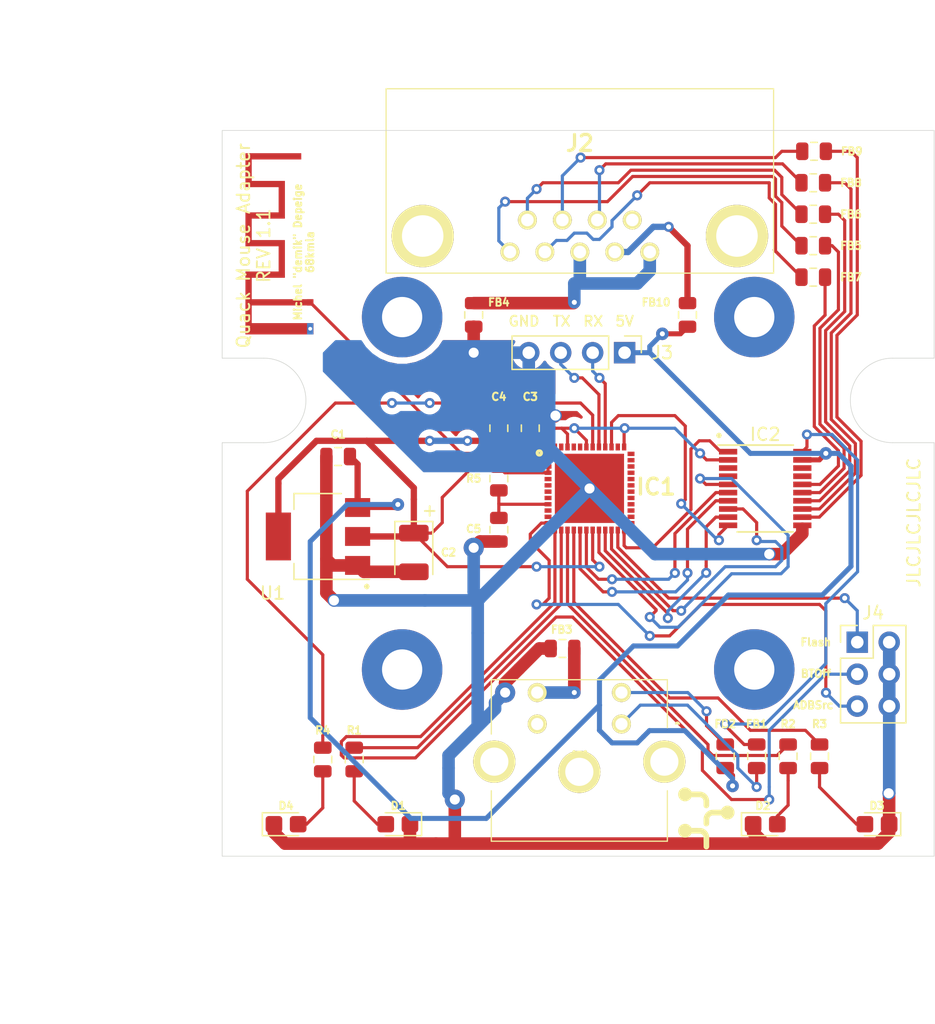
<source format=kicad_pcb>
(kicad_pcb (version 20171130) (host pcbnew "(5.1.8-0-10_14)")

  (general
    (thickness 1.6)
    (drawings 27)
    (tracks 521)
    (zones 0)
    (modules 37)
    (nets 42)
  )

  (page A4)
  (title_block
    (title "Quack Mouse Adapter")
    (date 2020-09-14)
    (rev 1.0)
    (company Lostwave)
    (comment 1 https://68kmla.org)
    (comment 2 https://github.com/demik/quack/tree/master/EDA)
  )

  (layers
    (0 F.Cu signal)
    (31 B.Cu signal)
    (33 F.Adhes user)
    (35 F.Paste user)
    (37 F.SilkS user)
    (38 B.Mask user)
    (39 F.Mask user)
    (40 Dwgs.User user)
    (41 Cmts.User user)
    (42 Eco1.User user)
    (43 Eco2.User user)
    (44 Edge.Cuts user)
    (45 Margin user)
    (46 B.CrtYd user)
    (47 F.CrtYd user)
    (49 F.Fab user)
  )

  (setup
    (last_trace_width 0.25)
    (trace_clearance 0.2)
    (zone_clearance 0.508)
    (zone_45_only no)
    (trace_min 0.2)
    (via_size 0.8)
    (via_drill 0.4)
    (via_min_size 0.4)
    (via_min_drill 0.3)
    (uvia_size 0.3)
    (uvia_drill 0.1)
    (uvias_allowed no)
    (uvia_min_size 0.2)
    (uvia_min_drill 0.1)
    (edge_width 0.05)
    (segment_width 0.2)
    (pcb_text_width 0.3)
    (pcb_text_size 1.5 1.5)
    (mod_edge_width 0.12)
    (mod_text_size 1 1)
    (mod_text_width 0.15)
    (pad_size 6.4 6.4)
    (pad_drill 3.2)
    (pad_to_mask_clearance 0.051)
    (solder_mask_min_width 0.25)
    (aux_axis_origin 0 0)
    (visible_elements FFFFFF7F)
    (pcbplotparams
      (layerselection 0x010e8_ffffffff)
      (usegerberextensions false)
      (usegerberattributes false)
      (usegerberadvancedattributes false)
      (creategerberjobfile false)
      (excludeedgelayer true)
      (linewidth 0.100000)
      (plotframeref false)
      (viasonmask false)
      (mode 1)
      (useauxorigin false)
      (hpglpennumber 1)
      (hpglpenspeed 20)
      (hpglpendiameter 15.000000)
      (psnegative false)
      (psa4output false)
      (plotreference true)
      (plotvalue true)
      (plotinvisibletext false)
      (padsonsilk false)
      (subtractmaskfromsilk false)
      (outputformat 1)
      (mirror false)
      (drillshape 0)
      (scaleselection 1)
      (outputdirectory "./"))
  )

  (net 0 "")
  (net 1 GND)
  (net 2 +5V)
  (net 3 +3V3)
  (net 4 "Net-(D1-Pad2)")
  (net 5 "Net-(D2-Pad2)")
  (net 6 "Net-(D3-Pad2)")
  (net 7 "Net-(D4-Pad2)")
  (net 8 "Net-(IC1-Pad14)")
  (net 9 "Net-(IC1-Pad15)")
  (net 10 "Net-(IC1-Pad16)")
  (net 11 "Net-(IC1-Pad42)")
  (net 12 U0RXD)
  (net 13 U0TXD)
  (net 14 /quack_connectors/QY2_5V)
  (net 15 /quack_connectors/CLICK_5V)
  (net 16 /quack_connectors/QY1_5V)
  (net 17 /quack_connectors/QX1_5V)
  (net 18 /quack_connectors/QX2_5V)
  (net 19 FLASH)
  (net 20 QY1_3V)
  (net 21 QX1_3V)
  (net 22 QX2_3V)
  (net 23 QY2_3V)
  (net 24 CLICK_3V)
  (net 25 ADB)
  (net 26 "Net-(C5-Pad1)")
  (net 27 ADBSRC)
  (net 28 BTOFF)
  (net 29 "Net-(FB1-Pad1)")
  (net 30 "Net-(FB1-Pad2)")
  (net 31 "Net-(FB2-Pad2)")
  (net 32 "Net-(FB3-Pad2)")
  (net 33 "Net-(FB4-Pad2)")
  (net 34 "Net-(FB5-Pad1)")
  (net 35 "Net-(FB6-Pad1)")
  (net 36 "Net-(FB7-Pad1)")
  (net 37 "Net-(FB8-Pad1)")
  (net 38 "Net-(FB9-Pad1)")
  (net 39 "Net-(FB10-Pad1)")
  (net 40 OE)
  (net 41 "Net-(ANT1-Pad1)")

  (net_class Default "Ceci est la Netclass par défaut."
    (clearance 0.2)
    (trace_width 0.25)
    (via_dia 0.8)
    (via_drill 0.4)
    (uvia_dia 0.3)
    (uvia_drill 0.1)
    (add_net +3V3)
    (add_net /quack_connectors/CLICK_5V)
    (add_net /quack_connectors/QX1_5V)
    (add_net /quack_connectors/QX2_5V)
    (add_net /quack_connectors/QY1_5V)
    (add_net /quack_connectors/QY2_5V)
    (add_net ADB)
    (add_net ADBSRC)
    (add_net BTOFF)
    (add_net CLICK_3V)
    (add_net FLASH)
    (add_net "Net-(ANT1-Pad1)")
    (add_net "Net-(C5-Pad1)")
    (add_net "Net-(D1-Pad2)")
    (add_net "Net-(D2-Pad2)")
    (add_net "Net-(D3-Pad2)")
    (add_net "Net-(D4-Pad2)")
    (add_net "Net-(FB1-Pad1)")
    (add_net "Net-(FB1-Pad2)")
    (add_net "Net-(FB10-Pad1)")
    (add_net "Net-(FB2-Pad2)")
    (add_net "Net-(FB3-Pad2)")
    (add_net "Net-(FB4-Pad2)")
    (add_net "Net-(FB5-Pad1)")
    (add_net "Net-(FB6-Pad1)")
    (add_net "Net-(FB7-Pad1)")
    (add_net "Net-(FB8-Pad1)")
    (add_net "Net-(FB9-Pad1)")
    (add_net "Net-(IC1-Pad14)")
    (add_net "Net-(IC1-Pad15)")
    (add_net "Net-(IC1-Pad16)")
    (add_net "Net-(IC1-Pad42)")
    (add_net OE)
    (add_net QX1_3V)
    (add_net QX2_3V)
    (add_net QY1_3V)
    (add_net QY2_3V)
    (add_net U0RXD)
    (add_net U0TXD)
  )

  (net_class +V ""
    (clearance 0.2)
    (trace_width 0.4)
    (via_dia 0.8)
    (via_drill 0.4)
    (uvia_dia 0.3)
    (uvia_drill 0.1)
    (add_net +5V)
  )

  (net_class GND ""
    (clearance 0.2)
    (trace_width 1)
    (via_dia 1.6)
    (via_drill 0.8)
    (uvia_dia 0.3)
    (uvia_drill 0.1)
    (add_net GND)
  )

  (module ADB_logo_5mm:ADB_logo_5mm (layer F.Cu) (tedit 0) (tstamp 5F60B12E)
    (at 165.5 124)
    (fp_text reference G*** (at 0 0) (layer F.SilkS) hide
      (effects (font (size 1.524 1.524) (thickness 0.3)))
    )
    (fp_text value LOGO (at 0.75 0) (layer F.SilkS) hide
      (effects (font (size 1.524 1.524) (thickness 0.3)))
    )
    (fp_poly (pts (xy -1.624432 0.43541) (xy -1.56091 0.446329) (xy -1.500226 0.464856) (xy -1.441451 0.491268)
      (xy -1.386543 0.523918) (xy -1.340713 0.558717) (xy -1.297105 0.600151) (xy -1.257314 0.646415)
      (xy -1.222936 0.695701) (xy -1.202002 0.732891) (xy -1.189682 0.757297) (xy -0.822383 0.758973)
      (xy -0.756673 0.75927) (xy -0.698803 0.759547) (xy -0.648147 0.759838) (xy -0.604077 0.760179)
      (xy -0.565968 0.760605) (xy -0.533192 0.761151) (xy -0.505124 0.761852) (xy -0.481136 0.762742)
      (xy -0.460602 0.763858) (xy -0.442895 0.765234) (xy -0.427389 0.766904) (xy -0.413458 0.768905)
      (xy -0.400474 0.771271) (xy -0.387812 0.774037) (xy -0.374844 0.777238) (xy -0.360944 0.780909)
      (xy -0.345485 0.785086) (xy -0.3429 0.785783) (xy -0.269131 0.809967) (xy -0.198761 0.841602)
      (xy -0.132254 0.880199) (xy -0.070075 0.925267) (xy -0.01269 0.976317) (xy 0.039437 1.032857)
      (xy 0.085843 1.094399) (xy 0.126061 1.160451) (xy 0.159627 1.230524) (xy 0.186077 1.304127)
      (xy 0.200424 1.3589) (xy 0.203737 1.374291) (xy 0.20667 1.389266) (xy 0.209245 1.404411)
      (xy 0.211481 1.42031) (xy 0.213399 1.43755) (xy 0.21502 1.456715) (xy 0.216364 1.478389)
      (xy 0.217452 1.503159) (xy 0.218305 1.53161) (xy 0.218943 1.564325) (xy 0.219387 1.601891)
      (xy 0.219657 1.644893) (xy 0.219775 1.693915) (xy 0.21976 1.749544) (xy 0.219633 1.812363)
      (xy 0.219415 1.882958) (xy 0.219368 1.896533) (xy 0.218017 2.27965) (xy 0.20701 2.307923)
      (xy 0.186977 2.348937) (xy 0.161327 2.383728) (xy 0.130268 2.412103) (xy 0.094012 2.433872)
      (xy 0.052769 2.448843) (xy 0.052056 2.449029) (xy 0.024566 2.453642) (xy -0.006259 2.454751)
      (xy -0.036278 2.452365) (xy -0.053871 2.448818) (xy -0.0946 2.433641) (xy -0.130771 2.411481)
      (xy -0.161912 2.38277) (xy -0.187553 2.34794) (xy -0.206701 2.308772) (xy -0.218014 2.27965)
      (xy -0.220193 1.869017) (xy -0.222372 1.458383) (xy -0.232318 1.42875) (xy -0.253528 1.377496)
      (xy -0.280747 1.332202) (xy -0.313971 1.292875) (xy -0.353195 1.25952) (xy -0.398414 1.232143)
      (xy -0.41131 1.225933) (xy -0.422341 1.220863) (xy -0.432285 1.216416) (xy -0.44175 1.212547)
      (xy -0.451344 1.209213) (xy -0.461674 1.206372) (xy -0.473347 1.203979) (xy -0.486971 1.201991)
      (xy -0.503153 1.200365) (xy -0.522501 1.199058) (xy -0.545622 1.198025) (xy -0.573124 1.197224)
      (xy -0.605614 1.196611) (xy -0.6437 1.196142) (xy -0.687989 1.195775) (xy -0.739089 1.195466)
      (xy -0.797607 1.195172) (xy -0.845064 1.194943) (xy -1.188477 1.193266) (xy -1.203971 1.223763)
      (xy -1.23746 1.280588) (xy -1.27769 1.333053) (xy -1.32386 1.38043) (xy -1.375169 1.421991)
      (xy -1.430818 1.457009) (xy -1.490005 1.484755) (xy -1.491597 1.485378) (xy -1.538111 1.501571)
      (xy -1.582351 1.512616) (xy -1.627472 1.519099) (xy -1.676629 1.521605) (xy -1.686984 1.521681)
      (xy -1.726463 1.52099) (xy -1.760415 1.518549) (xy -1.791673 1.51395) (xy -1.823068 1.506787)
      (xy -1.8542 1.49768) (xy -1.915305 1.474037) (xy -1.973369 1.442948) (xy -2.027567 1.405118)
      (xy -2.077068 1.361254) (xy -2.121046 1.312061) (xy -2.158673 1.258246) (xy -2.179931 1.219926)
      (xy -2.19226 1.192159) (xy -2.204467 1.159177) (xy -2.215516 1.124182) (xy -2.22437 1.090377)
      (xy -2.228657 1.06942) (xy -2.232494 1.038635) (xy -2.234552 1.002619) (xy -2.234825 0.964424)
      (xy -2.233309 0.927096) (xy -2.23 0.893686) (xy -2.22892 0.886472) (xy -2.215437 0.827246)
      (xy -2.194584 0.768143) (xy -2.167238 0.711206) (xy -2.134274 0.658475) (xy -2.126399 0.6477)
      (xy -2.108899 0.626607) (xy -2.08654 0.602863) (xy -2.061492 0.578535) (xy -2.035926 0.555689)
      (xy -2.012011 0.536392) (xy -2.001772 0.529008) (xy -1.942859 0.493286) (xy -1.882265 0.465816)
      (xy -1.819645 0.446491) (xy -1.754652 0.4352) (xy -1.691721 0.431817) (xy -1.624432 0.43541)) (layer F.SilkS) (width 0.01))
    (fp_poly (pts (xy 1.728693 -1.013101) (xy 1.762554 -1.010795) (xy 1.793324 -1.00645) (xy 1.823646 -0.999674)
      (xy 1.856161 -0.990073) (xy 1.862667 -0.987943) (xy 1.92358 -0.963357) (xy 1.981059 -0.931412)
      (xy 2.03442 -0.892754) (xy 2.082982 -0.848032) (xy 2.126064 -0.797891) (xy 2.162984 -0.742978)
      (xy 2.193059 -0.683942) (xy 2.199605 -0.668169) (xy 2.215744 -0.618564) (xy 2.227231 -0.564153)
      (xy 2.23382 -0.50736) (xy 2.235262 -0.45061) (xy 2.231311 -0.396327) (xy 2.22899 -0.380608)
      (xy 2.21382 -0.315039) (xy 2.190954 -0.252443) (xy 2.160825 -0.193416) (xy 2.123861 -0.13855)
      (xy 2.080495 -0.088441) (xy 2.031156 -0.043682) (xy 1.976275 -0.004869) (xy 1.942925 0.014237)
      (xy 1.895768 0.036731) (xy 1.849695 0.053445) (xy 1.802581 0.064885) (xy 1.752305 0.071553)
      (xy 1.696742 0.073954) (xy 1.691217 0.073979) (xy 1.640067 0.072605) (xy 1.594603 0.067963)
      (xy 1.552497 0.059509) (xy 1.511418 0.046699) (xy 1.469036 0.028992) (xy 1.442285 0.015928)
      (xy 1.384251 -0.018385) (xy 1.331016 -0.059456) (xy 1.283156 -0.106703) (xy 1.241251 -0.159542)
      (xy 1.205876 -0.217393) (xy 1.200556 -0.227681) (xy 1.189283 -0.250044) (xy 0.837 -0.248674)
      (xy 0.773741 -0.248417) (xy 0.718376 -0.248162) (xy 0.670332 -0.247895) (xy 0.629037 -0.247603)
      (xy 0.593917 -0.247271) (xy 0.5644 -0.246887) (xy 0.539914 -0.246438) (xy 0.519885 -0.245908)
      (xy 0.503741 -0.245286) (xy 0.490909 -0.244557) (xy 0.480816 -0.243708) (xy 0.47289 -0.242725)
      (xy 0.466558 -0.241595) (xy 0.461247 -0.240304) (xy 0.459317 -0.239751) (xy 0.410967 -0.221213)
      (xy 0.366143 -0.195748) (xy 0.325798 -0.164152) (xy 0.290886 -0.127225) (xy 0.26236 -0.085765)
      (xy 0.251974 -0.06608) (xy 0.245765 -0.053095) (xy 0.240505 -0.041519) (xy 0.236106 -0.030533)
      (xy 0.232482 -0.019318) (xy 0.229543 -0.007058) (xy 0.227204 0.007065) (xy 0.225376 0.023871)
      (xy 0.223971 0.044176) (xy 0.222903 0.068799) (xy 0.222083 0.098558) (xy 0.221423 0.134271)
      (xy 0.220837 0.176755) (xy 0.220237 0.226828) (xy 0.220191 0.230717) (xy 0.219609 0.279147)
      (xy 0.219075 0.31989) (xy 0.21855 0.353722) (xy 0.217997 0.381421) (xy 0.217378 0.403766)
      (xy 0.216654 0.421534) (xy 0.215788 0.435504) (xy 0.214742 0.446452) (xy 0.213477 0.455158)
      (xy 0.211956 0.462398) (xy 0.21014 0.468951) (xy 0.208269 0.474768) (xy 0.191205 0.513262)
      (xy 0.167657 0.54723) (xy 0.138569 0.575999) (xy 0.104884 0.598894) (xy 0.067548 0.615242)
      (xy 0.027504 0.624369) (xy -0.003753 0.626069) (xy -0.021412 0.625081) (xy -0.039192 0.623102)
      (xy -0.046328 0.621917) (xy -0.067476 0.615676) (xy -0.091698 0.605295) (xy -0.115838 0.592372)
      (xy -0.136742 0.578503) (xy -0.144312 0.572326) (xy -0.170329 0.544253) (xy -0.192466 0.510404)
      (xy -0.206611 0.479972) (xy -0.217835 0.45085) (xy -0.219289 0.256117) (xy -0.219606 0.200773)
      (xy -0.21964 0.152954) (xy -0.219344 0.111718) (xy -0.218672 0.076126) (xy -0.217578 0.045238)
      (xy -0.216014 0.018115) (xy -0.213936 -0.006185) (xy -0.211296 -0.028599) (xy -0.208048 -0.050069)
      (xy -0.204146 -0.071534) (xy -0.2028 -0.078317) (xy -0.183372 -0.153596) (xy -0.156338 -0.225874)
      (xy -0.122175 -0.294676) (xy -0.081359 -0.359527) (xy -0.034364 -0.419953) (xy 0.018333 -0.47548)
      (xy 0.076257 -0.525633) (xy 0.138931 -0.569937) (xy 0.205881 -0.607918) (xy 0.276631 -0.639102)
      (xy 0.350705 -0.663014) (xy 0.393404 -0.67304) (xy 0.408704 -0.675987) (xy 0.424272 -0.678577)
      (xy 0.440739 -0.680834) (xy 0.458732 -0.682779) (xy 0.47888 -0.684437) (xy 0.501813 -0.68583)
      (xy 0.528159 -0.68698) (xy 0.558547 -0.687911) (xy 0.593605 -0.688646) (xy 0.633963 -0.689207)
      (xy 0.680249 -0.689618) (xy 0.733092 -0.689901) (xy 0.793121 -0.69008) (xy 0.860965 -0.690177)
      (xy 0.8636 -0.690179) (xy 1.191683 -0.690459) (xy 1.203772 -0.715959) (xy 1.233035 -0.768165)
      (xy 1.269573 -0.817419) (xy 1.312472 -0.862921) (xy 1.36082 -0.90387) (xy 1.413702 -0.939466)
      (xy 1.470204 -0.968909) (xy 1.5113 -0.985386) (xy 1.544501 -0.996268) (xy 1.574776 -1.004123)
      (xy 1.604716 -1.009366) (xy 1.636911 -1.012409) (xy 1.673952 -1.013666) (xy 1.6891 -1.013761)
      (xy 1.728693 -1.013101)) (layer F.SilkS) (width 0.01))
    (fp_poly (pts (xy -1.669591 -2.453296) (xy -1.634726 -2.451804) (xy -1.603773 -2.4489) (xy -1.583267 -2.445512)
      (xy -1.517065 -2.427224) (xy -1.454393 -2.401396) (xy -1.394888 -2.367843) (xy -1.338182 -2.326381)
      (xy -1.326019 -2.316157) (xy -1.300067 -2.291127) (xy -1.273057 -2.260324) (xy -1.246686 -2.225977)
      (xy -1.222655 -2.190317) (xy -1.202664 -2.155575) (xy -1.200626 -2.151592) (xy -1.189424 -2.129367)
      (xy -0.855797 -2.129367) (xy -0.785136 -2.12933) (xy -0.722305 -2.129187) (xy -0.666667 -2.128893)
      (xy -0.617586 -2.128399) (xy -0.574425 -2.127659) (xy -0.536548 -2.126627) (xy -0.503317 -2.125256)
      (xy -0.474097 -2.123498) (xy -0.448251 -2.121307) (xy -0.425143 -2.118636) (xy -0.404135 -2.115439)
      (xy -0.384591 -2.111668) (xy -0.365875 -2.107277) (xy -0.34735 -2.102219) (xy -0.328379 -2.096447)
      (xy -0.308327 -2.089914) (xy -0.305247 -2.088886) (xy -0.230642 -2.059591) (xy -0.1605 -2.023337)
      (xy -0.095166 -1.980564) (xy -0.034989 -1.931714) (xy 0.019682 -1.877227) (xy 0.0685 -1.817544)
      (xy 0.111117 -1.753107) (xy 0.147186 -1.684355) (xy 0.176357 -1.61173) (xy 0.198283 -1.535673)
      (xy 0.212616 -1.456625) (xy 0.215735 -1.42875) (xy 0.216685 -1.41433) (xy 0.21756 -1.392629)
      (xy 0.21834 -1.364831) (xy 0.219 -1.332122) (xy 0.21952 -1.295686) (xy 0.219875 -1.256708)
      (xy 0.220045 -1.216374) (xy 0.220056 -1.20015) (xy 0.219979 -1.152894) (xy 0.219771 -1.113307)
      (xy 0.219409 -1.080589) (xy 0.218868 -1.053944) (xy 0.218125 -1.032574) (xy 0.217156 -1.01568)
      (xy 0.215938 -1.002465) (xy 0.214446 -0.992131) (xy 0.213737 -0.988484) (xy 0.201165 -0.948073)
      (xy 0.181889 -0.911896) (xy 0.156783 -0.880505) (xy 0.126719 -0.854455) (xy 0.092569 -0.834301)
      (xy 0.055208 -0.820596) (xy 0.015506 -0.813895) (xy -0.025662 -0.814752) (xy -0.052349 -0.819516)
      (xy -0.087549 -0.831921) (xy -0.121262 -0.851089) (xy -0.151723 -0.875622) (xy -0.177162 -0.904121)
      (xy -0.194162 -0.931715) (xy -0.199856 -0.943718) (xy -0.204649 -0.955154) (xy -0.208618 -0.966861)
      (xy -0.211841 -0.979676) (xy -0.214397 -0.994437) (xy -0.216363 -1.011982) (xy -0.217817 -1.033147)
      (xy -0.218838 -1.058772) (xy -0.219502 -1.089693) (xy -0.219889 -1.126748) (xy -0.220076 -1.170775)
      (xy -0.220133 -1.210733) (xy -0.22021 -1.260046) (xy -0.220407 -1.30176) (xy -0.220802 -1.336745)
      (xy -0.221471 -1.36587) (xy -0.22249 -1.390003) (xy -0.223934 -1.410013) (xy -0.225881 -1.426769)
      (xy -0.228406 -1.44114) (xy -0.231585 -1.453994) (xy -0.235494 -1.4662) (xy -0.24021 -1.478626)
      (xy -0.244524 -1.489093) (xy -0.268466 -1.535389) (xy -0.299149 -1.576828) (xy -0.336088 -1.612962)
      (xy -0.378797 -1.643344) (xy -0.42679 -1.667528) (xy -0.446617 -1.675107) (xy -0.480483 -1.686984)
      (xy -0.836084 -1.687889) (xy -1.191683 -1.688795) (xy -1.2065 -1.658377) (xy -1.220636 -1.632607)
      (xy -1.238837 -1.604133) (xy -1.258982 -1.576032) (xy -1.278945 -1.551377) (xy -1.285096 -1.544559)
      (xy -1.335916 -1.495596) (xy -1.389838 -1.454423) (xy -1.447282 -1.420798) (xy -1.508668 -1.39448)
      (xy -1.574417 -1.375227) (xy -1.583267 -1.373239) (xy -1.609706 -1.369046) (xy -1.641974 -1.366327)
      (xy -1.677561 -1.365084) (xy -1.713959 -1.36532) (xy -1.748657 -1.367038) (xy -1.779148 -1.37024)
      (xy -1.794934 -1.372993) (xy -1.861527 -1.390941) (xy -1.923035 -1.415447) (xy -1.980129 -1.446865)
      (xy -2.033485 -1.485546) (xy -2.06749 -1.515715) (xy -2.114142 -1.565938) (xy -2.153416 -1.620229)
      (xy -2.185177 -1.678266) (xy -2.209286 -1.73973) (xy -2.225609 -1.8043) (xy -2.234008 -1.871655)
      (xy -2.2352 -1.909234) (xy -2.231351 -1.978061) (xy -2.219769 -2.043486) (xy -2.200401 -2.105635)
      (xy -2.173193 -2.164635) (xy -2.138094 -2.220612) (xy -2.09505 -2.273695) (xy -2.074735 -2.295011)
      (xy -2.024168 -2.340374) (xy -1.970365 -2.378067) (xy -1.912727 -2.408418) (xy -1.850651 -2.431754)
      (xy -1.799167 -2.44521) (xy -1.773157 -2.449333) (xy -1.741257 -2.452057) (xy -1.705918 -2.45338)
      (xy -1.669591 -2.453296)) (layer F.SilkS) (width 0.01))
  )

  (module MountingHole:MountingHole_3.2mm_M3_Pad (layer F.Cu) (tedit 56D1B4CB) (tstamp 5F5EB674)
    (at 169.31 84.17)
    (descr "Mounting Hole 3.2mm, M3")
    (tags "mounting hole 3.2mm m3")
    (attr virtual)
    (fp_text reference REF** (at 0 -4.2) (layer F.SilkS) hide
      (effects (font (size 1 1) (thickness 0.15)))
    )
    (fp_text value MountingHole_3.2mm_M3_Pad (at 0 4.2) (layer F.Fab) hide
      (effects (font (size 1 1) (thickness 0.15)))
    )
    (fp_circle (center 0 0) (end 3.2 0) (layer Cmts.User) (width 0.15))
    (fp_circle (center 0 0) (end 3.45 0) (layer F.CrtYd) (width 0.05))
    (fp_text user %R (at 0.3 0) (layer F.Fab)
      (effects (font (size 1 1) (thickness 0.15)))
    )
    (pad 1 thru_hole circle (at 0 0) (size 6.4 6.4) (drill 3.2) (layers *.Cu *.Mask))
  )

  (module MountingHole:MountingHole_3.2mm_M3_Pad (layer F.Cu) (tedit 56D1B4CB) (tstamp 5F5EB620)
    (at 141.31 84.17)
    (descr "Mounting Hole 3.2mm, M3")
    (tags "mounting hole 3.2mm m3")
    (attr virtual)
    (fp_text reference REF** (at 0 -4.2) (layer F.SilkS) hide
      (effects (font (size 1 1) (thickness 0.15)))
    )
    (fp_text value MountingHole_3.2mm_M3_Pad (at 0 4.2) (layer F.Fab) hide
      (effects (font (size 1 1) (thickness 0.15)))
    )
    (fp_circle (center 0 0) (end 3.2 0) (layer Cmts.User) (width 0.15))
    (fp_circle (center 0 0) (end 3.45 0) (layer F.CrtYd) (width 0.05))
    (fp_text user %R (at 0.3 0) (layer F.Fab)
      (effects (font (size 1 1) (thickness 0.15)))
    )
    (pad 1 thru_hole circle (at 0 0) (size 6.4 6.4) (drill 3.2) (layers *.Cu *.Mask))
  )

  (module MountingHole:MountingHole_3.2mm_M3_Pad (layer F.Cu) (tedit 56D1B4CB) (tstamp 5F5EB58C)
    (at 169.31 112.17)
    (descr "Mounting Hole 3.2mm, M3")
    (tags "mounting hole 3.2mm m3")
    (attr virtual)
    (fp_text reference REF** (at 0 -4.2) (layer F.SilkS) hide
      (effects (font (size 1 1) (thickness 0.15)))
    )
    (fp_text value MountingHole_3.2mm_M3_Pad (at 0 4.2) (layer F.Fab) hide
      (effects (font (size 1 1) (thickness 0.15)))
    )
    (fp_circle (center 0 0) (end 3.2 0) (layer Cmts.User) (width 0.15))
    (fp_circle (center 0 0) (end 3.45 0) (layer F.CrtYd) (width 0.05))
    (fp_text user %R (at 0.3 0) (layer F.Fab)
      (effects (font (size 1 1) (thickness 0.15)))
    )
    (pad 1 thru_hole circle (at 0 0) (size 6.4 6.4) (drill 3.2) (layers *.Cu *.Mask))
  )

  (module MountingHole:MountingHole_3.2mm_M3_Pad (layer F.Cu) (tedit 56D1B4CB) (tstamp 5F5EB4F6)
    (at 141.31 112.17)
    (descr "Mounting Hole 3.2mm, M3")
    (tags "mounting hole 3.2mm m3")
    (attr virtual)
    (fp_text reference REF** (at 0 -4.2) (layer F.SilkS) hide
      (effects (font (size 1 1) (thickness 0.15)))
    )
    (fp_text value MountingHole_3.2mm_M3_Pad (at 0 4.2) (layer F.Fab) hide
      (effects (font (size 1 1) (thickness 0.15)))
    )
    (fp_circle (center 0 0) (end 3.2 0) (layer Cmts.User) (width 0.15))
    (fp_circle (center 0 0) (end 3.45 0) (layer F.CrtYd) (width 0.05))
    (fp_text user %R (at 0.3 0) (layer F.Fab)
      (effects (font (size 1 1) (thickness 0.15)))
    )
    (pad 1 thru_hole circle (at 0 0) (size 6.4 6.4) (drill 3.2) (layers *.Cu *.Mask))
  )

  (module ESP32-PICO-D4:ESP32-PICO-D4_1 (layer F.Cu) (tedit 5F5E529E) (tstamp 5F5EBCE9)
    (at 156.21 97.79)
    (descr ESP32-PICO-D4_1)
    (tags "Integrated Circuit")
    (path /5F5E5479)
    (attr smd)
    (fp_text reference IC1 (at 5.29 -0.132) (layer F.SilkS)
      (effects (font (size 1.27 1.27) (thickness 0.254)))
    )
    (fp_text value ESP32-PICO-D4 (at -0.341 -0.132) (layer F.SilkS) hide
      (effects (font (size 1.27 1.27) (thickness 0.254)))
    )
    (fp_line (start -3.5 -3.5) (end 3.5 -3.5) (layer Dwgs.User) (width 0.2))
    (fp_line (start 3.5 -3.5) (end 3.5 3.5) (layer Dwgs.User) (width 0.2))
    (fp_line (start 3.5 3.5) (end -3.5 3.5) (layer Dwgs.User) (width 0.2))
    (fp_line (start -3.5 3.5) (end -3.5 -3.5) (layer Dwgs.User) (width 0.2))
    (fp_circle (center -3.991 -2.825) (end -4.02812 -2.825) (layer F.SilkS) (width 0.254))
    (pad 49 smd rect (at -0.006 -0.013 90) (size 5.5 5.5) (layers F.Cu F.Paste F.Mask)
      (net 1 GND))
    (pad 48 smd rect (at -2.75 -3.3) (size 0.35 0.55) (layers F.Cu F.Paste F.Mask))
    (pad 47 smd rect (at -2.25 -3.3) (size 0.35 0.55) (layers F.Cu F.Paste F.Mask))
    (pad 46 smd rect (at -1.75 -3.3) (size 0.35 0.55) (layers F.Cu F.Paste F.Mask)
      (net 3 +3V3))
    (pad 45 smd rect (at -1.25 -3.3) (size 0.35 0.55) (layers F.Cu F.Paste F.Mask))
    (pad 44 smd rect (at -0.75 -3.3) (size 0.35 0.55) (layers F.Cu F.Paste F.Mask))
    (pad 43 smd rect (at -0.25 -3.3) (size 0.35 0.55) (layers F.Cu F.Paste F.Mask)
      (net 3 +3V3))
    (pad 42 smd rect (at 0.25 -3.3) (size 0.35 0.55) (layers F.Cu F.Paste F.Mask)
      (net 11 "Net-(IC1-Pad42)"))
    (pad 41 smd rect (at 0.75 -3.3) (size 0.35 0.55) (layers F.Cu F.Paste F.Mask)
      (net 13 U0TXD))
    (pad 40 smd rect (at 1.25 -3.3) (size 0.35 0.55) (layers F.Cu F.Paste F.Mask)
      (net 12 U0RXD))
    (pad 39 smd rect (at 1.75 -3.3) (size 0.35 0.55) (layers F.Cu F.Paste F.Mask)
      (net 40 OE))
    (pad 38 smd rect (at 2.25 -3.3) (size 0.35 0.55) (layers F.Cu F.Paste F.Mask))
    (pad 37 smd rect (at 2.75 -3.3) (size 0.35 0.55) (layers F.Cu F.Paste F.Mask)
      (net 3 +3V3))
    (pad 36 smd rect (at 3.3 -2.75 90) (size 0.35 0.55) (layers F.Cu F.Paste F.Mask))
    (pad 35 smd rect (at 3.3 -2.25 90) (size 0.35 0.55) (layers F.Cu F.Paste F.Mask))
    (pad 34 smd rect (at 3.3 -1.75 90) (size 0.35 0.55) (layers F.Cu F.Paste F.Mask))
    (pad 33 smd rect (at 3.3 -1.25 90) (size 0.35 0.55) (layers F.Cu F.Paste F.Mask))
    (pad 32 smd rect (at 3.3 -0.75 90) (size 0.35 0.55) (layers F.Cu F.Paste F.Mask))
    (pad 31 smd rect (at 3.3 -0.25 90) (size 0.35 0.55) (layers F.Cu F.Paste F.Mask))
    (pad 30 smd rect (at 3.3 0.25 90) (size 0.35 0.55) (layers F.Cu F.Paste F.Mask))
    (pad 29 smd rect (at 3.3 0.75 90) (size 0.35 0.55) (layers F.Cu F.Paste F.Mask))
    (pad 28 smd rect (at 3.3 1.25 90) (size 0.35 0.55) (layers F.Cu F.Paste F.Mask))
    (pad 27 smd rect (at 3.3 1.75 90) (size 0.35 0.55) (layers F.Cu F.Paste F.Mask))
    (pad 26 smd rect (at 3.3 2.25 90) (size 0.35 0.55) (layers F.Cu F.Paste F.Mask))
    (pad 25 smd rect (at 3.3 2.75 90) (size 0.35 0.55) (layers F.Cu F.Paste F.Mask))
    (pad 24 smd rect (at 2.75 3.3) (size 0.35 0.55) (layers F.Cu F.Paste F.Mask)
      (net 25 ADB))
    (pad 23 smd rect (at 2.25 3.3) (size 0.35 0.55) (layers F.Cu F.Paste F.Mask)
      (net 19 FLASH))
    (pad 22 smd rect (at 1.75 3.3) (size 0.35 0.55) (layers F.Cu F.Paste F.Mask)
      (net 24 CLICK_3V))
    (pad 21 smd rect (at 1.25 3.3) (size 0.35 0.55) (layers F.Cu F.Paste F.Mask)
      (net 23 QY2_3V))
    (pad 20 smd rect (at 0.75 3.3) (size 0.35 0.55) (layers F.Cu F.Paste F.Mask)
      (net 22 QX2_3V))
    (pad 19 smd rect (at 0.25 3.3) (size 0.35 0.55) (layers F.Cu F.Paste F.Mask)
      (net 3 +3V3))
    (pad 18 smd rect (at -0.25 3.3) (size 0.35 0.55) (layers F.Cu F.Paste F.Mask)
      (net 21 QX1_3V))
    (pad 17 smd rect (at -0.75 3.3) (size 0.35 0.55) (layers F.Cu F.Paste F.Mask)
      (net 20 QY1_3V))
    (pad 16 smd rect (at -1.25 3.3) (size 0.35 0.55) (layers F.Cu F.Paste F.Mask)
      (net 10 "Net-(IC1-Pad16)"))
    (pad 15 smd rect (at -1.75 3.3) (size 0.35 0.55) (layers F.Cu F.Paste F.Mask)
      (net 9 "Net-(IC1-Pad15)"))
    (pad 14 smd rect (at -2.25 3.3) (size 0.35 0.55) (layers F.Cu F.Paste F.Mask)
      (net 8 "Net-(IC1-Pad14)"))
    (pad 13 smd rect (at -2.75 3.3) (size 0.35 0.55) (layers F.Cu F.Paste F.Mask)
      (net 28 BTOFF))
    (pad 12 smd rect (at -3.3 2.75 90) (size 0.35 0.55) (layers F.Cu F.Paste F.Mask)
      (net 27 ADBSRC))
    (pad 11 smd rect (at -3.3 2.25 90) (size 0.35 0.55) (layers F.Cu F.Paste F.Mask))
    (pad 10 smd rect (at -3.3 1.75 90) (size 0.35 0.55) (layers F.Cu F.Paste F.Mask))
    (pad 9 smd rect (at -3.3 1.25 90) (size 0.35 0.55) (layers F.Cu F.Paste F.Mask)
      (net 26 "Net-(C5-Pad1)"))
    (pad 8 smd rect (at -3.3 0.75 90) (size 0.35 0.55) (layers F.Cu F.Paste F.Mask))
    (pad 7 smd rect (at -3.3 0.25 90) (size 0.35 0.55) (layers F.Cu F.Paste F.Mask))
    (pad 6 smd rect (at -3.3 -0.25 90) (size 0.35 0.55) (layers F.Cu F.Paste F.Mask))
    (pad 5 smd rect (at -3.3 -0.75 90) (size 0.35 0.55) (layers F.Cu F.Paste F.Mask))
    (pad 4 smd rect (at -3.3 -1.25 90) (size 0.35 0.55) (layers F.Cu F.Paste F.Mask)
      (net 3 +3V3))
    (pad 3 smd rect (at -3.3 -1.75 90) (size 0.35 0.55) (layers F.Cu F.Paste F.Mask)
      (net 3 +3V3))
    (pad 2 smd rect (at -3.3 -2.25 90) (size 0.35 0.55) (layers F.Cu F.Paste F.Mask)
      (net 41 "Net-(ANT1-Pad1)"))
    (pad 1 smd rect (at -3.3 -2.75 90) (size 0.35 0.55) (layers F.Cu F.Paste F.Mask)
      (net 3 +3V3))
  )

  (module Package_SO:TSSOP-20_4.4x6.5mm_P0.65mm (layer F.Cu) (tedit 5A02F25C) (tstamp 5F5EBD0D)
    (at 170.18 97.79)
    (descr "20-Lead Plastic Thin Shrink Small Outline (ST)-4.4 mm Body [TSSOP] (see Microchip Packaging Specification 00000049BS.pdf)")
    (tags "SSOP 0.65")
    (path /5F5EA845/5F5EC2ED)
    (attr smd)
    (fp_text reference IC2 (at 0 -4.3) (layer F.SilkS)
      (effects (font (size 1 1) (thickness 0.15)))
    )
    (fp_text value TXB0108PWR (at 0 4.3) (layer F.Fab)
      (effects (font (size 1 1) (thickness 0.15)))
    )
    (fp_line (start -1.2 -3.25) (end 2.2 -3.25) (layer F.Fab) (width 0.15))
    (fp_line (start 2.2 -3.25) (end 2.2 3.25) (layer F.Fab) (width 0.15))
    (fp_line (start 2.2 3.25) (end -2.2 3.25) (layer F.Fab) (width 0.15))
    (fp_line (start -2.2 3.25) (end -2.2 -2.25) (layer F.Fab) (width 0.15))
    (fp_line (start -2.2 -2.25) (end -1.2 -3.25) (layer F.Fab) (width 0.15))
    (fp_line (start -3.95 -3.55) (end -3.95 3.55) (layer F.CrtYd) (width 0.05))
    (fp_line (start 3.95 -3.55) (end 3.95 3.55) (layer F.CrtYd) (width 0.05))
    (fp_line (start -3.95 -3.55) (end 3.95 -3.55) (layer F.CrtYd) (width 0.05))
    (fp_line (start -3.95 3.55) (end 3.95 3.55) (layer F.CrtYd) (width 0.05))
    (fp_line (start -2.225 3.45) (end 2.225 3.45) (layer F.SilkS) (width 0.15))
    (fp_line (start -3.75 -3.45) (end 2.225 -3.45) (layer F.SilkS) (width 0.15))
    (fp_text user %R (at 0 0) (layer F.Fab)
      (effects (font (size 0.8 0.8) (thickness 0.15)))
    )
    (pad 20 smd rect (at 2.95 -2.925) (size 1.45 0.45) (layers F.Cu F.Paste F.Mask)
      (net 30 "Net-(FB1-Pad2)"))
    (pad 19 smd rect (at 2.95 -2.275) (size 1.45 0.45) (layers F.Cu F.Paste F.Mask)
      (net 2 +5V))
    (pad 18 smd rect (at 2.95 -1.625) (size 1.45 0.45) (layers F.Cu F.Paste F.Mask))
    (pad 17 smd rect (at 2.95 -0.975) (size 1.45 0.45) (layers F.Cu F.Paste F.Mask))
    (pad 16 smd rect (at 2.95 -0.325) (size 1.45 0.45) (layers F.Cu F.Paste F.Mask)
      (net 18 /quack_connectors/QX2_5V))
    (pad 15 smd rect (at 2.95 0.325) (size 1.45 0.45) (layers F.Cu F.Paste F.Mask)
      (net 17 /quack_connectors/QX1_5V))
    (pad 14 smd rect (at 2.95 0.975) (size 1.45 0.45) (layers F.Cu F.Paste F.Mask)
      (net 16 /quack_connectors/QY1_5V))
    (pad 13 smd rect (at 2.95 1.625) (size 1.45 0.45) (layers F.Cu F.Paste F.Mask)
      (net 15 /quack_connectors/CLICK_5V))
    (pad 12 smd rect (at 2.95 2.275) (size 1.45 0.45) (layers F.Cu F.Paste F.Mask)
      (net 14 /quack_connectors/QY2_5V))
    (pad 11 smd rect (at 2.95 2.925) (size 1.45 0.45) (layers F.Cu F.Paste F.Mask)
      (net 1 GND))
    (pad 10 smd rect (at -2.95 2.925) (size 1.45 0.45) (layers F.Cu F.Paste F.Mask)
      (net 40 OE))
    (pad 9 smd rect (at -2.95 2.275) (size 1.45 0.45) (layers F.Cu F.Paste F.Mask)
      (net 23 QY2_3V))
    (pad 8 smd rect (at -2.95 1.625) (size 1.45 0.45) (layers F.Cu F.Paste F.Mask)
      (net 24 CLICK_3V))
    (pad 7 smd rect (at -2.95 0.975) (size 1.45 0.45) (layers F.Cu F.Paste F.Mask)
      (net 20 QY1_3V))
    (pad 6 smd rect (at -2.95 0.325) (size 1.45 0.45) (layers F.Cu F.Paste F.Mask)
      (net 21 QX1_3V))
    (pad 5 smd rect (at -2.95 -0.325) (size 1.45 0.45) (layers F.Cu F.Paste F.Mask)
      (net 22 QX2_3V))
    (pad 4 smd rect (at -2.95 -0.975) (size 1.45 0.45) (layers F.Cu F.Paste F.Mask))
    (pad 3 smd rect (at -2.95 -1.625) (size 1.45 0.45) (layers F.Cu F.Paste F.Mask))
    (pad 2 smd rect (at -2.95 -2.275) (size 1.45 0.45) (layers F.Cu F.Paste F.Mask)
      (net 3 +3V3))
    (pad 1 smd rect (at -2.95 -2.925) (size 1.45 0.45) (layers F.Cu F.Paste F.Mask)
      (net 25 ADB))
    (model ${KISYS3DMOD}/Package_SO.3dshapes/TSSOP-20_4.4x6.5mm_P0.65mm.wrl
      (at (xyz 0 0 0))
      (scale (xyz 1 1 1))
      (rotate (xyz 0 0 0))
    )
  )

  (module Quack_MDIN4:57491811 (layer F.Cu) (tedit 5F5E633E) (tstamp 5F5EBD2A)
    (at 158.75 116.5)
    (descr 5749181-1-2)
    (tags Connector)
    (path /5F5EA845/5F5EB6CA)
    (fp_text reference J1 (at -3.35 2.895) (layer F.SilkS)
      (effects (font (size 1.27 1.27) (thickness 0.254)))
    )
    (fp_text value DIN-4 (at -3.35 2.895) (layer F.SilkS) hide
      (effects (font (size 1.27 1.27) (thickness 0.254)))
    )
    (fp_line (start -10.35 9.31) (end 3.65 9.31) (layer Dwgs.User) (width 0.2))
    (fp_line (start 3.65 9.31) (end 3.65 -3.52) (layer Dwgs.User) (width 0.2))
    (fp_line (start 3.65 -3.52) (end -10.35 -3.52) (layer Dwgs.User) (width 0.2))
    (fp_line (start -10.35 -3.52) (end -10.35 9.31) (layer Dwgs.User) (width 0.2))
    (fp_line (start -12.788 10.31) (end 6.088 10.31) (layer Dwgs.User) (width 0.1))
    (fp_line (start 6.088 10.31) (end 6.088 -4.52) (layer Dwgs.User) (width 0.1))
    (fp_line (start 6.088 -4.52) (end -12.788 -4.52) (layer Dwgs.User) (width 0.1))
    (fp_line (start -12.788 -4.52) (end -12.788 10.31) (layer Dwgs.User) (width 0.1))
    (fp_line (start -10.35 5.3) (end -10.35 9.31) (layer F.SilkS) (width 0.1))
    (fp_line (start -10.35 9.31) (end 3.65 9.31) (layer F.SilkS) (width 0.1))
    (fp_line (start 3.65 9.31) (end 3.65 5.3) (layer F.SilkS) (width 0.1))
    (fp_line (start -10.35 0.8) (end -10.35 -3.52) (layer F.SilkS) (width 0.1))
    (fp_line (start -10.35 -3.52) (end 3.65 -3.52) (layer F.SilkS) (width 0.1))
    (fp_line (start 3.65 -3.52) (end 3.65 0.3) (layer F.SilkS) (width 0.1))
    (fp_line (start 4.5 0) (end 4.5 0) (layer F.SilkS) (width 0.1))
    (fp_line (start 4.6 0) (end 4.6 0) (layer F.SilkS) (width 0.1))
    (fp_arc (start 4.45 0) (end 4.6 0) (angle -180) (layer F.SilkS) (width 0.1))
    (fp_arc (start 4.45 0) (end 4.5 0) (angle -180) (layer F.SilkS) (width 0.1))
    (pad MH3 thru_hole circle (at 3.41 2.99 90) (size 3.356 3.356) (drill 2.237) (layers *.Cu *.Mask F.SilkS))
    (pad MH2 thru_hole circle (at -10.11 2.99 90) (size 3.356 3.356) (drill 2.237) (layers *.Cu *.Mask F.SilkS))
    (pad MH1 thru_hole circle (at -3.35 3.8 90) (size 3.356 3.356) (drill 2.237) (layers *.Cu *.Mask F.SilkS))
    (pad 4 thru_hole circle (at -6.7 -2.5 90) (size 1.509 1.509) (drill 0.97) (layers *.Cu *.Mask F.SilkS)
      (net 32 "Net-(FB3-Pad2)"))
    (pad 3 thru_hole circle (at 0 -2.5 90) (size 1.509 1.509) (drill 0.97) (layers *.Cu *.Mask F.SilkS)
      (net 31 "Net-(FB2-Pad2)"))
    (pad 2 thru_hole circle (at -6.7 0 90) (size 1.509 1.509) (drill 0.97) (layers *.Cu *.Mask F.SilkS))
    (pad 1 thru_hole circle (at 0 0 90) (size 1.509 1.509) (drill 0.97) (layers *.Cu *.Mask F.SilkS)
      (net 29 "Net-(FB1-Pad1)"))
  )

  (module Capacitor_SMD:C_0805_2012Metric (layer F.Cu) (tedit 5B36C52B) (tstamp 5F5EC470)
    (at 136.2225 95.25 180)
    (descr "Capacitor SMD 0805 (2012 Metric), square (rectangular) end terminal, IPC_7351 nominal, (Body size source: https://docs.google.com/spreadsheets/d/1BsfQQcO9C6DZCsRaXUlFlo91Tg2WpOkGARC1WS5S8t0/edit?usp=sharing), generated with kicad-footprint-generator")
    (tags capacitor)
    (path /5F60FDC9)
    (attr smd)
    (fp_text reference C1 (at 0 1.75) (layer F.SilkS)
      (effects (font (size 0.6 0.6) (thickness 0.15)))
    )
    (fp_text value 10uF (at 0 1.65) (layer F.Fab)
      (effects (font (size 1 1) (thickness 0.15)))
    )
    (fp_line (start -1 0.6) (end -1 -0.6) (layer F.Fab) (width 0.1))
    (fp_line (start -1 -0.6) (end 1 -0.6) (layer F.Fab) (width 0.1))
    (fp_line (start 1 -0.6) (end 1 0.6) (layer F.Fab) (width 0.1))
    (fp_line (start 1 0.6) (end -1 0.6) (layer F.Fab) (width 0.1))
    (fp_line (start -0.258578 -0.71) (end 0.258578 -0.71) (layer F.SilkS) (width 0.12))
    (fp_line (start -0.258578 0.71) (end 0.258578 0.71) (layer F.SilkS) (width 0.12))
    (fp_line (start -1.68 0.95) (end -1.68 -0.95) (layer F.CrtYd) (width 0.05))
    (fp_line (start -1.68 -0.95) (end 1.68 -0.95) (layer F.CrtYd) (width 0.05))
    (fp_line (start 1.68 -0.95) (end 1.68 0.95) (layer F.CrtYd) (width 0.05))
    (fp_line (start 1.68 0.95) (end -1.68 0.95) (layer F.CrtYd) (width 0.05))
    (fp_text user %R (at 0 0) (layer F.Fab)
      (effects (font (size 0.5 0.5) (thickness 0.08)))
    )
    (pad 2 smd roundrect (at 0.9375 0 180) (size 0.975 1.4) (layers F.Cu F.Paste F.Mask) (roundrect_rratio 0.25)
      (net 1 GND))
    (pad 1 smd roundrect (at -0.9375 0 180) (size 0.975 1.4) (layers F.Cu F.Paste F.Mask) (roundrect_rratio 0.25)
      (net 2 +5V))
    (model ${KISYS3DMOD}/Capacitor_SMD.3dshapes/C_0805_2012Metric.wrl
      (at (xyz 0 0 0))
      (scale (xyz 1 1 1))
      (rotate (xyz 0 0 0))
    )
  )

  (module Capacitor_Tantalum_SMD:CP_EIA-3528-12_Kemet-T (layer F.Cu) (tedit 5B342532) (tstamp 5F5EC5E8)
    (at 142.24 102.87 270)
    (descr "Tantalum Capacitor SMD Kemet-T (3528-12 Metric), IPC_7351 nominal, (Body size from: http://www.kemet.com/Lists/ProductCatalog/Attachments/253/KEM_TC101_STD.pdf), generated with kicad-footprint-generator")
    (tags "capacitor tantalum")
    (path /5F6139D7)
    (attr smd)
    (fp_text reference C2 (at 0 -2.76 180) (layer F.SilkS)
      (effects (font (size 0.6 0.6) (thickness 0.15)))
    )
    (fp_text value 100uF (at 0 2.35 90) (layer F.Fab)
      (effects (font (size 1 1) (thickness 0.15)))
    )
    (fp_line (start 1.75 -1.4) (end -1.05 -1.4) (layer F.Fab) (width 0.1))
    (fp_line (start -1.05 -1.4) (end -1.75 -0.7) (layer F.Fab) (width 0.1))
    (fp_line (start -1.75 -0.7) (end -1.75 1.4) (layer F.Fab) (width 0.1))
    (fp_line (start -1.75 1.4) (end 1.75 1.4) (layer F.Fab) (width 0.1))
    (fp_line (start 1.75 1.4) (end 1.75 -1.4) (layer F.Fab) (width 0.1))
    (fp_line (start 1.75 -1.51) (end -2.46 -1.51) (layer F.SilkS) (width 0.12))
    (fp_line (start -2.46 -1.51) (end -2.46 1.51) (layer F.SilkS) (width 0.12))
    (fp_line (start -2.46 1.51) (end 1.75 1.51) (layer F.SilkS) (width 0.12))
    (fp_line (start -2.45 1.65) (end -2.45 -1.65) (layer F.CrtYd) (width 0.05))
    (fp_line (start -2.45 -1.65) (end 2.45 -1.65) (layer F.CrtYd) (width 0.05))
    (fp_line (start 2.45 -1.65) (end 2.45 1.65) (layer F.CrtYd) (width 0.05))
    (fp_line (start 2.45 1.65) (end -2.45 1.65) (layer F.CrtYd) (width 0.05))
    (fp_text user %R (at 0 0 90) (layer F.Fab)
      (effects (font (size 0.88 0.88) (thickness 0.13)))
    )
    (pad 2 smd roundrect (at 1.5375 0 270) (size 1.325 2.35) (layers F.Cu F.Paste F.Mask) (roundrect_rratio 0.1886784905660377)
      (net 1 GND))
    (pad 1 smd roundrect (at -1.5375 0 270) (size 1.325 2.35) (layers F.Cu F.Paste F.Mask) (roundrect_rratio 0.1886784905660377)
      (net 3 +3V3))
    (model ${KISYS3DMOD}/Capacitor_Tantalum_SMD.3dshapes/CP_EIA-3528-12_Kemet-T.wrl
      (at (xyz 0 0 0))
      (scale (xyz 1 1 1))
      (rotate (xyz 0 0 0))
    )
  )

  (module Package_TO_SOT_SMD:SOT-223-3_TabPin2 (layer F.Cu) (tedit 5A02FF57) (tstamp 5F5EC4DB)
    (at 134.62 101.6 180)
    (descr "module CMS SOT223 4 pins")
    (tags "CMS SOT")
    (path /5F607118)
    (attr smd)
    (fp_text reference U1 (at 3.62 -4.5) (layer F.SilkS)
      (effects (font (size 1 1) (thickness 0.15)))
    )
    (fp_text value AMS1117-3.3 (at 0 4.5) (layer F.Fab)
      (effects (font (size 1 1) (thickness 0.15)))
    )
    (fp_line (start 1.91 3.41) (end 1.91 2.15) (layer F.SilkS) (width 0.12))
    (fp_line (start 1.91 -3.41) (end 1.91 -2.15) (layer F.SilkS) (width 0.12))
    (fp_line (start 4.4 -3.6) (end -4.4 -3.6) (layer F.CrtYd) (width 0.05))
    (fp_line (start 4.4 3.6) (end 4.4 -3.6) (layer F.CrtYd) (width 0.05))
    (fp_line (start -4.4 3.6) (end 4.4 3.6) (layer F.CrtYd) (width 0.05))
    (fp_line (start -4.4 -3.6) (end -4.4 3.6) (layer F.CrtYd) (width 0.05))
    (fp_line (start -1.85 -2.35) (end -0.85 -3.35) (layer F.Fab) (width 0.1))
    (fp_line (start -1.85 -2.35) (end -1.85 3.35) (layer F.Fab) (width 0.1))
    (fp_line (start -1.85 3.41) (end 1.91 3.41) (layer F.SilkS) (width 0.12))
    (fp_line (start -0.85 -3.35) (end 1.85 -3.35) (layer F.Fab) (width 0.1))
    (fp_line (start -4.1 -3.41) (end 1.91 -3.41) (layer F.SilkS) (width 0.12))
    (fp_line (start -1.85 3.35) (end 1.85 3.35) (layer F.Fab) (width 0.1))
    (fp_line (start 1.85 -3.35) (end 1.85 3.35) (layer F.Fab) (width 0.1))
    (fp_text user %R (at 0 0 90) (layer F.Fab)
      (effects (font (size 0.8 0.8) (thickness 0.12)))
    )
    (pad 1 smd rect (at -3.15 -2.3 180) (size 2 1.5) (layers F.Cu F.Paste F.Mask)
      (net 1 GND))
    (pad 3 smd rect (at -3.15 2.3 180) (size 2 1.5) (layers F.Cu F.Paste F.Mask)
      (net 2 +5V))
    (pad 2 smd rect (at -3.15 0 180) (size 2 1.5) (layers F.Cu F.Paste F.Mask)
      (net 3 +3V3))
    (pad 2 smd rect (at 3.15 0 180) (size 2 3.8) (layers F.Cu F.Paste F.Mask)
      (net 3 +3V3))
    (model ${KISYS3DMOD}/Package_TO_SOT_SMD.3dshapes/SOT-223.wrl
      (at (xyz 0 0 0))
      (scale (xyz 1 1 1))
      (rotate (xyz 0 0 0))
    )
  )

  (module LED_SMD:LED_0805_2012Metric_Castellated (layer F.Cu) (tedit 5B36C52C) (tstamp 5F5ECBCF)
    (at 140.97 124.46 180)
    (descr "LED SMD 0805 (2012 Metric), castellated end terminal, IPC_7351 nominal, (Body size source: https://docs.google.com/spreadsheets/d/1BsfQQcO9C6DZCsRaXUlFlo91Tg2WpOkGARC1WS5S8t0/edit?usp=sharing), generated with kicad-footprint-generator")
    (tags "LED castellated")
    (path /5F6256F8)
    (attr smd)
    (fp_text reference D1 (at -0.03 1.46) (layer F.SilkS)
      (effects (font (size 0.6 0.6) (thickness 0.15)))
    )
    (fp_text value "BLUE LED" (at 0 -3.04) (layer F.Fab)
      (effects (font (size 1 1) (thickness 0.15)))
    )
    (fp_line (start 1 -0.6) (end -0.7 -0.6) (layer F.Fab) (width 0.1))
    (fp_line (start -0.7 -0.6) (end -1 -0.3) (layer F.Fab) (width 0.1))
    (fp_line (start -1 -0.3) (end -1 0.6) (layer F.Fab) (width 0.1))
    (fp_line (start -1 0.6) (end 1 0.6) (layer F.Fab) (width 0.1))
    (fp_line (start 1 0.6) (end 1 -0.6) (layer F.Fab) (width 0.1))
    (fp_line (start 1 -0.91) (end -1.885 -0.91) (layer F.SilkS) (width 0.12))
    (fp_line (start -1.885 -0.91) (end -1.885 0.91) (layer F.SilkS) (width 0.12))
    (fp_line (start -1.885 0.91) (end 1 0.91) (layer F.SilkS) (width 0.12))
    (fp_line (start -1.88 0.9) (end -1.88 -0.9) (layer F.CrtYd) (width 0.05))
    (fp_line (start -1.88 -0.9) (end 1.88 -0.9) (layer F.CrtYd) (width 0.05))
    (fp_line (start 1.88 -0.9) (end 1.88 0.9) (layer F.CrtYd) (width 0.05))
    (fp_line (start 1.88 0.9) (end -1.88 0.9) (layer F.CrtYd) (width 0.05))
    (fp_text user %R (at 0 0) (layer F.Fab)
      (effects (font (size 0.5 0.5) (thickness 0.08)))
    )
    (pad 2 smd roundrect (at 0.9625 0 180) (size 1.325 1.3) (layers F.Cu F.Paste F.Mask) (roundrect_rratio 0.1923076923076923)
      (net 4 "Net-(D1-Pad2)"))
    (pad 1 smd roundrect (at -0.9625 0 180) (size 1.325 1.3) (layers F.Cu F.Paste F.Mask) (roundrect_rratio 0.1923076923076923)
      (net 1 GND))
    (model ${KISYS3DMOD}/LED_SMD.3dshapes/LED_0805_2012Metric_Castellated.wrl
      (at (xyz 0 0 0))
      (scale (xyz 1 1 1))
      (rotate (xyz 0 0 0))
    )
  )

  (module LED_SMD:LED_0805_2012Metric_Castellated (layer F.Cu) (tedit 5B36C52C) (tstamp 5F5ECBE2)
    (at 170.18 124.46)
    (descr "LED SMD 0805 (2012 Metric), castellated end terminal, IPC_7351 nominal, (Body size source: https://docs.google.com/spreadsheets/d/1BsfQQcO9C6DZCsRaXUlFlo91Tg2WpOkGARC1WS5S8t0/edit?usp=sharing), generated with kicad-footprint-generator")
    (tags "LED castellated")
    (path /5F626D09)
    (attr smd)
    (fp_text reference D2 (at -0.18 -1.46) (layer F.SilkS)
      (effects (font (size 0.6 0.6) (thickness 0.15)))
    )
    (fp_text value "YELLOW LED" (at 0 3.04) (layer F.Fab)
      (effects (font (size 1 1) (thickness 0.15)))
    )
    (fp_line (start 1 -0.6) (end -0.7 -0.6) (layer F.Fab) (width 0.1))
    (fp_line (start -0.7 -0.6) (end -1 -0.3) (layer F.Fab) (width 0.1))
    (fp_line (start -1 -0.3) (end -1 0.6) (layer F.Fab) (width 0.1))
    (fp_line (start -1 0.6) (end 1 0.6) (layer F.Fab) (width 0.1))
    (fp_line (start 1 0.6) (end 1 -0.6) (layer F.Fab) (width 0.1))
    (fp_line (start 1 -0.91) (end -1.885 -0.91) (layer F.SilkS) (width 0.12))
    (fp_line (start -1.885 -0.91) (end -1.885 0.91) (layer F.SilkS) (width 0.12))
    (fp_line (start -1.885 0.91) (end 1 0.91) (layer F.SilkS) (width 0.12))
    (fp_line (start -1.88 0.9) (end -1.88 -0.9) (layer F.CrtYd) (width 0.05))
    (fp_line (start -1.88 -0.9) (end 1.88 -0.9) (layer F.CrtYd) (width 0.05))
    (fp_line (start 1.88 -0.9) (end 1.88 0.9) (layer F.CrtYd) (width 0.05))
    (fp_line (start 1.88 0.9) (end -1.88 0.9) (layer F.CrtYd) (width 0.05))
    (fp_text user %R (at 0 0) (layer F.Fab)
      (effects (font (size 0.5 0.5) (thickness 0.08)))
    )
    (pad 2 smd roundrect (at 0.9625 0) (size 1.325 1.3) (layers F.Cu F.Paste F.Mask) (roundrect_rratio 0.1923076923076923)
      (net 5 "Net-(D2-Pad2)"))
    (pad 1 smd roundrect (at -0.9625 0) (size 1.325 1.3) (layers F.Cu F.Paste F.Mask) (roundrect_rratio 0.1923076923076923)
      (net 1 GND))
    (model ${KISYS3DMOD}/LED_SMD.3dshapes/LED_0805_2012Metric_Castellated.wrl
      (at (xyz 0 0 0))
      (scale (xyz 1 1 1))
      (rotate (xyz 0 0 0))
    )
  )

  (module LED_SMD:LED_0805_2012Metric_Castellated (layer F.Cu) (tedit 5B36C52C) (tstamp 5F5ECBF5)
    (at 179.07 124.46 180)
    (descr "LED SMD 0805 (2012 Metric), castellated end terminal, IPC_7351 nominal, (Body size source: https://docs.google.com/spreadsheets/d/1BsfQQcO9C6DZCsRaXUlFlo91Tg2WpOkGARC1WS5S8t0/edit?usp=sharing), generated with kicad-footprint-generator")
    (tags "LED castellated")
    (path /5F62988B)
    (attr smd)
    (fp_text reference D3 (at 0 1.46) (layer F.SilkS)
      (effects (font (size 0.6 0.6) (thickness 0.15)))
    )
    (fp_text value "RED LED" (at 0 -3.04) (layer F.Fab)
      (effects (font (size 1 1) (thickness 0.15)))
    )
    (fp_line (start 1 -0.6) (end -0.7 -0.6) (layer F.Fab) (width 0.1))
    (fp_line (start -0.7 -0.6) (end -1 -0.3) (layer F.Fab) (width 0.1))
    (fp_line (start -1 -0.3) (end -1 0.6) (layer F.Fab) (width 0.1))
    (fp_line (start -1 0.6) (end 1 0.6) (layer F.Fab) (width 0.1))
    (fp_line (start 1 0.6) (end 1 -0.6) (layer F.Fab) (width 0.1))
    (fp_line (start 1 -0.91) (end -1.885 -0.91) (layer F.SilkS) (width 0.12))
    (fp_line (start -1.885 -0.91) (end -1.885 0.91) (layer F.SilkS) (width 0.12))
    (fp_line (start -1.885 0.91) (end 1 0.91) (layer F.SilkS) (width 0.12))
    (fp_line (start -1.88 0.9) (end -1.88 -0.9) (layer F.CrtYd) (width 0.05))
    (fp_line (start -1.88 -0.9) (end 1.88 -0.9) (layer F.CrtYd) (width 0.05))
    (fp_line (start 1.88 -0.9) (end 1.88 0.9) (layer F.CrtYd) (width 0.05))
    (fp_line (start 1.88 0.9) (end -1.88 0.9) (layer F.CrtYd) (width 0.05))
    (fp_text user %R (at 0 0) (layer F.Fab)
      (effects (font (size 0.5 0.5) (thickness 0.08)))
    )
    (pad 2 smd roundrect (at 0.9625 0 180) (size 1.325 1.3) (layers F.Cu F.Paste F.Mask) (roundrect_rratio 0.1923076923076923)
      (net 6 "Net-(D3-Pad2)"))
    (pad 1 smd roundrect (at -0.9625 0 180) (size 1.325 1.3) (layers F.Cu F.Paste F.Mask) (roundrect_rratio 0.1923076923076923)
      (net 1 GND))
    (model ${KISYS3DMOD}/LED_SMD.3dshapes/LED_0805_2012Metric_Castellated.wrl
      (at (xyz 0 0 0))
      (scale (xyz 1 1 1))
      (rotate (xyz 0 0 0))
    )
  )

  (module LED_SMD:LED_0805_2012Metric_Castellated (layer F.Cu) (tedit 5B36C52C) (tstamp 5F5ECC08)
    (at 132.08 124.46)
    (descr "LED SMD 0805 (2012 Metric), castellated end terminal, IPC_7351 nominal, (Body size source: https://docs.google.com/spreadsheets/d/1BsfQQcO9C6DZCsRaXUlFlo91Tg2WpOkGARC1WS5S8t0/edit?usp=sharing), generated with kicad-footprint-generator")
    (tags "LED castellated")
    (path /5F621DE4)
    (attr smd)
    (fp_text reference D4 (at 0 -1.46) (layer F.SilkS)
      (effects (font (size 0.6 0.6) (thickness 0.15)))
    )
    (fp_text value "GREEN LED" (at 0 3.04) (layer F.Fab)
      (effects (font (size 1 1) (thickness 0.15)))
    )
    (fp_line (start 1 -0.6) (end -0.7 -0.6) (layer F.Fab) (width 0.1))
    (fp_line (start -0.7 -0.6) (end -1 -0.3) (layer F.Fab) (width 0.1))
    (fp_line (start -1 -0.3) (end -1 0.6) (layer F.Fab) (width 0.1))
    (fp_line (start -1 0.6) (end 1 0.6) (layer F.Fab) (width 0.1))
    (fp_line (start 1 0.6) (end 1 -0.6) (layer F.Fab) (width 0.1))
    (fp_line (start 1 -0.91) (end -1.885 -0.91) (layer F.SilkS) (width 0.12))
    (fp_line (start -1.885 -0.91) (end -1.885 0.91) (layer F.SilkS) (width 0.12))
    (fp_line (start -1.885 0.91) (end 1 0.91) (layer F.SilkS) (width 0.12))
    (fp_line (start -1.88 0.9) (end -1.88 -0.9) (layer F.CrtYd) (width 0.05))
    (fp_line (start -1.88 -0.9) (end 1.88 -0.9) (layer F.CrtYd) (width 0.05))
    (fp_line (start 1.88 -0.9) (end 1.88 0.9) (layer F.CrtYd) (width 0.05))
    (fp_line (start 1.88 0.9) (end -1.88 0.9) (layer F.CrtYd) (width 0.05))
    (fp_text user %R (at 0 0) (layer F.Fab)
      (effects (font (size 0.5 0.5) (thickness 0.08)))
    )
    (pad 2 smd roundrect (at 0.9625 0) (size 1.325 1.3) (layers F.Cu F.Paste F.Mask) (roundrect_rratio 0.1923076923076923)
      (net 7 "Net-(D4-Pad2)"))
    (pad 1 smd roundrect (at -0.9625 0) (size 1.325 1.3) (layers F.Cu F.Paste F.Mask) (roundrect_rratio 0.1923076923076923)
      (net 1 GND))
    (model ${KISYS3DMOD}/LED_SMD.3dshapes/LED_0805_2012Metric_Castellated.wrl
      (at (xyz 0 0 0))
      (scale (xyz 1 1 1))
      (rotate (xyz 0 0 0))
    )
  )

  (module Resistor_SMD:R_0805_2012Metric (layer F.Cu) (tedit 5B36C52B) (tstamp 5F5ECC19)
    (at 137.5 119.3175 270)
    (descr "Resistor SMD 0805 (2012 Metric), square (rectangular) end terminal, IPC_7351 nominal, (Body size source: https://docs.google.com/spreadsheets/d/1BsfQQcO9C6DZCsRaXUlFlo91Tg2WpOkGARC1WS5S8t0/edit?usp=sharing), generated with kicad-footprint-generator")
    (tags resistor)
    (path /5F62B2A2)
    (attr smd)
    (fp_text reference R1 (at -2.3175 0 180) (layer F.SilkS)
      (effects (font (size 0.6 0.6) (thickness 0.15)))
    )
    (fp_text value 39 (at 0 1.65 90) (layer F.Fab)
      (effects (font (size 1 1) (thickness 0.15)))
    )
    (fp_line (start -1 0.6) (end -1 -0.6) (layer F.Fab) (width 0.1))
    (fp_line (start -1 -0.6) (end 1 -0.6) (layer F.Fab) (width 0.1))
    (fp_line (start 1 -0.6) (end 1 0.6) (layer F.Fab) (width 0.1))
    (fp_line (start 1 0.6) (end -1 0.6) (layer F.Fab) (width 0.1))
    (fp_line (start -0.258578 -0.71) (end 0.258578 -0.71) (layer F.SilkS) (width 0.12))
    (fp_line (start -0.258578 0.71) (end 0.258578 0.71) (layer F.SilkS) (width 0.12))
    (fp_line (start -1.68 0.95) (end -1.68 -0.95) (layer F.CrtYd) (width 0.05))
    (fp_line (start -1.68 -0.95) (end 1.68 -0.95) (layer F.CrtYd) (width 0.05))
    (fp_line (start 1.68 -0.95) (end 1.68 0.95) (layer F.CrtYd) (width 0.05))
    (fp_line (start 1.68 0.95) (end -1.68 0.95) (layer F.CrtYd) (width 0.05))
    (fp_text user %R (at 0 0 90) (layer F.Fab)
      (effects (font (size 0.5 0.5) (thickness 0.08)))
    )
    (pad 2 smd roundrect (at 0.9375 0 270) (size 0.975 1.4) (layers F.Cu F.Paste F.Mask) (roundrect_rratio 0.25)
      (net 4 "Net-(D1-Pad2)"))
    (pad 1 smd roundrect (at -0.9375 0 270) (size 0.975 1.4) (layers F.Cu F.Paste F.Mask) (roundrect_rratio 0.25)
      (net 8 "Net-(IC1-Pad14)"))
    (model ${KISYS3DMOD}/Resistor_SMD.3dshapes/R_0805_2012Metric.wrl
      (at (xyz 0 0 0))
      (scale (xyz 1 1 1))
      (rotate (xyz 0 0 0))
    )
  )

  (module Resistor_SMD:R_0805_2012Metric (layer F.Cu) (tedit 5B36C52B) (tstamp 5F5ECC2A)
    (at 172 119.0625 270)
    (descr "Resistor SMD 0805 (2012 Metric), square (rectangular) end terminal, IPC_7351 nominal, (Body size source: https://docs.google.com/spreadsheets/d/1BsfQQcO9C6DZCsRaXUlFlo91Tg2WpOkGARC1WS5S8t0/edit?usp=sharing), generated with kicad-footprint-generator")
    (tags resistor)
    (path /5F62BD09)
    (attr smd)
    (fp_text reference R2 (at -2.5625 0 180) (layer F.SilkS)
      (effects (font (size 0.6 0.6) (thickness 0.15)))
    )
    (fp_text value 150 (at 0 1.65 90) (layer F.Fab) hide
      (effects (font (size 1 1) (thickness 0.15)))
    )
    (fp_line (start -1 0.6) (end -1 -0.6) (layer F.Fab) (width 0.1))
    (fp_line (start -1 -0.6) (end 1 -0.6) (layer F.Fab) (width 0.1))
    (fp_line (start 1 -0.6) (end 1 0.6) (layer F.Fab) (width 0.1))
    (fp_line (start 1 0.6) (end -1 0.6) (layer F.Fab) (width 0.1))
    (fp_line (start -0.258578 -0.71) (end 0.258578 -0.71) (layer F.SilkS) (width 0.12))
    (fp_line (start -0.258578 0.71) (end 0.258578 0.71) (layer F.SilkS) (width 0.12))
    (fp_line (start -1.68 0.95) (end -1.68 -0.95) (layer F.CrtYd) (width 0.05))
    (fp_line (start -1.68 -0.95) (end 1.68 -0.95) (layer F.CrtYd) (width 0.05))
    (fp_line (start 1.68 -0.95) (end 1.68 0.95) (layer F.CrtYd) (width 0.05))
    (fp_line (start 1.68 0.95) (end -1.68 0.95) (layer F.CrtYd) (width 0.05))
    (fp_text user %R (at 0 0 90) (layer F.Fab)
      (effects (font (size 0.5 0.5) (thickness 0.08)))
    )
    (pad 2 smd roundrect (at 0.9375 0 270) (size 0.975 1.4) (layers F.Cu F.Paste F.Mask) (roundrect_rratio 0.25)
      (net 5 "Net-(D2-Pad2)"))
    (pad 1 smd roundrect (at -0.9375 0 270) (size 0.975 1.4) (layers F.Cu F.Paste F.Mask) (roundrect_rratio 0.25)
      (net 9 "Net-(IC1-Pad15)"))
    (model ${KISYS3DMOD}/Resistor_SMD.3dshapes/R_0805_2012Metric.wrl
      (at (xyz 0 0 0))
      (scale (xyz 1 1 1))
      (rotate (xyz 0 0 0))
    )
  )

  (module Resistor_SMD:R_0805_2012Metric (layer F.Cu) (tedit 5B36C52B) (tstamp 5F5ECC3B)
    (at 174.5 119.0625 270)
    (descr "Resistor SMD 0805 (2012 Metric), square (rectangular) end terminal, IPC_7351 nominal, (Body size source: https://docs.google.com/spreadsheets/d/1BsfQQcO9C6DZCsRaXUlFlo91Tg2WpOkGARC1WS5S8t0/edit?usp=sharing), generated with kicad-footprint-generator")
    (tags resistor)
    (path /5F62CA4D)
    (attr smd)
    (fp_text reference R3 (at -2.5625 0 180) (layer F.SilkS)
      (effects (font (size 0.6 0.6) (thickness 0.15)))
    )
    (fp_text value 150 (at 0 1.65 90) (layer F.Fab) hide
      (effects (font (size 1 1) (thickness 0.15)))
    )
    (fp_line (start -1 0.6) (end -1 -0.6) (layer F.Fab) (width 0.1))
    (fp_line (start -1 -0.6) (end 1 -0.6) (layer F.Fab) (width 0.1))
    (fp_line (start 1 -0.6) (end 1 0.6) (layer F.Fab) (width 0.1))
    (fp_line (start 1 0.6) (end -1 0.6) (layer F.Fab) (width 0.1))
    (fp_line (start -0.258578 -0.71) (end 0.258578 -0.71) (layer F.SilkS) (width 0.12))
    (fp_line (start -0.258578 0.71) (end 0.258578 0.71) (layer F.SilkS) (width 0.12))
    (fp_line (start -1.68 0.95) (end -1.68 -0.95) (layer F.CrtYd) (width 0.05))
    (fp_line (start -1.68 -0.95) (end 1.68 -0.95) (layer F.CrtYd) (width 0.05))
    (fp_line (start 1.68 -0.95) (end 1.68 0.95) (layer F.CrtYd) (width 0.05))
    (fp_line (start 1.68 0.95) (end -1.68 0.95) (layer F.CrtYd) (width 0.05))
    (fp_text user %R (at 0 0 90) (layer F.Fab)
      (effects (font (size 0.5 0.5) (thickness 0.08)))
    )
    (pad 2 smd roundrect (at 0.9375 0 270) (size 0.975 1.4) (layers F.Cu F.Paste F.Mask) (roundrect_rratio 0.25)
      (net 6 "Net-(D3-Pad2)"))
    (pad 1 smd roundrect (at -0.9375 0 270) (size 0.975 1.4) (layers F.Cu F.Paste F.Mask) (roundrect_rratio 0.25)
      (net 10 "Net-(IC1-Pad16)"))
    (model ${KISYS3DMOD}/Resistor_SMD.3dshapes/R_0805_2012Metric.wrl
      (at (xyz 0 0 0))
      (scale (xyz 1 1 1))
      (rotate (xyz 0 0 0))
    )
  )

  (module Resistor_SMD:R_0805_2012Metric (layer F.Cu) (tedit 5B36C52B) (tstamp 5F5ECC4C)
    (at 135 119.3175 90)
    (descr "Resistor SMD 0805 (2012 Metric), square (rectangular) end terminal, IPC_7351 nominal, (Body size source: https://docs.google.com/spreadsheets/d/1BsfQQcO9C6DZCsRaXUlFlo91Tg2WpOkGARC1WS5S8t0/edit?usp=sharing), generated with kicad-footprint-generator")
    (tags resistor)
    (path /5F63A510)
    (attr smd)
    (fp_text reference R4 (at 2.3175 0 180) (layer F.SilkS)
      (effects (font (size 0.6 0.6) (thickness 0.15)))
    )
    (fp_text value 150 (at 0 1.65 90) (layer F.Fab)
      (effects (font (size 1 1) (thickness 0.15)))
    )
    (fp_line (start -1 0.6) (end -1 -0.6) (layer F.Fab) (width 0.1))
    (fp_line (start -1 -0.6) (end 1 -0.6) (layer F.Fab) (width 0.1))
    (fp_line (start 1 -0.6) (end 1 0.6) (layer F.Fab) (width 0.1))
    (fp_line (start 1 0.6) (end -1 0.6) (layer F.Fab) (width 0.1))
    (fp_line (start -0.258578 -0.71) (end 0.258578 -0.71) (layer F.SilkS) (width 0.12))
    (fp_line (start -0.258578 0.71) (end 0.258578 0.71) (layer F.SilkS) (width 0.12))
    (fp_line (start -1.68 0.95) (end -1.68 -0.95) (layer F.CrtYd) (width 0.05))
    (fp_line (start -1.68 -0.95) (end 1.68 -0.95) (layer F.CrtYd) (width 0.05))
    (fp_line (start 1.68 -0.95) (end 1.68 0.95) (layer F.CrtYd) (width 0.05))
    (fp_line (start 1.68 0.95) (end -1.68 0.95) (layer F.CrtYd) (width 0.05))
    (fp_text user %R (at 0 0 90) (layer F.Fab)
      (effects (font (size 0.5 0.5) (thickness 0.08)))
    )
    (pad 2 smd roundrect (at 0.9375 0 90) (size 0.975 1.4) (layers F.Cu F.Paste F.Mask) (roundrect_rratio 0.25)
      (net 11 "Net-(IC1-Pad42)"))
    (pad 1 smd roundrect (at -0.9375 0 90) (size 0.975 1.4) (layers F.Cu F.Paste F.Mask) (roundrect_rratio 0.25)
      (net 7 "Net-(D4-Pad2)"))
    (model ${KISYS3DMOD}/Resistor_SMD.3dshapes/R_0805_2012Metric.wrl
      (at (xyz 0 0 0))
      (scale (xyz 1 1 1))
      (rotate (xyz 0 0 0))
    )
  )

  (module Connector_PinHeader_2.54mm:PinHeader_1x04_P2.54mm_Vertical (layer F.Cu) (tedit 59FED5CC) (tstamp 5F5ED76A)
    (at 159 87 270)
    (descr "Through hole straight pin header, 1x04, 2.54mm pitch, single row")
    (tags "Through hole pin header THT 1x04 2.54mm single row")
    (path /5F5EA845/5F65399F)
    (fp_text reference J3 (at 0 -3 180) (layer F.SilkS)
      (effects (font (size 1 1) (thickness 0.15)))
    )
    (fp_text value FTDI (at 0 9.95 90) (layer F.Fab)
      (effects (font (size 1 1) (thickness 0.15)))
    )
    (fp_line (start -0.635 -1.27) (end 1.27 -1.27) (layer F.Fab) (width 0.1))
    (fp_line (start 1.27 -1.27) (end 1.27 8.89) (layer F.Fab) (width 0.1))
    (fp_line (start 1.27 8.89) (end -1.27 8.89) (layer F.Fab) (width 0.1))
    (fp_line (start -1.27 8.89) (end -1.27 -0.635) (layer F.Fab) (width 0.1))
    (fp_line (start -1.27 -0.635) (end -0.635 -1.27) (layer F.Fab) (width 0.1))
    (fp_line (start -1.33 8.95) (end 1.33 8.95) (layer F.SilkS) (width 0.12))
    (fp_line (start -1.33 1.27) (end -1.33 8.95) (layer F.SilkS) (width 0.12))
    (fp_line (start 1.33 1.27) (end 1.33 8.95) (layer F.SilkS) (width 0.12))
    (fp_line (start -1.33 1.27) (end 1.33 1.27) (layer F.SilkS) (width 0.12))
    (fp_line (start -1.33 0) (end -1.33 -1.33) (layer F.SilkS) (width 0.12))
    (fp_line (start -1.33 -1.33) (end 0 -1.33) (layer F.SilkS) (width 0.12))
    (fp_line (start -1.8 -1.8) (end -1.8 9.4) (layer F.CrtYd) (width 0.05))
    (fp_line (start -1.8 9.4) (end 1.8 9.4) (layer F.CrtYd) (width 0.05))
    (fp_line (start 1.8 9.4) (end 1.8 -1.8) (layer F.CrtYd) (width 0.05))
    (fp_line (start 1.8 -1.8) (end -1.8 -1.8) (layer F.CrtYd) (width 0.05))
    (fp_text user %R (at 0 3.81) (layer F.Fab)
      (effects (font (size 1 1) (thickness 0.15)))
    )
    (pad 4 thru_hole oval (at 0 7.62 270) (size 1.7 1.7) (drill 1) (layers *.Cu *.Mask)
      (net 1 GND))
    (pad 3 thru_hole oval (at 0 5.08 270) (size 1.7 1.7) (drill 1) (layers *.Cu *.Mask)
      (net 13 U0TXD))
    (pad 2 thru_hole oval (at 0 2.54 270) (size 1.7 1.7) (drill 1) (layers *.Cu *.Mask)
      (net 12 U0RXD))
    (pad 1 thru_hole rect (at 0 0 270) (size 1.7 1.7) (drill 1) (layers *.Cu *.Mask)
      (net 2 +5V))
    (model ${KISYS3DMOD}/Connector_PinHeader_2.54mm.3dshapes/PinHeader_1x04_P2.54mm_Vertical.wrl
      (at (xyz 0 0 0))
      (scale (xyz 1 1 1))
      (rotate (xyz 0 0 0))
    )
  )

  (module Capacitor_SMD:C_0805_2012Metric (layer F.Cu) (tedit 5B36C52B) (tstamp 5F5EE12E)
    (at 151.5 93 90)
    (descr "Capacitor SMD 0805 (2012 Metric), square (rectangular) end terminal, IPC_7351 nominal, (Body size source: https://docs.google.com/spreadsheets/d/1BsfQQcO9C6DZCsRaXUlFlo91Tg2WpOkGARC1WS5S8t0/edit?usp=sharing), generated with kicad-footprint-generator")
    (tags capacitor)
    (path /5F66FB55)
    (attr smd)
    (fp_text reference C3 (at 2.5 0 180) (layer F.SilkS)
      (effects (font (size 0.6 0.6) (thickness 0.15)))
    )
    (fp_text value 10 (at 0 1.65 90) (layer F.Fab)
      (effects (font (size 1 1) (thickness 0.15)))
    )
    (fp_line (start -1 0.6) (end -1 -0.6) (layer F.Fab) (width 0.1))
    (fp_line (start -1 -0.6) (end 1 -0.6) (layer F.Fab) (width 0.1))
    (fp_line (start 1 -0.6) (end 1 0.6) (layer F.Fab) (width 0.1))
    (fp_line (start 1 0.6) (end -1 0.6) (layer F.Fab) (width 0.1))
    (fp_line (start -0.258578 -0.71) (end 0.258578 -0.71) (layer F.SilkS) (width 0.12))
    (fp_line (start -0.258578 0.71) (end 0.258578 0.71) (layer F.SilkS) (width 0.12))
    (fp_line (start -1.68 0.95) (end -1.68 -0.95) (layer F.CrtYd) (width 0.05))
    (fp_line (start -1.68 -0.95) (end 1.68 -0.95) (layer F.CrtYd) (width 0.05))
    (fp_line (start 1.68 -0.95) (end 1.68 0.95) (layer F.CrtYd) (width 0.05))
    (fp_line (start 1.68 0.95) (end -1.68 0.95) (layer F.CrtYd) (width 0.05))
    (fp_text user %R (at 0 0 90) (layer F.Fab)
      (effects (font (size 0.5 0.5) (thickness 0.08)))
    )
    (pad 2 smd roundrect (at 0.9375 0 90) (size 0.975 1.4) (layers F.Cu F.Paste F.Mask) (roundrect_rratio 0.25)
      (net 1 GND))
    (pad 1 smd roundrect (at -0.9375 0 90) (size 0.975 1.4) (layers F.Cu F.Paste F.Mask) (roundrect_rratio 0.25)
      (net 3 +3V3))
    (model ${KISYS3DMOD}/Capacitor_SMD.3dshapes/C_0805_2012Metric.wrl
      (at (xyz 0 0 0))
      (scale (xyz 1 1 1))
      (rotate (xyz 0 0 0))
    )
  )

  (module Capacitor_SMD:C_0805_2012Metric (layer F.Cu) (tedit 5B36C52B) (tstamp 5F5EE13F)
    (at 149 93 90)
    (descr "Capacitor SMD 0805 (2012 Metric), square (rectangular) end terminal, IPC_7351 nominal, (Body size source: https://docs.google.com/spreadsheets/d/1BsfQQcO9C6DZCsRaXUlFlo91Tg2WpOkGARC1WS5S8t0/edit?usp=sharing), generated with kicad-footprint-generator")
    (tags capacitor)
    (path /5F66EA30)
    (attr smd)
    (fp_text reference C4 (at 2.5 0 180) (layer F.SilkS)
      (effects (font (size 0.6 0.6) (thickness 0.15)))
    )
    (fp_text value 0.1 (at 0 1.65 90) (layer F.Fab)
      (effects (font (size 1 1) (thickness 0.15)))
    )
    (fp_line (start -1 0.6) (end -1 -0.6) (layer F.Fab) (width 0.1))
    (fp_line (start -1 -0.6) (end 1 -0.6) (layer F.Fab) (width 0.1))
    (fp_line (start 1 -0.6) (end 1 0.6) (layer F.Fab) (width 0.1))
    (fp_line (start 1 0.6) (end -1 0.6) (layer F.Fab) (width 0.1))
    (fp_line (start -0.258578 -0.71) (end 0.258578 -0.71) (layer F.SilkS) (width 0.12))
    (fp_line (start -0.258578 0.71) (end 0.258578 0.71) (layer F.SilkS) (width 0.12))
    (fp_line (start -1.68 0.95) (end -1.68 -0.95) (layer F.CrtYd) (width 0.05))
    (fp_line (start -1.68 -0.95) (end 1.68 -0.95) (layer F.CrtYd) (width 0.05))
    (fp_line (start 1.68 -0.95) (end 1.68 0.95) (layer F.CrtYd) (width 0.05))
    (fp_line (start 1.68 0.95) (end -1.68 0.95) (layer F.CrtYd) (width 0.05))
    (fp_text user %R (at 0 0 90) (layer F.Fab)
      (effects (font (size 0.5 0.5) (thickness 0.08)))
    )
    (pad 2 smd roundrect (at 0.9375 0 90) (size 0.975 1.4) (layers F.Cu F.Paste F.Mask) (roundrect_rratio 0.25)
      (net 1 GND))
    (pad 1 smd roundrect (at -0.9375 0 90) (size 0.975 1.4) (layers F.Cu F.Paste F.Mask) (roundrect_rratio 0.25)
      (net 3 +3V3))
    (model ${KISYS3DMOD}/Capacitor_SMD.3dshapes/C_0805_2012Metric.wrl
      (at (xyz 0 0 0))
      (scale (xyz 1 1 1))
      (rotate (xyz 0 0 0))
    )
  )

  (module Connector_PinHeader_2.54mm:PinHeader_2x03_P2.54mm_Vertical (layer F.Cu) (tedit 59FED5CC) (tstamp 5F5EE15B)
    (at 177.5 110)
    (descr "Through hole straight pin header, 2x03, 2.54mm pitch, double rows")
    (tags "Through hole pin header THT 2x03 2.54mm double row")
    (path /5F5EA845/5F665D50)
    (fp_text reference J4 (at 1.27 -2.33) (layer F.SilkS)
      (effects (font (size 1 1) (thickness 0.15)))
    )
    (fp_text value MODE (at 1.27 7.41) (layer F.Fab)
      (effects (font (size 1 1) (thickness 0.15)))
    )
    (fp_line (start 0 -1.27) (end 3.81 -1.27) (layer F.Fab) (width 0.1))
    (fp_line (start 3.81 -1.27) (end 3.81 6.35) (layer F.Fab) (width 0.1))
    (fp_line (start 3.81 6.35) (end -1.27 6.35) (layer F.Fab) (width 0.1))
    (fp_line (start -1.27 6.35) (end -1.27 0) (layer F.Fab) (width 0.1))
    (fp_line (start -1.27 0) (end 0 -1.27) (layer F.Fab) (width 0.1))
    (fp_line (start -1.33 6.41) (end 3.87 6.41) (layer F.SilkS) (width 0.12))
    (fp_line (start -1.33 1.27) (end -1.33 6.41) (layer F.SilkS) (width 0.12))
    (fp_line (start 3.87 -1.33) (end 3.87 6.41) (layer F.SilkS) (width 0.12))
    (fp_line (start -1.33 1.27) (end 1.27 1.27) (layer F.SilkS) (width 0.12))
    (fp_line (start 1.27 1.27) (end 1.27 -1.33) (layer F.SilkS) (width 0.12))
    (fp_line (start 1.27 -1.33) (end 3.87 -1.33) (layer F.SilkS) (width 0.12))
    (fp_line (start -1.33 0) (end -1.33 -1.33) (layer F.SilkS) (width 0.12))
    (fp_line (start -1.33 -1.33) (end 0 -1.33) (layer F.SilkS) (width 0.12))
    (fp_line (start -1.8 -1.8) (end -1.8 6.85) (layer F.CrtYd) (width 0.05))
    (fp_line (start -1.8 6.85) (end 4.35 6.85) (layer F.CrtYd) (width 0.05))
    (fp_line (start 4.35 6.85) (end 4.35 -1.8) (layer F.CrtYd) (width 0.05))
    (fp_line (start 4.35 -1.8) (end -1.8 -1.8) (layer F.CrtYd) (width 0.05))
    (fp_text user %R (at 1.27 2.54 90) (layer F.Fab)
      (effects (font (size 1 1) (thickness 0.15)))
    )
    (pad 6 thru_hole oval (at 2.54 5.08) (size 1.7 1.7) (drill 1) (layers *.Cu *.Mask)
      (net 1 GND))
    (pad 5 thru_hole oval (at 0 5.08) (size 1.7 1.7) (drill 1) (layers *.Cu *.Mask)
      (net 27 ADBSRC))
    (pad 4 thru_hole oval (at 2.54 2.54) (size 1.7 1.7) (drill 1) (layers *.Cu *.Mask)
      (net 1 GND))
    (pad 3 thru_hole oval (at 0 2.54) (size 1.7 1.7) (drill 1) (layers *.Cu *.Mask)
      (net 28 BTOFF))
    (pad 2 thru_hole oval (at 2.54 0) (size 1.7 1.7) (drill 1) (layers *.Cu *.Mask)
      (net 1 GND))
    (pad 1 thru_hole rect (at 0 0) (size 1.7 1.7) (drill 1) (layers *.Cu *.Mask)
      (net 19 FLASH))
    (model ${KISYS3DMOD}/Connector_PinHeader_2.54mm.3dshapes/PinHeader_2x03_P2.54mm_Vertical.wrl
      (at (xyz 0 0 0))
      (scale (xyz 1 1 1))
      (rotate (xyz 0 0 0))
    )
  )

  (module Capacitor_SMD:C_0805_2012Metric (layer F.Cu) (tedit 5B36C52B) (tstamp 5F5F0EF9)
    (at 149 101.0625 270)
    (descr "Capacitor SMD 0805 (2012 Metric), square (rectangular) end terminal, IPC_7351 nominal, (Body size source: https://docs.google.com/spreadsheets/d/1BsfQQcO9C6DZCsRaXUlFlo91Tg2WpOkGARC1WS5S8t0/edit?usp=sharing), generated with kicad-footprint-generator")
    (tags capacitor)
    (path /5F6294FB)
    (attr smd)
    (fp_text reference C5 (at -0.0625 2 180) (layer F.SilkS)
      (effects (font (size 0.6 0.6) (thickness 0.15)))
    )
    (fp_text value 0.1uF (at 0 1.65 90) (layer F.Fab)
      (effects (font (size 1 1) (thickness 0.15)))
    )
    (fp_line (start -1 0.6) (end -1 -0.6) (layer F.Fab) (width 0.1))
    (fp_line (start -1 -0.6) (end 1 -0.6) (layer F.Fab) (width 0.1))
    (fp_line (start 1 -0.6) (end 1 0.6) (layer F.Fab) (width 0.1))
    (fp_line (start 1 0.6) (end -1 0.6) (layer F.Fab) (width 0.1))
    (fp_line (start -0.258578 -0.71) (end 0.258578 -0.71) (layer F.SilkS) (width 0.12))
    (fp_line (start -0.258578 0.71) (end 0.258578 0.71) (layer F.SilkS) (width 0.12))
    (fp_line (start -1.68 0.95) (end -1.68 -0.95) (layer F.CrtYd) (width 0.05))
    (fp_line (start -1.68 -0.95) (end 1.68 -0.95) (layer F.CrtYd) (width 0.05))
    (fp_line (start 1.68 -0.95) (end 1.68 0.95) (layer F.CrtYd) (width 0.05))
    (fp_line (start 1.68 0.95) (end -1.68 0.95) (layer F.CrtYd) (width 0.05))
    (fp_text user %R (at 0 0 90) (layer F.Fab)
      (effects (font (size 0.5 0.5) (thickness 0.08)))
    )
    (pad 2 smd roundrect (at 0.9375 0 270) (size 0.975 1.4) (layers F.Cu F.Paste F.Mask) (roundrect_rratio 0.25)
      (net 1 GND))
    (pad 1 smd roundrect (at -0.9375 0 270) (size 0.975 1.4) (layers F.Cu F.Paste F.Mask) (roundrect_rratio 0.25)
      (net 26 "Net-(C5-Pad1)"))
    (model ${KISYS3DMOD}/Capacitor_SMD.3dshapes/C_0805_2012Metric.wrl
      (at (xyz 0 0 0))
      (scale (xyz 1 1 1))
      (rotate (xyz 0 0 0))
    )
  )

  (module Resistor_SMD:R_0805_2012Metric (layer F.Cu) (tedit 5B36C52B) (tstamp 5F5F0F0A)
    (at 149 97 270)
    (descr "Resistor SMD 0805 (2012 Metric), square (rectangular) end terminal, IPC_7351 nominal, (Body size source: https://docs.google.com/spreadsheets/d/1BsfQQcO9C6DZCsRaXUlFlo91Tg2WpOkGARC1WS5S8t0/edit?usp=sharing), generated with kicad-footprint-generator")
    (tags resistor)
    (path /5F628CC1)
    (attr smd)
    (fp_text reference R5 (at 0 2 180) (layer F.SilkS)
      (effects (font (size 0.6 0.6) (thickness 0.15)))
    )
    (fp_text value 10k (at 0 1.65 90) (layer F.Fab)
      (effects (font (size 1 1) (thickness 0.15)))
    )
    (fp_line (start -1 0.6) (end -1 -0.6) (layer F.Fab) (width 0.1))
    (fp_line (start -1 -0.6) (end 1 -0.6) (layer F.Fab) (width 0.1))
    (fp_line (start 1 -0.6) (end 1 0.6) (layer F.Fab) (width 0.1))
    (fp_line (start 1 0.6) (end -1 0.6) (layer F.Fab) (width 0.1))
    (fp_line (start -0.258578 -0.71) (end 0.258578 -0.71) (layer F.SilkS) (width 0.12))
    (fp_line (start -0.258578 0.71) (end 0.258578 0.71) (layer F.SilkS) (width 0.12))
    (fp_line (start -1.68 0.95) (end -1.68 -0.95) (layer F.CrtYd) (width 0.05))
    (fp_line (start -1.68 -0.95) (end 1.68 -0.95) (layer F.CrtYd) (width 0.05))
    (fp_line (start 1.68 -0.95) (end 1.68 0.95) (layer F.CrtYd) (width 0.05))
    (fp_line (start 1.68 0.95) (end -1.68 0.95) (layer F.CrtYd) (width 0.05))
    (fp_text user %R (at 0 0 90) (layer F.Fab)
      (effects (font (size 0.5 0.5) (thickness 0.08)))
    )
    (pad 2 smd roundrect (at 0.9375 0 270) (size 0.975 1.4) (layers F.Cu F.Paste F.Mask) (roundrect_rratio 0.25)
      (net 26 "Net-(C5-Pad1)"))
    (pad 1 smd roundrect (at -0.9375 0 270) (size 0.975 1.4) (layers F.Cu F.Paste F.Mask) (roundrect_rratio 0.25)
      (net 3 +3V3))
    (model ${KISYS3DMOD}/Resistor_SMD.3dshapes/R_0805_2012Metric.wrl
      (at (xyz 0 0 0))
      (scale (xyz 1 1 1))
      (rotate (xyz 0 0 0))
    )
  )

  (module Quack_DB9:23018431 (layer F.Cu) (tedit 5F5F1DF5) (tstamp 5F5F6784)
    (at 161 79 180)
    (descr 2301843-1-3)
    (tags Connector)
    (path /5F5EA845/5F5EB6D0)
    (fp_text reference J2 (at 5.56 8.645) (layer F.SilkS)
      (effects (font (size 1.27 1.27) (thickness 0.254)))
    )
    (fp_text value DB9_Male (at 5.56 8.645) (layer F.SilkS) hide
      (effects (font (size 1.27 1.27) (thickness 0.254)))
    )
    (fp_line (start 14.01 18.97) (end 14.01 12.97) (layer Dwgs.User) (width 0.2))
    (fp_line (start -2.89 18.97) (end 14.01 18.97) (layer Dwgs.User) (width 0.2))
    (fp_line (start -2.89 12.97) (end -2.89 18.97) (layer Dwgs.User) (width 0.2))
    (fp_line (start -10.845 19.97) (end -10.845 -2.68) (layer Dwgs.User) (width 0.1))
    (fp_line (start 21.965 19.97) (end -10.845 19.97) (layer Dwgs.User) (width 0.1))
    (fp_line (start 21.965 -2.68) (end 21.965 19.97) (layer Dwgs.User) (width 0.1))
    (fp_line (start -10.845 -2.68) (end 21.965 -2.68) (layer Dwgs.User) (width 0.1))
    (fp_line (start -9.845 12.97) (end -9.845 -1.68) (layer F.SilkS) (width 0.1))
    (fp_line (start 20.965 12.97) (end -9.845 12.97) (layer F.SilkS) (width 0.1))
    (fp_line (start 20.965 -1.68) (end 20.965 12.97) (layer F.SilkS) (width 0.1))
    (fp_line (start -9.845 -1.68) (end 20.965 -1.68) (layer F.SilkS) (width 0.1))
    (fp_line (start -9.845 12.97) (end -9.845 -1.68) (layer Dwgs.User) (width 0.2))
    (fp_line (start 20.965 12.97) (end -9.845 12.97) (layer Dwgs.User) (width 0.2))
    (fp_line (start 20.965 -1.68) (end 20.965 12.97) (layer Dwgs.User) (width 0.2))
    (fp_line (start -9.845 -1.68) (end 20.965 -1.68) (layer Dwgs.User) (width 0.2))
    (pad 1 thru_hole circle (at 0 0 270) (size 1.5 1.5) (drill 1) (layers *.Cu *.Mask F.SilkS)
      (net 33 "Net-(FB4-Pad2)"))
    (pad 2 thru_hole circle (at 2.78 0 270) (size 1.5 1.5) (drill 1) (layers *.Cu *.Mask F.SilkS)
      (net 39 "Net-(FB10-Pad1)"))
    (pad 3 thru_hole circle (at 5.56 0 270) (size 1.5 1.5) (drill 1) (layers *.Cu *.Mask F.SilkS)
      (net 33 "Net-(FB4-Pad2)"))
    (pad 4 thru_hole circle (at 8.34 0 270) (size 1.5 1.5) (drill 1) (layers *.Cu *.Mask F.SilkS)
      (net 36 "Net-(FB7-Pad1)"))
    (pad 5 thru_hole circle (at 11.12 0 270) (size 1.5 1.5) (drill 1) (layers *.Cu *.Mask F.SilkS)
      (net 34 "Net-(FB5-Pad1)"))
    (pad 6 thru_hole circle (at 1.39 2.54 270) (size 1.5 1.5) (drill 1) (layers *.Cu *.Mask F.SilkS))
    (pad 7 thru_hole circle (at 4.17 2.54 270) (size 1.5 1.5) (drill 1) (layers *.Cu *.Mask F.SilkS)
      (net 37 "Net-(FB8-Pad1)"))
    (pad 8 thru_hole circle (at 6.95 2.54 270) (size 1.5 1.5) (drill 1) (layers *.Cu *.Mask F.SilkS)
      (net 38 "Net-(FB9-Pad1)"))
    (pad 9 thru_hole circle (at 9.73 2.54 270) (size 1.5 1.5) (drill 1) (layers *.Cu *.Mask F.SilkS)
      (net 35 "Net-(FB6-Pad1)"))
    (pad MH1 thru_hole circle (at -6.935 1.27 270) (size 4.95 4.95) (drill 3.3) (layers *.Cu *.Mask F.SilkS))
    (pad MH2 thru_hole circle (at 18.055 1.27 270) (size 4.95 4.95) (drill 3.3) (layers *.Cu *.Mask F.SilkS))
    (model ${KIPRJMOD}/2301843-1.pretty/2301843-1.wrl
      (at (xyz 0 0 0))
      (scale (xyz 1 1 1))
      (rotate (xyz 0 0 0))
    )
    (model ${KIPRJMOD}/2301843-1.pretty/2301843-1.step
      (offset (xyz 5.5 -19 7))
      (scale (xyz 1 1 1))
      (rotate (xyz 90 180 180))
    )
  )

  (module Inductor_SMD:L_0805_2012Metric (layer F.Cu) (tedit 5B36C52B) (tstamp 5F6E5033)
    (at 169.5 119.0625 90)
    (descr "Inductor SMD 0805 (2012 Metric), square (rectangular) end terminal, IPC_7351 nominal, (Body size source: https://docs.google.com/spreadsheets/d/1BsfQQcO9C6DZCsRaXUlFlo91Tg2WpOkGARC1WS5S8t0/edit?usp=sharing), generated with kicad-footprint-generator")
    (tags inductor)
    (path /5F5EA845/5F6E79F3)
    (attr smd)
    (fp_text reference FB1 (at 2.5625 0 180) (layer F.SilkS)
      (effects (font (size 0.6 0.6) (thickness 0.15)))
    )
    (fp_text value Ferrite_Bead (at 0 1.65 90) (layer F.Fab) hide
      (effects (font (size 1 1) (thickness 0.15)))
    )
    (fp_line (start 1.68 0.95) (end -1.68 0.95) (layer F.CrtYd) (width 0.05))
    (fp_line (start 1.68 -0.95) (end 1.68 0.95) (layer F.CrtYd) (width 0.05))
    (fp_line (start -1.68 -0.95) (end 1.68 -0.95) (layer F.CrtYd) (width 0.05))
    (fp_line (start -1.68 0.95) (end -1.68 -0.95) (layer F.CrtYd) (width 0.05))
    (fp_line (start -0.258578 0.71) (end 0.258578 0.71) (layer F.SilkS) (width 0.12))
    (fp_line (start -0.258578 -0.71) (end 0.258578 -0.71) (layer F.SilkS) (width 0.12))
    (fp_line (start 1 0.6) (end -1 0.6) (layer F.Fab) (width 0.1))
    (fp_line (start 1 -0.6) (end 1 0.6) (layer F.Fab) (width 0.1))
    (fp_line (start -1 -0.6) (end 1 -0.6) (layer F.Fab) (width 0.1))
    (fp_line (start -1 0.6) (end -1 -0.6) (layer F.Fab) (width 0.1))
    (fp_text user %R (at 0 0 90) (layer F.Fab)
      (effects (font (size 0.5 0.5) (thickness 0.08)))
    )
    (pad 1 smd roundrect (at -0.9375 0 90) (size 0.975 1.4) (layers F.Cu F.Paste F.Mask) (roundrect_rratio 0.25)
      (net 29 "Net-(FB1-Pad1)"))
    (pad 2 smd roundrect (at 0.9375 0 90) (size 0.975 1.4) (layers F.Cu F.Paste F.Mask) (roundrect_rratio 0.25)
      (net 30 "Net-(FB1-Pad2)"))
    (model ${KISYS3DMOD}/Inductor_SMD.3dshapes/L_0805_2012Metric.wrl
      (at (xyz 0 0 0))
      (scale (xyz 1 1 1))
      (rotate (xyz 0 0 0))
    )
  )

  (module Inductor_SMD:L_0805_2012Metric (layer F.Cu) (tedit 5B36C52B) (tstamp 5F6E5316)
    (at 167 119.0625 90)
    (descr "Inductor SMD 0805 (2012 Metric), square (rectangular) end terminal, IPC_7351 nominal, (Body size source: https://docs.google.com/spreadsheets/d/1BsfQQcO9C6DZCsRaXUlFlo91Tg2WpOkGARC1WS5S8t0/edit?usp=sharing), generated with kicad-footprint-generator")
    (tags inductor)
    (path /5F5EA845/5F6F488D)
    (attr smd)
    (fp_text reference FB2 (at 2.5625 0 180) (layer F.SilkS)
      (effects (font (size 0.6 0.6) (thickness 0.15)))
    )
    (fp_text value Ferrite_Bead (at 0 1.65 90) (layer F.Fab) hide
      (effects (font (size 1 1) (thickness 0.15)))
    )
    (fp_line (start 1.68 0.95) (end -1.68 0.95) (layer F.CrtYd) (width 0.05))
    (fp_line (start 1.68 -0.95) (end 1.68 0.95) (layer F.CrtYd) (width 0.05))
    (fp_line (start -1.68 -0.95) (end 1.68 -0.95) (layer F.CrtYd) (width 0.05))
    (fp_line (start -1.68 0.95) (end -1.68 -0.95) (layer F.CrtYd) (width 0.05))
    (fp_line (start -0.258578 0.71) (end 0.258578 0.71) (layer F.SilkS) (width 0.12))
    (fp_line (start -0.258578 -0.71) (end 0.258578 -0.71) (layer F.SilkS) (width 0.12))
    (fp_line (start 1 0.6) (end -1 0.6) (layer F.Fab) (width 0.1))
    (fp_line (start 1 -0.6) (end 1 0.6) (layer F.Fab) (width 0.1))
    (fp_line (start -1 -0.6) (end 1 -0.6) (layer F.Fab) (width 0.1))
    (fp_line (start -1 0.6) (end -1 -0.6) (layer F.Fab) (width 0.1))
    (fp_text user %R (at 0 0 90) (layer F.Fab)
      (effects (font (size 0.5 0.5) (thickness 0.08)))
    )
    (pad 1 smd roundrect (at -0.9375 0 90) (size 0.975 1.4) (layers F.Cu F.Paste F.Mask) (roundrect_rratio 0.25)
      (net 2 +5V))
    (pad 2 smd roundrect (at 0.9375 0 90) (size 0.975 1.4) (layers F.Cu F.Paste F.Mask) (roundrect_rratio 0.25)
      (net 31 "Net-(FB2-Pad2)"))
    (model ${KISYS3DMOD}/Inductor_SMD.3dshapes/L_0805_2012Metric.wrl
      (at (xyz 0 0 0))
      (scale (xyz 1 1 1))
      (rotate (xyz 0 0 0))
    )
  )

  (module Inductor_SMD:L_0805_2012Metric (layer F.Cu) (tedit 5B36C52B) (tstamp 5F6E4EAD)
    (at 154.0625 110.5)
    (descr "Inductor SMD 0805 (2012 Metric), square (rectangular) end terminal, IPC_7351 nominal, (Body size source: https://docs.google.com/spreadsheets/d/1BsfQQcO9C6DZCsRaXUlFlo91Tg2WpOkGARC1WS5S8t0/edit?usp=sharing), generated with kicad-footprint-generator")
    (tags inductor)
    (path /5F5EA845/5F6EA37E)
    (attr smd)
    (fp_text reference FB3 (at -0.0625 -1.5) (layer F.SilkS)
      (effects (font (size 0.6 0.6) (thickness 0.15)))
    )
    (fp_text value Ferrite_Bead (at 0 1.65) (layer F.Fab)
      (effects (font (size 1 1) (thickness 0.15)))
    )
    (fp_line (start -1 0.6) (end -1 -0.6) (layer F.Fab) (width 0.1))
    (fp_line (start -1 -0.6) (end 1 -0.6) (layer F.Fab) (width 0.1))
    (fp_line (start 1 -0.6) (end 1 0.6) (layer F.Fab) (width 0.1))
    (fp_line (start 1 0.6) (end -1 0.6) (layer F.Fab) (width 0.1))
    (fp_line (start -0.258578 -0.71) (end 0.258578 -0.71) (layer F.SilkS) (width 0.12))
    (fp_line (start -0.258578 0.71) (end 0.258578 0.71) (layer F.SilkS) (width 0.12))
    (fp_line (start -1.68 0.95) (end -1.68 -0.95) (layer F.CrtYd) (width 0.05))
    (fp_line (start -1.68 -0.95) (end 1.68 -0.95) (layer F.CrtYd) (width 0.05))
    (fp_line (start 1.68 -0.95) (end 1.68 0.95) (layer F.CrtYd) (width 0.05))
    (fp_line (start 1.68 0.95) (end -1.68 0.95) (layer F.CrtYd) (width 0.05))
    (fp_text user %R (at 0 0) (layer F.Fab)
      (effects (font (size 0.5 0.5) (thickness 0.08)))
    )
    (pad 2 smd roundrect (at 0.9375 0) (size 0.975 1.4) (layers F.Cu F.Paste F.Mask) (roundrect_rratio 0.25)
      (net 32 "Net-(FB3-Pad2)"))
    (pad 1 smd roundrect (at -0.9375 0) (size 0.975 1.4) (layers F.Cu F.Paste F.Mask) (roundrect_rratio 0.25)
      (net 1 GND))
    (model ${KISYS3DMOD}/Inductor_SMD.3dshapes/L_0805_2012Metric.wrl
      (at (xyz 0 0 0))
      (scale (xyz 1 1 1))
      (rotate (xyz 0 0 0))
    )
  )

  (module Inductor_SMD:L_0805_2012Metric (layer F.Cu) (tedit 5B36C52B) (tstamp 5F6E5F67)
    (at 147 84 90)
    (descr "Inductor SMD 0805 (2012 Metric), square (rectangular) end terminal, IPC_7351 nominal, (Body size source: https://docs.google.com/spreadsheets/d/1BsfQQcO9C6DZCsRaXUlFlo91Tg2WpOkGARC1WS5S8t0/edit?usp=sharing), generated with kicad-footprint-generator")
    (tags inductor)
    (path /5F5EA845/5F71BC6B)
    (attr smd)
    (fp_text reference FB4 (at 1 2 180) (layer F.SilkS)
      (effects (font (size 0.6 0.6) (thickness 0.15)))
    )
    (fp_text value Ferrite_Bead_Small (at -0.0625 1.5 90) (layer F.Fab) hide
      (effects (font (size 1 1) (thickness 0.15)))
    )
    (fp_line (start -1 0.6) (end -1 -0.6) (layer F.Fab) (width 0.1))
    (fp_line (start -1 -0.6) (end 1 -0.6) (layer F.Fab) (width 0.1))
    (fp_line (start 1 -0.6) (end 1 0.6) (layer F.Fab) (width 0.1))
    (fp_line (start 1 0.6) (end -1 0.6) (layer F.Fab) (width 0.1))
    (fp_line (start -0.258578 -0.71) (end 0.258578 -0.71) (layer F.SilkS) (width 0.12))
    (fp_line (start -0.258578 0.71) (end 0.258578 0.71) (layer F.SilkS) (width 0.12))
    (fp_line (start -1.68 0.95) (end -1.68 -0.95) (layer F.CrtYd) (width 0.05))
    (fp_line (start -1.68 -0.95) (end 1.68 -0.95) (layer F.CrtYd) (width 0.05))
    (fp_line (start 1.68 -0.95) (end 1.68 0.95) (layer F.CrtYd) (width 0.05))
    (fp_line (start 1.68 0.95) (end -1.68 0.95) (layer F.CrtYd) (width 0.05))
    (fp_text user %R (at 0 0 90) (layer F.Fab)
      (effects (font (size 0.5 0.5) (thickness 0.08)))
    )
    (pad 2 smd roundrect (at 0.9375 0 90) (size 0.975 1.4) (layers F.Cu F.Paste F.Mask) (roundrect_rratio 0.25)
      (net 33 "Net-(FB4-Pad2)"))
    (pad 1 smd roundrect (at -0.9375 0 90) (size 0.975 1.4) (layers F.Cu F.Paste F.Mask) (roundrect_rratio 0.25)
      (net 1 GND))
    (model ${KISYS3DMOD}/Inductor_SMD.3dshapes/L_0805_2012Metric.wrl
      (at (xyz 0 0 0))
      (scale (xyz 1 1 1))
      (rotate (xyz 0 0 0))
    )
  )

  (module Inductor_SMD:L_0805_2012Metric (layer F.Cu) (tedit 5B36C52B) (tstamp 5F6E5F78)
    (at 174 78.5)
    (descr "Inductor SMD 0805 (2012 Metric), square (rectangular) end terminal, IPC_7351 nominal, (Body size source: https://docs.google.com/spreadsheets/d/1BsfQQcO9C6DZCsRaXUlFlo91Tg2WpOkGARC1WS5S8t0/edit?usp=sharing), generated with kicad-footprint-generator")
    (tags inductor)
    (path /5F5EA845/5F711348)
    (attr smd)
    (fp_text reference FB5 (at 3 0) (layer F.SilkS)
      (effects (font (size 0.6 0.6) (thickness 0.15)))
    )
    (fp_text value Ferrite_Bead_Small (at 0 1.65) (layer F.Fab) hide
      (effects (font (size 1 1) (thickness 0.15)))
    )
    (fp_line (start -1 0.6) (end -1 -0.6) (layer F.Fab) (width 0.1))
    (fp_line (start -1 -0.6) (end 1 -0.6) (layer F.Fab) (width 0.1))
    (fp_line (start 1 -0.6) (end 1 0.6) (layer F.Fab) (width 0.1))
    (fp_line (start 1 0.6) (end -1 0.6) (layer F.Fab) (width 0.1))
    (fp_line (start -0.258578 -0.71) (end 0.258578 -0.71) (layer F.SilkS) (width 0.12))
    (fp_line (start -0.258578 0.71) (end 0.258578 0.71) (layer F.SilkS) (width 0.12))
    (fp_line (start -1.68 0.95) (end -1.68 -0.95) (layer F.CrtYd) (width 0.05))
    (fp_line (start -1.68 -0.95) (end 1.68 -0.95) (layer F.CrtYd) (width 0.05))
    (fp_line (start 1.68 -0.95) (end 1.68 0.95) (layer F.CrtYd) (width 0.05))
    (fp_line (start 1.68 0.95) (end -1.68 0.95) (layer F.CrtYd) (width 0.05))
    (fp_text user %R (at 0 0) (layer F.Fab)
      (effects (font (size 0.5 0.5) (thickness 0.08)))
    )
    (pad 2 smd roundrect (at 0.9375 0) (size 0.975 1.4) (layers F.Cu F.Paste F.Mask) (roundrect_rratio 0.25)
      (net 17 /quack_connectors/QX1_5V))
    (pad 1 smd roundrect (at -0.9375 0) (size 0.975 1.4) (layers F.Cu F.Paste F.Mask) (roundrect_rratio 0.25)
      (net 34 "Net-(FB5-Pad1)"))
    (model ${KISYS3DMOD}/Inductor_SMD.3dshapes/L_0805_2012Metric.wrl
      (at (xyz 0 0 0))
      (scale (xyz 1 1 1))
      (rotate (xyz 0 0 0))
    )
  )

  (module Inductor_SMD:L_0805_2012Metric (layer F.Cu) (tedit 5B36C52B) (tstamp 5F6E60D0)
    (at 174 76)
    (descr "Inductor SMD 0805 (2012 Metric), square (rectangular) end terminal, IPC_7351 nominal, (Body size source: https://docs.google.com/spreadsheets/d/1BsfQQcO9C6DZCsRaXUlFlo91Tg2WpOkGARC1WS5S8t0/edit?usp=sharing), generated with kicad-footprint-generator")
    (tags inductor)
    (path /5F5EA845/5F714D93)
    (attr smd)
    (fp_text reference FB6 (at 3 0) (layer F.SilkS)
      (effects (font (size 0.6 0.6) (thickness 0.15)))
    )
    (fp_text value Ferrite_Bead_Small (at 0.5 1.5) (layer F.Fab) hide
      (effects (font (size 1 1) (thickness 0.15)))
    )
    (fp_line (start 1.68 0.95) (end -1.68 0.95) (layer F.CrtYd) (width 0.05))
    (fp_line (start 1.68 -0.95) (end 1.68 0.95) (layer F.CrtYd) (width 0.05))
    (fp_line (start -1.68 -0.95) (end 1.68 -0.95) (layer F.CrtYd) (width 0.05))
    (fp_line (start -1.68 0.95) (end -1.68 -0.95) (layer F.CrtYd) (width 0.05))
    (fp_line (start -0.258578 0.71) (end 0.258578 0.71) (layer F.SilkS) (width 0.12))
    (fp_line (start -0.258578 -0.71) (end 0.258578 -0.71) (layer F.SilkS) (width 0.12))
    (fp_line (start 1 0.6) (end -1 0.6) (layer F.Fab) (width 0.1))
    (fp_line (start 1 -0.6) (end 1 0.6) (layer F.Fab) (width 0.1))
    (fp_line (start -1 -0.6) (end 1 -0.6) (layer F.Fab) (width 0.1))
    (fp_line (start -1 0.6) (end -1 -0.6) (layer F.Fab) (width 0.1))
    (fp_text user %R (at 0 0) (layer F.Fab)
      (effects (font (size 0.5 0.5) (thickness 0.08)))
    )
    (pad 1 smd roundrect (at -0.9375 0) (size 0.975 1.4) (layers F.Cu F.Paste F.Mask) (roundrect_rratio 0.25)
      (net 35 "Net-(FB6-Pad1)"))
    (pad 2 smd roundrect (at 0.9375 0) (size 0.975 1.4) (layers F.Cu F.Paste F.Mask) (roundrect_rratio 0.25)
      (net 16 /quack_connectors/QY1_5V))
    (model ${KISYS3DMOD}/Inductor_SMD.3dshapes/L_0805_2012Metric.wrl
      (at (xyz 0 0 0))
      (scale (xyz 1 1 1))
      (rotate (xyz 0 0 0))
    )
  )

  (module Inductor_SMD:L_0805_2012Metric (layer F.Cu) (tedit 5B36C52B) (tstamp 5F6E6EFF)
    (at 174 81)
    (descr "Inductor SMD 0805 (2012 Metric), square (rectangular) end terminal, IPC_7351 nominal, (Body size source: https://docs.google.com/spreadsheets/d/1BsfQQcO9C6DZCsRaXUlFlo91Tg2WpOkGARC1WS5S8t0/edit?usp=sharing), generated with kicad-footprint-generator")
    (tags inductor)
    (path /5F5EA845/5F716737)
    (attr smd)
    (fp_text reference FB7 (at 3 0) (layer F.SilkS)
      (effects (font (size 0.6 0.6) (thickness 0.15)))
    )
    (fp_text value Ferrite_Bead_Small (at 0 1.65) (layer F.Fab) hide
      (effects (font (size 1 1) (thickness 0.15)))
    )
    (fp_line (start -1 0.6) (end -1 -0.6) (layer F.Fab) (width 0.1))
    (fp_line (start -1 -0.6) (end 1 -0.6) (layer F.Fab) (width 0.1))
    (fp_line (start 1 -0.6) (end 1 0.6) (layer F.Fab) (width 0.1))
    (fp_line (start 1 0.6) (end -1 0.6) (layer F.Fab) (width 0.1))
    (fp_line (start -0.258578 -0.71) (end 0.258578 -0.71) (layer F.SilkS) (width 0.12))
    (fp_line (start -0.258578 0.71) (end 0.258578 0.71) (layer F.SilkS) (width 0.12))
    (fp_line (start -1.68 0.95) (end -1.68 -0.95) (layer F.CrtYd) (width 0.05))
    (fp_line (start -1.68 -0.95) (end 1.68 -0.95) (layer F.CrtYd) (width 0.05))
    (fp_line (start 1.68 -0.95) (end 1.68 0.95) (layer F.CrtYd) (width 0.05))
    (fp_line (start 1.68 0.95) (end -1.68 0.95) (layer F.CrtYd) (width 0.05))
    (fp_text user %R (at 0 0) (layer F.Fab)
      (effects (font (size 0.5 0.5) (thickness 0.08)))
    )
    (pad 2 smd roundrect (at 0.9375 0) (size 0.975 1.4) (layers F.Cu F.Paste F.Mask) (roundrect_rratio 0.25)
      (net 18 /quack_connectors/QX2_5V))
    (pad 1 smd roundrect (at -0.9375 0) (size 0.975 1.4) (layers F.Cu F.Paste F.Mask) (roundrect_rratio 0.25)
      (net 36 "Net-(FB7-Pad1)"))
    (model ${KISYS3DMOD}/Inductor_SMD.3dshapes/L_0805_2012Metric.wrl
      (at (xyz 0 0 0))
      (scale (xyz 1 1 1))
      (rotate (xyz 0 0 0))
    )
  )

  (module Inductor_SMD:L_0805_2012Metric (layer F.Cu) (tedit 5B36C52B) (tstamp 5F6E5FAB)
    (at 174 73.5)
    (descr "Inductor SMD 0805 (2012 Metric), square (rectangular) end terminal, IPC_7351 nominal, (Body size source: https://docs.google.com/spreadsheets/d/1BsfQQcO9C6DZCsRaXUlFlo91Tg2WpOkGARC1WS5S8t0/edit?usp=sharing), generated with kicad-footprint-generator")
    (tags inductor)
    (path /5F5EA845/5F739778)
    (attr smd)
    (fp_text reference FB8 (at 3 0) (layer F.SilkS)
      (effects (font (size 0.6 0.6) (thickness 0.15)))
    )
    (fp_text value Ferrite_Bead_Small (at 0 1.65) (layer F.Fab) hide
      (effects (font (size 1 1) (thickness 0.15)))
    )
    (fp_line (start 1.68 0.95) (end -1.68 0.95) (layer F.CrtYd) (width 0.05))
    (fp_line (start 1.68 -0.95) (end 1.68 0.95) (layer F.CrtYd) (width 0.05))
    (fp_line (start -1.68 -0.95) (end 1.68 -0.95) (layer F.CrtYd) (width 0.05))
    (fp_line (start -1.68 0.95) (end -1.68 -0.95) (layer F.CrtYd) (width 0.05))
    (fp_line (start -0.258578 0.71) (end 0.258578 0.71) (layer F.SilkS) (width 0.12))
    (fp_line (start -0.258578 -0.71) (end 0.258578 -0.71) (layer F.SilkS) (width 0.12))
    (fp_line (start 1 0.6) (end -1 0.6) (layer F.Fab) (width 0.1))
    (fp_line (start 1 -0.6) (end 1 0.6) (layer F.Fab) (width 0.1))
    (fp_line (start -1 -0.6) (end 1 -0.6) (layer F.Fab) (width 0.1))
    (fp_line (start -1 0.6) (end -1 -0.6) (layer F.Fab) (width 0.1))
    (fp_text user %R (at 0 0) (layer F.Fab)
      (effects (font (size 0.5 0.5) (thickness 0.08)))
    )
    (pad 1 smd roundrect (at -0.9375 0) (size 0.975 1.4) (layers F.Cu F.Paste F.Mask) (roundrect_rratio 0.25)
      (net 37 "Net-(FB8-Pad1)"))
    (pad 2 smd roundrect (at 0.9375 0) (size 0.975 1.4) (layers F.Cu F.Paste F.Mask) (roundrect_rratio 0.25)
      (net 15 /quack_connectors/CLICK_5V))
    (model ${KISYS3DMOD}/Inductor_SMD.3dshapes/L_0805_2012Metric.wrl
      (at (xyz 0 0 0))
      (scale (xyz 1 1 1))
      (rotate (xyz 0 0 0))
    )
  )

  (module Inductor_SMD:L_0805_2012Metric (layer F.Cu) (tedit 5B36C52B) (tstamp 5F6E5FBC)
    (at 174.0625 71)
    (descr "Inductor SMD 0805 (2012 Metric), square (rectangular) end terminal, IPC_7351 nominal, (Body size source: https://docs.google.com/spreadsheets/d/1BsfQQcO9C6DZCsRaXUlFlo91Tg2WpOkGARC1WS5S8t0/edit?usp=sharing), generated with kicad-footprint-generator")
    (tags inductor)
    (path /5F5EA845/5F716CB6)
    (attr smd)
    (fp_text reference FB9 (at 3 0) (layer F.SilkS)
      (effects (font (size 0.6 0.6) (thickness 0.15)))
    )
    (fp_text value Ferrite_Bead_Small (at 0 1.65) (layer F.Fab) hide
      (effects (font (size 1 1) (thickness 0.15)))
    )
    (fp_line (start 1.68 0.95) (end -1.68 0.95) (layer F.CrtYd) (width 0.05))
    (fp_line (start 1.68 -0.95) (end 1.68 0.95) (layer F.CrtYd) (width 0.05))
    (fp_line (start -1.68 -0.95) (end 1.68 -0.95) (layer F.CrtYd) (width 0.05))
    (fp_line (start -1.68 0.95) (end -1.68 -0.95) (layer F.CrtYd) (width 0.05))
    (fp_line (start -0.258578 0.71) (end 0.258578 0.71) (layer F.SilkS) (width 0.12))
    (fp_line (start -0.258578 -0.71) (end 0.258578 -0.71) (layer F.SilkS) (width 0.12))
    (fp_line (start 1 0.6) (end -1 0.6) (layer F.Fab) (width 0.1))
    (fp_line (start 1 -0.6) (end 1 0.6) (layer F.Fab) (width 0.1))
    (fp_line (start -1 -0.6) (end 1 -0.6) (layer F.Fab) (width 0.1))
    (fp_line (start -1 0.6) (end -1 -0.6) (layer F.Fab) (width 0.1))
    (fp_text user %R (at 0 0) (layer F.Fab)
      (effects (font (size 0.5 0.5) (thickness 0.08)))
    )
    (pad 1 smd roundrect (at -0.9375 0) (size 0.975 1.4) (layers F.Cu F.Paste F.Mask) (roundrect_rratio 0.25)
      (net 38 "Net-(FB9-Pad1)"))
    (pad 2 smd roundrect (at 0.9375 0) (size 0.975 1.4) (layers F.Cu F.Paste F.Mask) (roundrect_rratio 0.25)
      (net 14 /quack_connectors/QY2_5V))
    (model ${KISYS3DMOD}/Inductor_SMD.3dshapes/L_0805_2012Metric.wrl
      (at (xyz 0 0 0))
      (scale (xyz 1 1 1))
      (rotate (xyz 0 0 0))
    )
  )

  (module Inductor_SMD:L_0805_2012Metric (layer F.Cu) (tedit 5B36C52B) (tstamp 5F6E6E5B)
    (at 164 84 270)
    (descr "Inductor SMD 0805 (2012 Metric), square (rectangular) end terminal, IPC_7351 nominal, (Body size source: https://docs.google.com/spreadsheets/d/1BsfQQcO9C6DZCsRaXUlFlo91Tg2WpOkGARC1WS5S8t0/edit?usp=sharing), generated with kicad-footprint-generator")
    (tags inductor)
    (path /5F5EA845/5F731EFC)
    (attr smd)
    (fp_text reference FB10 (at -1 2.5 180) (layer F.SilkS)
      (effects (font (size 0.6 0.6) (thickness 0.15)))
    )
    (fp_text value Ferrite_Bead_Small (at 0 1.65 90) (layer F.Fab) hide
      (effects (font (size 1 1) (thickness 0.15)))
    )
    (fp_line (start 1.68 0.95) (end -1.68 0.95) (layer F.CrtYd) (width 0.05))
    (fp_line (start 1.68 -0.95) (end 1.68 0.95) (layer F.CrtYd) (width 0.05))
    (fp_line (start -1.68 -0.95) (end 1.68 -0.95) (layer F.CrtYd) (width 0.05))
    (fp_line (start -1.68 0.95) (end -1.68 -0.95) (layer F.CrtYd) (width 0.05))
    (fp_line (start -0.258578 0.71) (end 0.258578 0.71) (layer F.SilkS) (width 0.12))
    (fp_line (start -0.258578 -0.71) (end 0.258578 -0.71) (layer F.SilkS) (width 0.12))
    (fp_line (start 1 0.6) (end -1 0.6) (layer F.Fab) (width 0.1))
    (fp_line (start 1 -0.6) (end 1 0.6) (layer F.Fab) (width 0.1))
    (fp_line (start -1 -0.6) (end 1 -0.6) (layer F.Fab) (width 0.1))
    (fp_line (start -1 0.6) (end -1 -0.6) (layer F.Fab) (width 0.1))
    (fp_text user %R (at 0 0 90) (layer F.Fab)
      (effects (font (size 0.5 0.5) (thickness 0.08)))
    )
    (pad 1 smd roundrect (at -0.9375 0 270) (size 0.975 1.4) (layers F.Cu F.Paste F.Mask) (roundrect_rratio 0.25)
      (net 39 "Net-(FB10-Pad1)"))
    (pad 2 smd roundrect (at 0.9375 0 270) (size 0.975 1.4) (layers F.Cu F.Paste F.Mask) (roundrect_rratio 0.25)
      (net 2 +5V))
    (model ${KISYS3DMOD}/Inductor_SMD.3dshapes/L_0805_2012Metric.wrl
      (at (xyz 0 0 0))
      (scale (xyz 1 1 1))
      (rotate (xyz 0 0 0))
    )
  )

  (module RF_Antenna:Texas_SWRA117D_2.4GHz_Right (layer F.Cu) (tedit 5996791A) (tstamp 5FDCB3AD)
    (at 134 83 90)
    (descr http://www.ti.com/lit/an/swra117d/swra117d.pdf)
    (tags "PCB antenna")
    (path /5FDD7966)
    (attr virtual)
    (fp_text reference ANT1 (at 4.55 -6.41 90) (layer F.SilkS) hide
      (effects (font (size 1 1) (thickness 0.15)))
    )
    (fp_text value Antenna_Shield (at 4.55 1.21 90) (layer F.Fab)
      (effects (font (size 1 1) (thickness 0.15)))
    )
    (fp_poly (pts (xy 2.45 -2.51) (xy 4.45 -2.51) (xy 4.45 -5.15) (xy 7.15 -5.15)
      (xy 7.15 -2.51) (xy 9.15 -2.51) (xy 9.15 -5.15) (xy 11.85 -5.15)
      (xy 11.85 -0.71) (xy 11.35 -0.71) (xy 11.35 -4.65) (xy 9.65 -4.65)
      (xy 9.65 -2.01) (xy 6.65 -2.01) (xy 6.65 -4.65) (xy 4.95 -4.65)
      (xy 4.95 -2.01) (xy 1.95 -2.01) (xy 1.95 -4.65) (xy 0.25 -4.65)
      (xy 0.25 0.25) (xy -0.25 0.25) (xy -0.25 -4.65) (xy -1.65 -4.65)
      (xy -1.65 0.25) (xy -2.55 0.25) (xy -2.55 0.006785) (xy -2.247583 0.006785)
      (xy -2.237742 0.054395) (xy -2.213674 0.096797) (xy -2.175731 0.129581) (xy -2.167819 0.133935)
      (xy -2.125156 0.146043) (xy -2.076637 0.1453) (xy -2.031122 0.1324) (xy -2.012511 0.121787)
      (xy -1.978868 0.086553) (xy -1.958309 0.041368) (xy -1.951778 -0.008158) (xy -1.960218 -0.056417)
      (xy -1.977112 -0.088643) (xy -2.012372 -0.121313) (xy -2.057682 -0.141408) (xy -2.107267 -0.147982)
      (xy -2.155353 -0.140092) (xy -2.188245 -0.123186) (xy -2.223185 -0.086416) (xy -2.242847 -0.041622)
      (xy -2.247583 0.006785) (xy -2.55 0.006785) (xy -2.55 -5.15) (xy 2.45 -5.15)
      (xy 2.45 -2.51)) (layer F.Cu) (width 0))
    (fp_line (start -3.05 -5.45) (end 12.15 -5.45) (layer Dwgs.User) (width 0.15))
    (fp_line (start -3.05 -0.25) (end 12.15 -0.25) (layer Dwgs.User) (width 0.15))
    (fp_line (start -3.05 -0.25) (end -3.05 -5.45) (layer Dwgs.User) (width 0.15))
    (fp_line (start 12.15 -0.25) (end 12.15 -5.45) (layer Dwgs.User) (width 0.15))
    (fp_line (start -3.05 -5.45) (end 12.15 -0.25) (layer Dwgs.User) (width 0.15))
    (fp_line (start -3.05 -0.25) (end 12.15 -5.45) (layer Dwgs.User) (width 0.15))
    (fp_line (start -3.2 -5.6) (end 12.3 -5.6) (layer F.CrtYd) (width 0.05))
    (fp_line (start 12.3 -5.6) (end 12.3 0.35) (layer F.CrtYd) (width 0.05))
    (fp_line (start 12.3 0.35) (end -3.2 0.35) (layer F.CrtYd) (width 0.05))
    (fp_line (start -3.2 0.35) (end -3.2 -5.6) (layer F.CrtYd) (width 0.05))
    (fp_line (start 12.3 -5.6) (end 12.3 0.35) (layer F.Fab) (width 0.15))
    (fp_line (start -3.2 0.35) (end -3.2 -5.6) (layer F.Fab) (width 0.15))
    (fp_line (start 12.3 0.35) (end -3.2 0.35) (layer F.Fab) (width 0.15))
    (fp_line (start -3.2 -5.6) (end 12.3 -5.6) (layer F.Fab) (width 0.15))
    (fp_text user %R (at 4.55 -6.4 90) (layer F.Fab)
      (effects (font (size 1 1) (thickness 0.15)))
    )
    (pad 2 thru_hole rect (at -2.1 0 90) (size 0.9 0.5) (drill 0.3) (layers *.Cu)
      (zone_connect 2))
    (pad 1 connect rect (at 0 0 90) (size 0.5 0.5) (layers F.Cu)
      (net 41 "Net-(ANT1-Pad1)"))
  )

  (gr_text ADBSrc (at 174 115) (layer F.SilkS)
    (effects (font (size 0.6 0.6) (thickness 0.15)))
  )
  (gr_text BTOff (at 175.5 112.5) (layer F.SilkS)
    (effects (font (size 0.6 0.6) (thickness 0.15)) (justify right))
  )
  (gr_text Flash (at 175.5 110) (layer F.SilkS)
    (effects (font (size 0.6 0.6) (thickness 0.15)) (justify right))
  )
  (gr_text 5V (at 159 84.5) (layer F.SilkS)
    (effects (font (size 0.8 0.8) (thickness 0.15)))
  )
  (gr_text RX (at 156.5 84.5) (layer F.SilkS)
    (effects (font (size 0.8 0.8) (thickness 0.15)))
  )
  (gr_text TX (at 154 84.5) (layer F.SilkS)
    (effects (font (size 0.8 0.8) (thickness 0.15)))
  )
  (gr_text GND (at 151 84.5) (layer F.SilkS)
    (effects (font (size 0.8 0.8) (thickness 0.15)))
  )
  (gr_text • (at 138.5 105.5) (layer F.SilkS)
    (effects (font (size 1 1) (thickness 0.15)))
  )
  (gr_text • (at 166.5 93.5) (layer F.SilkS)
    (effects (font (size 1 1) (thickness 0.15)))
  )
  (gr_text + (at 143.5 99.5) (layer F.SilkS)
    (effects (font (size 1 1) (thickness 0.15)))
  )
  (gr_text "Michel \"demik\" Depeige\n68kmla" (at 133.5 79 90) (layer F.SilkS)
    (effects (font (size 0.6 0.6) (thickness 0.15)))
  )
  (gr_text JLCJLCJLCJLC (at 182 100.5 90) (layer F.SilkS)
    (effects (font (size 1 1) (thickness 0.15)))
  )
  (gr_text "Quack Mouse Adapter\nREV 1.1" (at 129.5 78.5 90) (layer F.SilkS)
    (effects (font (size 1 1) (thickness 0.15)))
  )
  (gr_line (start 183.61 69.344) (end 127 69.344) (layer Edge.Cuts) (width 0.05) (tstamp 5F5EB1F8))
  (gr_line (start 183.61 87.434) (end 183.61 69.344) (layer Edge.Cuts) (width 0.05) (tstamp 5F5EB1F5))
  (gr_line (start 180.308 94.15) (end 183.61 94.15) (layer Edge.Cuts) (width 0.05) (tstamp 5F5EB1D1))
  (gr_arc (start 180.308 90.792) (end 180.308 87.434) (angle -180) (layer Edge.Cuts) (width 0.05) (tstamp 5F5EB1D0))
  (gr_line (start 180.308 87.434) (end 183.61 87.434) (layer Edge.Cuts) (width 0.05) (tstamp 5F5EB1CF))
  (dimension 57.656 (width 0.15) (layer Dwgs.User)
    (gr_text "57.656 mm" (at 113 98.172 90) (layer Dwgs.User)
      (effects (font (size 1 1) (thickness 0.15)))
    )
    (feature1 (pts (xy 127 69.344) (xy 113.713579 69.344)))
    (feature2 (pts (xy 127 127) (xy 113.713579 127)))
    (crossbar (pts (xy 114.3 127) (xy 114.3 69.344)))
    (arrow1a (pts (xy 114.3 69.344) (xy 114.886421 70.470504)))
    (arrow1b (pts (xy 114.3 69.344) (xy 113.713579 70.470504)))
    (arrow2a (pts (xy 114.3 127) (xy 114.886421 125.873496)))
    (arrow2b (pts (xy 114.3 127) (xy 113.713579 125.873496)))
  )
  (gr_line (start 127 87.434) (end 127 69.344) (layer Edge.Cuts) (width 0.05))
  (gr_line (start 130.302 87.434) (end 127 87.434) (layer Edge.Cuts) (width 0.05) (tstamp 5F5EB1B5))
  (gr_line (start 130.302 94.15) (end 127 94.15) (layer Edge.Cuts) (width 0.05) (tstamp 5F5EB1B3))
  (gr_line (start 183.61 127) (end 183.61 94.15) (layer Edge.Cuts) (width 0.05) (tstamp 5F5EB17F))
  (gr_arc (start 130.302 90.792) (end 130.302 94.15) (angle -180) (layer Edge.Cuts) (width 0.05) (tstamp 5F5EB1A0))
  (dimension 56.61 (width 0.15) (layer Dwgs.User) (tstamp 5F6E500F)
    (gr_text "56.610 mm" (at 155.305 141) (layer Dwgs.User) (tstamp 5F6E500F)
      (effects (font (size 1 1) (thickness 0.15)))
    )
    (feature1 (pts (xy 183.61 127) (xy 183.61 140.286421)))
    (feature2 (pts (xy 127 127) (xy 127 140.286421)))
    (crossbar (pts (xy 127 139.7) (xy 183.61 139.7)))
    (arrow1a (pts (xy 183.61 139.7) (xy 182.483496 140.286421)))
    (arrow1b (pts (xy 183.61 139.7) (xy 182.483496 139.113579)))
    (arrow2a (pts (xy 127 139.7) (xy 128.126504 140.286421)))
    (arrow2b (pts (xy 127 139.7) (xy 128.126504 139.113579)))
  )
  (gr_line (start 127 127) (end 127 94.15) (layer Edge.Cuts) (width 0.05))
  (gr_line (start 127 127) (end 183.61 127) (layer Edge.Cuts) (width 0.05))

  (segment (start 135.77 103.9) (end 137.77 103.9) (width 1) (layer F.Cu) (net 1) (status 20))
  (segment (start 135.285 103.415) (end 135.77 103.9) (width 1) (layer F.Cu) (net 1))
  (segment (start 135.285 95.25) (end 135.285 103.415) (width 1) (layer F.Cu) (net 1) (status 10))
  (via (at 135.89 106.68) (size 1) (drill 0.8) (layers F.Cu B.Cu) (net 1))
  (segment (start 135.285 106.075) (end 135.89 106.68) (width 1) (layer F.Cu) (net 1))
  (segment (start 135.285 103.415) (end 135.285 106.075) (width 1) (layer F.Cu) (net 1))
  (segment (start 135.89 106.68) (end 143.12 106.68) (width 1) (layer B.Cu) (net 1))
  (via (at 156.21 97.79) (size 1) (drill 0.8) (layers F.Cu B.Cu) (net 1) (status 30))
  (segment (start 156.204 97.784) (end 156.21 97.79) (width 1) (layer F.Cu) (net 1) (status 30))
  (segment (start 156.204 97.777) (end 156.204 97.784) (width 1) (layer F.Cu) (net 1) (status 30))
  (segment (start 147.32 106.68) (end 143.12 106.68) (width 1) (layer B.Cu) (net 1))
  (segment (start 155.4 96.98) (end 156.21 97.79) (width 1) (layer B.Cu) (net 1))
  (segment (start 169.2175 125.11) (end 169.2175 124.46) (width 1) (layer F.Cu) (net 1) (status 20))
  (segment (start 179.1425 126) (end 170.1075 126) (width 1) (layer F.Cu) (net 1))
  (segment (start 180.0325 125.11) (end 179.1425 126) (width 1) (layer F.Cu) (net 1))
  (segment (start 170.1075 126) (end 169.2175 125.11) (width 1) (layer F.Cu) (net 1))
  (segment (start 180.0325 124.46) (end 180.0325 125.11) (width 1) (layer F.Cu) (net 1) (status 10))
  (segment (start 131.1175 124.46) (end 131.1175 125.1175) (width 1) (layer F.Cu) (net 1) (status 10))
  (segment (start 131.1175 125.1175) (end 132 126) (width 1) (layer F.Cu) (net 1))
  (segment (start 141.9325 125.9325) (end 142 126) (width 1) (layer F.Cu) (net 1))
  (segment (start 141.9325 124.46) (end 141.9325 125.9325) (width 1) (layer F.Cu) (net 1) (status 10))
  (segment (start 132 126) (end 142 126) (width 1) (layer F.Cu) (net 1))
  (segment (start 142 126) (end 144 126) (width 1) (layer F.Cu) (net 1))
  (segment (start 138.2775 104.4075) (end 137.77 103.9) (width 1) (layer F.Cu) (net 1) (status 30))
  (segment (start 142.24 104.4075) (end 138.2775 104.4075) (width 1) (layer F.Cu) (net 1) (status 30))
  (segment (start 151.38 92.96) (end 156.21 97.79) (width 1) (layer B.Cu) (net 1))
  (segment (start 156.21 97.79) (end 161.42 103) (width 1) (layer B.Cu) (net 1))
  (via (at 170.5 103) (size 1) (drill 0.8) (layers F.Cu B.Cu) (net 1))
  (segment (start 145 119) (end 145 120) (width 1) (layer B.Cu) (net 1))
  (segment (start 147.32 106.68) (end 147.32 109.27) (width 1) (layer B.Cu) (net 1))
  (segment (start 149 92.0625) (end 151 92.0625) (width 1) (layer F.Cu) (net 1) (status 30))
  (via (at 153.5 92) (size 1) (drill 0.8) (layers F.Cu B.Cu) (net 1))
  (segment (start 151 92.0625) (end 151.9375 92.0625) (width 1) (layer F.Cu) (net 1) (status 30))
  (segment (start 151.38 92.62) (end 151.38 92.96) (width 1) (layer B.Cu) (net 1))
  (segment (start 180.0325 110.0075) (end 180.04 110) (width 1) (layer F.Cu) (net 1) (status 30))
  (via (at 180 122) (size 1) (drill 0.8) (layers F.Cu B.Cu) (net 1))
  (segment (start 180.0325 122.0325) (end 180 122) (width 1) (layer F.Cu) (net 1))
  (segment (start 180.0325 124.46) (end 180.0325 122.0325) (width 1) (layer F.Cu) (net 1) (status 10))
  (segment (start 180.04 110) (end 180.04 115.08) (width 1) (layer B.Cu) (net 1) (status 30))
  (segment (start 180.04 121.96) (end 180 122) (width 1) (layer B.Cu) (net 1))
  (segment (start 180.04 115.08) (end 180.04 121.96) (width 1) (layer B.Cu) (net 1) (status 10))
  (via (at 147 102.5) (size 1.6) (drill 0.8) (layers F.Cu B.Cu) (net 1))
  (segment (start 147.5 102) (end 147 102.5) (width 1) (layer F.Cu) (net 1))
  (segment (start 149 102) (end 147.5 102) (width 1) (layer F.Cu) (net 1) (status 10))
  (segment (start 147 102.5) (end 147 106) (width 1) (layer B.Cu) (net 1))
  (segment (start 147.5 106.5) (end 147.32 106.68) (width 1) (layer B.Cu) (net 1))
  (segment (start 147 106) (end 147.5 106.5) (width 1) (layer B.Cu) (net 1))
  (segment (start 156.21 97.79) (end 147.5 106.5) (width 1) (layer B.Cu) (net 1))
  (segment (start 153.4375 92.0625) (end 153.5 92) (width 1) (layer F.Cu) (net 1))
  (segment (start 151.5 92.0625) (end 153.4375 92.0625) (width 1) (layer F.Cu) (net 1) (status 10))
  (segment (start 151.5 92) (end 153.5 92) (width 1) (layer B.Cu) (net 1))
  (segment (start 151.38 92.12) (end 151.5 92) (width 1) (layer B.Cu) (net 1))
  (segment (start 151.38 87) (end 151.38 92.12) (width 1) (layer B.Cu) (net 1) (status 10))
  (segment (start 151.38 92.12) (end 151.38 92.96) (width 1) (layer B.Cu) (net 1))
  (via (at 145.5 122.5) (size 1.6) (drill 0.8) (layers F.Cu B.Cu) (net 1))
  (segment (start 145 122) (end 145.5 122.5) (width 1) (layer B.Cu) (net 1))
  (segment (start 145 120) (end 145 122) (width 1) (layer B.Cu) (net 1))
  (segment (start 145.5 122.5) (end 145.5 126) (width 1) (layer F.Cu) (net 1))
  (segment (start 145.5 126) (end 170.1075 126) (width 1) (layer F.Cu) (net 1))
  (segment (start 144 126) (end 145.5 126) (width 1) (layer F.Cu) (net 1))
  (segment (start 147.32 116.68) (end 145 119) (width 1) (layer B.Cu) (net 1))
  (segment (start 147.32 109.27) (end 147.32 116.68) (width 1) (layer B.Cu) (net 1))
  (segment (start 153.125 110.5) (end 152.22315 110.5) (width 1) (layer F.Cu) (net 1) (status 10))
  (segment (start 152.22315 110.5) (end 150.611575 112.111575) (width 1) (layer F.Cu) (net 1))
  (via (at 149.5 114) (size 1.6) (drill 0.8) (layers F.Cu B.Cu) (net 1))
  (segment (start 149.5 113.22315) (end 149.5 114) (width 1) (layer F.Cu) (net 1))
  (segment (start 150.611575 112.111575) (end 149.5 113.22315) (width 1) (layer F.Cu) (net 1))
  (segment (start 148.700001 114.799999) (end 148.700001 115.299999) (width 1) (layer B.Cu) (net 1))
  (segment (start 148.700001 115.299999) (end 147.32 116.68) (width 1) (layer B.Cu) (net 1))
  (segment (start 149.5 114) (end 148.700001 114.799999) (width 1) (layer B.Cu) (net 1))
  (via (at 147 87) (size 1.6) (drill 0.8) (layers F.Cu B.Cu) (net 1))
  (segment (start 151.38 87) (end 147 87) (width 1) (layer B.Cu) (net 1) (status 10))
  (segment (start 147 87) (end 147 84.9375) (width 1) (layer F.Cu) (net 1) (status 20))
  (segment (start 161.42 103) (end 170.5 103) (width 1) (layer B.Cu) (net 1))
  (segment (start 171.5 103) (end 173.13 101.37) (width 1) (layer F.Cu) (net 1))
  (segment (start 173.13 101.37) (end 173.13 100.990001) (width 1) (layer F.Cu) (net 1))
  (segment (start 170.5 103) (end 171.5 103) (width 1) (layer F.Cu) (net 1))
  (segment (start 137.77 95.86) (end 137.16 95.25) (width 0.5) (layer F.Cu) (net 2) (status 20))
  (segment (start 137.77 99.3) (end 137.77 95.86) (width 0.5) (layer F.Cu) (net 2) (status 10))
  (via (at 140.97 99.06) (size 1) (drill 0.4) (layers F.Cu B.Cu) (net 2))
  (segment (start 138.01 99.06) (end 137.77 99.3) (width 0.5) (layer F.Cu) (net 2) (status 30))
  (segment (start 134 116) (end 142 124) (width 0.4) (layer B.Cu) (net 2))
  (segment (start 134 102) (end 134 116) (width 0.4) (layer B.Cu) (net 2))
  (segment (start 136.94 99.06) (end 134 102) (width 0.4) (layer B.Cu) (net 2))
  (segment (start 140.97 99.06) (end 136.94 99.06) (width 0.4) (layer B.Cu) (net 2))
  (via (at 175 95) (size 1) (drill 0.4) (layers F.Cu B.Cu) (net 2))
  (segment (start 174.485 95.515) (end 173.13 95.515) (width 0.4) (layer F.Cu) (net 2) (status 20))
  (segment (start 175 95) (end 174.485 95.515) (width 0.4) (layer F.Cu) (net 2))
  (segment (start 140.73 99.3) (end 140.97 99.06) (width 0.4) (layer F.Cu) (net 2))
  (segment (start 137.77 99.3) (end 140.73 99.3) (width 0.4) (layer F.Cu) (net 2) (status 10))
  (segment (start 148 124) (end 157 115) (width 0.4) (layer B.Cu) (net 2))
  (segment (start 142 124) (end 148 124) (width 0.4) (layer B.Cu) (net 2))
  (segment (start 161 87) (end 159 87) (width 0.4) (layer B.Cu) (net 2) (status 20))
  (segment (start 177 103.97499) (end 177 96) (width 0.4) (layer B.Cu) (net 2))
  (segment (start 177 96) (end 176 95) (width 0.4) (layer B.Cu) (net 2))
  (segment (start 174.72499 106.25) (end 177 103.97499) (width 0.4) (layer B.Cu) (net 2))
  (segment (start 167.25 106.25) (end 174.72499 106.25) (width 0.4) (layer B.Cu) (net 2))
  (segment (start 163.199999 110.300001) (end 167.25 106.25) (width 0.4) (layer B.Cu) (net 2))
  (segment (start 159.699999 110.300001) (end 163.199999 110.300001) (width 0.4) (layer B.Cu) (net 2))
  (segment (start 157 113) (end 159.699999 110.300001) (width 0.4) (layer B.Cu) (net 2))
  (segment (start 176 95) (end 175 95) (width 0.4) (layer B.Cu) (net 2))
  (segment (start 157 115) (end 157 113) (width 0.4) (layer B.Cu) (net 2))
  (segment (start 157 117) (end 158 118) (width 0.4) (layer B.Cu) (net 2))
  (segment (start 157 115) (end 157 117) (width 0.4) (layer B.Cu) (net 2))
  (segment (start 158 118) (end 160 118) (width 0.4) (layer B.Cu) (net 2))
  (segment (start 160 118) (end 160.5 117.5) (width 0.4) (layer B.Cu) (net 2))
  (segment (start 160.5 117.5) (end 160.97499 117.02501) (width 0.4) (layer B.Cu) (net 2))
  (segment (start 167.583364 120.82584) (end 167.583364 121.416636) (width 0.4) (layer B.Cu) (net 2))
  (via (at 167.583364 121.416636) (size 1) (drill 0.4) (layers F.Cu B.Cu) (net 2))
  (segment (start 163.782534 117.02501) (end 167.583364 120.82584) (width 0.4) (layer B.Cu) (net 2))
  (segment (start 160.97499 117.02501) (end 163.782534 117.02501) (width 0.4) (layer B.Cu) (net 2))
  (segment (start 167.583364 120.583364) (end 167 120) (width 0.4) (layer F.Cu) (net 2) (status 20))
  (segment (start 167.583364 121.416636) (end 167.583364 120.583364) (width 0.4) (layer F.Cu) (net 2))
  (segment (start 169 95) (end 161 87) (width 0.4) (layer B.Cu) (net 2))
  (segment (start 175 95) (end 169 95) (width 0.4) (layer B.Cu) (net 2))
  (via (at 162 85.5) (size 1) (drill 0.4) (layers F.Cu B.Cu) (net 2))
  (segment (start 161 86.5) (end 162 85.5) (width 0.4) (layer B.Cu) (net 2))
  (segment (start 161 87) (end 161 86.5) (width 0.4) (layer B.Cu) (net 2))
  (segment (start 163.4375 85.5) (end 164 84.9375) (width 0.4) (layer F.Cu) (net 2) (status 20))
  (segment (start 162 85.5) (end 163.4375 85.5) (width 0.4) (layer F.Cu) (net 2))
  (segment (start 141.9725 101.6) (end 142.24 101.3325) (width 0.5) (layer F.Cu) (net 3) (status 30))
  (segment (start 137.77 101.6) (end 141.9725 101.6) (width 0.5) (layer F.Cu) (net 3) (status 30))
  (segment (start 142.24 100.67) (end 142.24 101.3325) (width 0.5) (layer F.Cu) (net 3) (status 30))
  (segment (start 142.24 98.648874) (end 142.24 100.67) (width 0.5) (layer F.Cu) (net 3) (status 20))
  (segment (start 131.47 101.6) (end 131.47 97.383874) (width 0.5) (layer F.Cu) (net 3) (status 10))
  (segment (start 154.46 94.49) (end 154.46 93.46) (width 0.25) (layer F.Cu) (net 3) (status 10))
  (segment (start 154.46 93.46) (end 154 93) (width 0.25) (layer F.Cu) (net 3))
  (segment (start 155.96 94.49) (end 155.96 93.96) (width 0.25) (layer F.Cu) (net 3) (status 10))
  (segment (start 155 93) (end 154 93) (width 0.25) (layer F.Cu) (net 3))
  (segment (start 155.96 93.96) (end 155 93) (width 0.25) (layer F.Cu) (net 3))
  (segment (start 152.91 96.04) (end 152.91 96.54) (width 0.25) (layer F.Cu) (net 3) (status 30))
  (segment (start 156.46 103.46) (end 157 104) (width 0.25) (layer F.Cu) (net 3))
  (via (at 157 104) (size 0.8) (drill 0.4) (layers F.Cu B.Cu) (net 3))
  (segment (start 156.46 101.09) (end 156.46 103.46) (width 0.25) (layer F.Cu) (net 3) (status 10))
  (via (at 152 104) (size 0.8) (drill 0.4) (layers F.Cu B.Cu) (net 3))
  (segment (start 157 104) (end 152 104) (width 0.25) (layer B.Cu) (net 3))
  (segment (start 144.9075 104) (end 142.24 101.3325) (width 0.25) (layer F.Cu) (net 3) (status 20))
  (segment (start 152 104) (end 144.9075 104) (width 0.25) (layer F.Cu) (net 3))
  (via (at 155 93) (size 0.8) (drill 0.4) (layers F.Cu B.Cu) (net 3))
  (via (at 165 95) (size 0.8) (drill 0.4) (layers F.Cu B.Cu) (net 3))
  (segment (start 163 93) (end 165 95) (width 0.25) (layer B.Cu) (net 3))
  (via (at 159 93) (size 0.8) (drill 0.4) (layers F.Cu B.Cu) (net 3))
  (segment (start 158.96 93.04) (end 159 93) (width 0.25) (layer F.Cu) (net 3))
  (segment (start 158.96 94.49) (end 158.96 93.04) (width 0.25) (layer F.Cu) (net 3) (status 10))
  (segment (start 159 93) (end 163 93) (width 0.25) (layer B.Cu) (net 3))
  (segment (start 155 93) (end 159 93) (width 0.25) (layer B.Cu) (net 3))
  (segment (start 165.515 95.515) (end 167.23 95.515) (width 0.25) (layer F.Cu) (net 3) (status 20))
  (segment (start 165 95) (end 165.515 95.515) (width 0.25) (layer F.Cu) (net 3))
  (segment (start 151 93.9375) (end 149 93.9375) (width 1) (layer F.Cu) (net 3) (status 30))
  (segment (start 151 93.9375) (end 151.7 93.9375) (width 0.25) (layer F.Cu) (net 3) (status 30))
  (segment (start 153.5 93) (end 153.08 93) (width 0.25) (layer F.Cu) (net 3))
  (segment (start 154 93) (end 153.5 93) (width 0.25) (layer F.Cu) (net 3))
  (segment (start 143.6675 101.3325) (end 142.24 101.3325) (width 0.25) (layer F.Cu) (net 3) (status 20))
  (segment (start 144.5 100.5) (end 143.6675 101.3325) (width 0.25) (layer F.Cu) (net 3))
  (segment (start 144.5 98.5) (end 144.5 100.5) (width 0.25) (layer F.Cu) (net 3))
  (segment (start 146.9375 96.0625) (end 144.5 98.5) (width 0.25) (layer F.Cu) (net 3))
  (segment (start 149 96.0625) (end 146.9375 96.0625) (width 0.25) (layer F.Cu) (net 3) (status 10))
  (segment (start 152.4375 93) (end 151.5 93.9375) (width 0.25) (layer F.Cu) (net 3) (status 20))
  (segment (start 153.5 93) (end 152.4375 93) (width 0.25) (layer F.Cu) (net 3))
  (segment (start 152.54 96.54) (end 149.4775 96.54) (width 0.25) (layer F.Cu) (net 3))
  (segment (start 152.91 96.54) (end 152.54 96.54) (width 0.25) (layer F.Cu) (net 3))
  (segment (start 149.4775 96.54) (end 149 96.0625) (width 0.25) (layer F.Cu) (net 3))
  (segment (start 152.54 96.54) (end 152.385 96.54) (width 0.25) (layer F.Cu) (net 3))
  (segment (start 152.6025 95.04) (end 151.5 93.9375) (width 0.25) (layer F.Cu) (net 3))
  (segment (start 152.91 95.04) (end 152.6025 95.04) (width 0.25) (layer F.Cu) (net 3))
  (via (at 143.5 94) (size 0.8) (drill 0.4) (layers F.Cu B.Cu) (net 3))
  (segment (start 143.40001 94.09999) (end 143.5 94) (width 0.25) (layer F.Cu) (net 3))
  (via (at 146.5 94) (size 0.8) (drill 0.4) (layers F.Cu B.Cu) (net 3))
  (segment (start 143.5 94) (end 146.5 94) (width 0.5) (layer B.Cu) (net 3))
  (segment (start 148.9375 94) (end 149 93.9375) (width 0.25) (layer F.Cu) (net 3))
  (segment (start 146.5 94) (end 148.9375 94) (width 0.5) (layer F.Cu) (net 3))
  (segment (start 131.47 97.383874) (end 131.47 97.03) (width 0.5) (layer F.Cu) (net 3))
  (segment (start 131.47 97.03) (end 134.5 94) (width 0.5) (layer F.Cu) (net 3))
  (segment (start 142.24 98.648874) (end 142.24 97.74) (width 0.5) (layer F.Cu) (net 3))
  (segment (start 138.5 94) (end 143.5 94) (width 0.5) (layer F.Cu) (net 3))
  (segment (start 142.24 97.74) (end 138.5 94) (width 0.5) (layer F.Cu) (net 3))
  (segment (start 134.5 94) (end 138.5 94) (width 0.5) (layer F.Cu) (net 3))
  (segment (start 139.345 124.46) (end 140.0075 124.46) (width 0.25) (layer F.Cu) (net 4) (status 30))
  (segment (start 137.5 122.615) (end 139.345 124.46) (width 0.25) (layer F.Cu) (net 4) (status 20))
  (segment (start 137.5 120.255) (end 137.5 122.615) (width 0.25) (layer F.Cu) (net 4) (status 10))
  (segment (start 172 120) (end 172 121) (width 0.25) (layer F.Cu) (net 5) (status 10))
  (segment (start 172 122.9525) (end 172 121) (width 0.25) (layer F.Cu) (net 5))
  (segment (start 171.1425 123.81) (end 172 122.9525) (width 0.25) (layer F.Cu) (net 5) (status 10))
  (segment (start 171.1425 124.46) (end 171.1425 123.81) (width 0.25) (layer F.Cu) (net 5) (status 30))
  (segment (start 177.445 124.46) (end 178.1075 124.46) (width 0.25) (layer F.Cu) (net 6) (status 30))
  (segment (start 174.5 121.515) (end 177.445 124.46) (width 0.25) (layer F.Cu) (net 6) (status 20))
  (segment (start 174.5 120) (end 174.5 121.515) (width 0.25) (layer F.Cu) (net 6) (status 10))
  (segment (start 135 123.165) (end 135 120.7425) (width 0.25) (layer F.Cu) (net 7))
  (segment (start 133.705 124.46) (end 135 123.165) (width 0.25) (layer F.Cu) (net 7))
  (segment (start 135 120.7425) (end 135 120.255) (width 0.25) (layer F.Cu) (net 7) (status 20))
  (segment (start 133.0425 124.46) (end 133.705 124.46) (width 0.25) (layer F.Cu) (net 7) (status 10))
  (segment (start 153.96 101.09) (end 153.96 106.96) (width 0.25) (layer F.Cu) (net 8) (status 10))
  (segment (start 142.54 118.38) (end 137.5 118.38) (width 0.25) (layer F.Cu) (net 8) (status 20))
  (segment (start 153.96 106.96) (end 142.54 118.38) (width 0.25) (layer F.Cu) (net 8))
  (segment (start 166 119) (end 171.125 119) (width 0.25) (layer F.Cu) (net 9))
  (segment (start 165.631805 118.631805) (end 166 119) (width 0.25) (layer F.Cu) (net 9))
  (segment (start 165.631805 118.131805) (end 165.631805 118.631805) (width 0.25) (layer F.Cu) (net 9))
  (segment (start 171.125 119) (end 172 118.125) (width 0.25) (layer F.Cu) (net 9) (status 20))
  (segment (start 154.46 106.96) (end 165.631805 118.131805) (width 0.25) (layer F.Cu) (net 9))
  (segment (start 154.46 101.09) (end 154.46 106.96) (width 0.25) (layer F.Cu) (net 9) (status 10))
  (segment (start 154.96 106.82359) (end 154.96 101.09) (width 0.25) (layer F.Cu) (net 10) (status 20))
  (segment (start 169 117) (end 166.431795 114.431795) (width 0.25) (layer F.Cu) (net 10))
  (segment (start 173.375 117) (end 169 117) (width 0.25) (layer F.Cu) (net 10))
  (segment (start 162.568205 114.431795) (end 154.96 106.82359) (width 0.25) (layer F.Cu) (net 10))
  (segment (start 166.431795 114.431795) (end 162.568205 114.431795) (width 0.25) (layer F.Cu) (net 10))
  (segment (start 174.5 118.125) (end 173.375 117) (width 0.25) (layer F.Cu) (net 10) (status 10))
  (segment (start 129 105) (end 135 111) (width 0.25) (layer F.Cu) (net 11))
  (segment (start 129 98) (end 129 105) (width 0.25) (layer F.Cu) (net 11))
  (segment (start 135 118.38) (end 135 111) (width 0.25) (layer F.Cu) (net 11) (status 10))
  (segment (start 156.46 91.96) (end 155.5 91) (width 0.25) (layer F.Cu) (net 11))
  (segment (start 156.46 94.49) (end 156.46 91.96) (width 0.25) (layer F.Cu) (net 11) (status 10))
  (segment (start 136 91) (end 129 98) (width 0.25) (layer F.Cu) (net 11))
  (via (at 140.5 91) (size 0.8) (drill 0.4) (layers F.Cu B.Cu) (net 11))
  (segment (start 136 91) (end 140.5 91) (width 0.25) (layer F.Cu) (net 11))
  (via (at 143.5 91) (size 0.8) (drill 0.4) (layers F.Cu B.Cu) (net 11))
  (segment (start 140.5 91) (end 143.5 91) (width 0.25) (layer B.Cu) (net 11))
  (segment (start 143.5 91) (end 155.5 91) (width 0.25) (layer F.Cu) (net 11))
  (via (at 157 89) (size 0.8) (drill 0.4) (layers F.Cu B.Cu) (net 12))
  (segment (start 156.46 88.46) (end 157 89) (width 0.25) (layer B.Cu) (net 12))
  (segment (start 156.46 87) (end 156.46 88.46) (width 0.25) (layer B.Cu) (net 12) (status 10))
  (segment (start 157.46 89.46) (end 157 89) (width 0.25) (layer F.Cu) (net 12))
  (segment (start 157.46 94.49) (end 157.46 89.46) (width 0.25) (layer F.Cu) (net 12) (status 10))
  (via (at 155 89) (size 0.8) (drill 0.4) (layers F.Cu B.Cu) (net 13))
  (segment (start 153.92 87.92) (end 155 89) (width 0.25) (layer B.Cu) (net 13))
  (segment (start 153.92 87) (end 153.92 87.92) (width 0.25) (layer B.Cu) (net 13) (status 10))
  (segment (start 156.96 93.965) (end 156.96 94.49) (width 0.25) (layer F.Cu) (net 13) (status 20))
  (segment (start 155 89) (end 155.63641 89) (width 0.25) (layer F.Cu) (net 13))
  (segment (start 155.63641 89) (end 156.96 90.32359) (width 0.25) (layer F.Cu) (net 13))
  (segment (start 156.96 90.32359) (end 156.96 94.49) (width 0.25) (layer F.Cu) (net 13) (status 20))
  (segment (start 177.5 71.5) (end 177 71) (width 0.25) (layer F.Cu) (net 14))
  (segment (start 177 71) (end 175 71) (width 0.25) (layer F.Cu) (net 14) (status 20))
  (segment (start 177.5 84) (end 177.5 71.5) (width 0.25) (layer F.Cu) (net 14))
  (segment (start 175.88332 85.61668) (end 177.5 84) (width 0.25) (layer F.Cu) (net 14))
  (segment (start 175.88332 92.11668) (end 175.88332 85.61668) (width 0.25) (layer F.Cu) (net 14))
  (segment (start 177.800037 94.033397) (end 175.88332 92.11668) (width 0.25) (layer F.Cu) (net 14))
  (segment (start 177.800036 96.7456) (end 177.800037 94.033397) (width 0.25) (layer F.Cu) (net 14))
  (segment (start 174.480638 100.065) (end 177.800036 96.7456) (width 0.25) (layer F.Cu) (net 14))
  (segment (start 173.13 100.065) (end 174.480638 100.065) (width 0.25) (layer F.Cu) (net 14) (status 10))
  (segment (start 174.494228 99.415) (end 173.13 99.415) (width 0.25) (layer F.Cu) (net 15) (status 20))
  (segment (start 177.350027 96.559201) (end 174.494228 99.415) (width 0.25) (layer F.Cu) (net 15))
  (segment (start 177.350028 94.219798) (end 177.350027 96.559201) (width 0.25) (layer F.Cu) (net 15))
  (segment (start 175.43331 92.30308) (end 177.350028 94.219798) (width 0.25) (layer F.Cu) (net 15))
  (segment (start 174.9375 73.5) (end 176.5 73.5) (width 0.25) (layer F.Cu) (net 15) (status 10))
  (segment (start 176.5 73.5) (end 177 74) (width 0.25) (layer F.Cu) (net 15))
  (segment (start 175.43331 85.43028) (end 175.43331 92.30308) (width 0.25) (layer F.Cu) (net 15))
  (segment (start 177 83.86359) (end 175.43331 85.43028) (width 0.25) (layer F.Cu) (net 15))
  (segment (start 177 74) (end 177 83.86359) (width 0.25) (layer F.Cu) (net 15))
  (segment (start 176.900018 96.372802) (end 174.50782 98.765) (width 0.25) (layer F.Cu) (net 16))
  (segment (start 176.900019 94.406199) (end 176.900018 96.372802) (width 0.25) (layer F.Cu) (net 16))
  (segment (start 174.50782 98.765) (end 173.13 98.765) (width 0.25) (layer F.Cu) (net 16) (status 20))
  (segment (start 176 76) (end 176.5 76.5) (width 0.25) (layer F.Cu) (net 16))
  (segment (start 174.9833 85.24388) (end 174.9833 92.48948) (width 0.25) (layer F.Cu) (net 16))
  (segment (start 174.9833 92.48948) (end 176.900019 94.406199) (width 0.25) (layer F.Cu) (net 16))
  (segment (start 176.5 76.5) (end 176.5 83.72718) (width 0.25) (layer F.Cu) (net 16))
  (segment (start 176.5 83.72718) (end 174.9833 85.24388) (width 0.25) (layer F.Cu) (net 16))
  (segment (start 174.9375 76) (end 176 76) (width 0.25) (layer F.Cu) (net 16) (status 10))
  (segment (start 174.52141 98.115) (end 176.450009 96.186401) (width 0.25) (layer F.Cu) (net 17))
  (segment (start 176.450009 96.186401) (end 176.45001 94.592598) (width 0.25) (layer F.Cu) (net 17))
  (segment (start 173.13 98.115) (end 174.52141 98.115) (width 0.25) (layer F.Cu) (net 17) (status 10))
  (segment (start 176.45001 94.592598) (end 174.928706 93.071294) (width 0.25) (layer F.Cu) (net 17))
  (segment (start 174.928706 93.071294) (end 174.678706 92.821294) (width 0.25) (layer F.Cu) (net 17))
  (segment (start 174.53329 92.67588) (end 174.928706 93.071294) (width 0.25) (layer F.Cu) (net 17))
  (segment (start 174.53329 85.05748) (end 174.53329 92.67588) (width 0.25) (layer F.Cu) (net 17))
  (segment (start 174.9375 78.5) (end 175.5 78.5) (width 0.25) (layer F.Cu) (net 17) (status 10))
  (segment (start 176 79) (end 176 83.59077) (width 0.25) (layer F.Cu) (net 17))
  (segment (start 175.5 78.5) (end 176 79) (width 0.25) (layer F.Cu) (net 17))
  (segment (start 176 83.59077) (end 174.53329 85.05748) (width 0.25) (layer F.Cu) (net 17))
  (segment (start 176 96) (end 176 94.778998) (width 0.25) (layer F.Cu) (net 18))
  (segment (start 174.535 97.465) (end 176 96) (width 0.25) (layer F.Cu) (net 18))
  (segment (start 173.13 97.465) (end 174.535 97.465) (width 0.25) (layer F.Cu) (net 18) (status 10))
  (segment (start 174.08328 92.86228) (end 174.083281 84.871079) (width 0.25) (layer F.Cu) (net 18))
  (segment (start 176 94.778998) (end 174.360501 93.139499) (width 0.25) (layer F.Cu) (net 18))
  (segment (start 174.360501 93.139499) (end 174.08328 92.86228) (width 0.25) (layer F.Cu) (net 18))
  (segment (start 174.9375 84.01686) (end 174.9375 81) (width 0.25) (layer F.Cu) (net 18) (status 20))
  (segment (start 174.083281 84.871079) (end 174.9375 84.01686) (width 0.25) (layer F.Cu) (net 18))
  (via (at 176.5 106.5) (size 0.8) (drill 0.4) (layers F.Cu B.Cu) (net 19))
  (segment (start 177.5 107.5) (end 176.5 106.5) (width 0.25) (layer B.Cu) (net 19))
  (segment (start 177.5 110) (end 177.5 107.5) (width 0.25) (layer B.Cu) (net 19) (status 10))
  (segment (start 176.5 106.5) (end 162.5 106.5) (width 0.25) (layer F.Cu) (net 19))
  (segment (start 158.46 102.46) (end 162.5 106.5) (width 0.25) (layer F.Cu) (net 19))
  (segment (start 158.46 101.09) (end 158.46 102.46) (width 0.25) (layer F.Cu) (net 19) (status 10))
  (via (at 164 104.5) (size 0.8) (drill 0.4) (layers F.Cu B.Cu) (net 20))
  (segment (start 163.065685 106) (end 158 106) (width 0.25) (layer B.Cu) (net 20))
  (via (at 158 106) (size 0.8) (drill 0.4) (layers F.Cu B.Cu) (net 20))
  (segment (start 164 105.065685) (end 163.065685 106) (width 0.25) (layer B.Cu) (net 20))
  (segment (start 164 104.5) (end 164 105.065685) (width 0.25) (layer B.Cu) (net 20))
  (segment (start 155.46 101.615) (end 155.46 101.09) (width 0.25) (layer F.Cu) (net 20) (status 20))
  (segment (start 155.46 104.169412) (end 155.46 101.615) (width 0.25) (layer F.Cu) (net 20))
  (segment (start 157.290588 106) (end 155.46 104.169412) (width 0.25) (layer F.Cu) (net 20))
  (segment (start 158 106) (end 157.290588 106) (width 0.25) (layer F.Cu) (net 20))
  (segment (start 166.255 98.765) (end 167.23 98.765) (width 0.25) (layer F.Cu) (net 20) (status 20))
  (segment (start 164 101.02) (end 166.255 98.765) (width 0.25) (layer F.Cu) (net 20))
  (segment (start 164 104.5) (end 164 101.02) (width 0.25) (layer F.Cu) (net 20))
  (via (at 158 105) (size 0.8) (drill 0.4) (layers F.Cu B.Cu) (net 21))
  (segment (start 156.926998 105) (end 158 105) (width 0.25) (layer F.Cu) (net 21))
  (segment (start 155.96 104.033002) (end 156.926998 105) (width 0.25) (layer F.Cu) (net 21))
  (segment (start 155.96 101.09) (end 155.96 104.033002) (width 0.25) (layer F.Cu) (net 21) (status 10))
  (via (at 163 104.5) (size 0.8) (drill 0.4) (layers F.Cu B.Cu) (net 21))
  (segment (start 162.5 105) (end 163 104.5) (width 0.25) (layer B.Cu) (net 21))
  (segment (start 158 105) (end 162.5 105) (width 0.25) (layer B.Cu) (net 21))
  (segment (start 166.255 98.115) (end 167.23 98.115) (width 0.25) (layer F.Cu) (net 21) (status 20))
  (segment (start 163 101.37) (end 166.255 98.115) (width 0.25) (layer F.Cu) (net 21))
  (segment (start 163 104.5) (end 163 101.37) (width 0.25) (layer F.Cu) (net 21))
  (segment (start 156.96 102.86923) (end 161.5 107.40923) (width 0.25) (layer F.Cu) (net 22))
  (segment (start 156.96 101.09) (end 156.96 102.86923) (width 0.25) (layer F.Cu) (net 22) (status 10))
  (via (at 161 108) (size 0.8) (drill 0.4) (layers F.Cu B.Cu) (net 22))
  (segment (start 161.5 107.5) (end 161 108) (width 0.25) (layer F.Cu) (net 22))
  (segment (start 161.5 107.40923) (end 161.5 107.5) (width 0.25) (layer F.Cu) (net 22))
  (via (at 165 97) (size 0.8) (drill 0.4) (layers F.Cu B.Cu) (net 22))
  (segment (start 165.465 97.465) (end 167.23 97.465) (width 0.25) (layer F.Cu) (net 22) (status 20))
  (segment (start 165 97) (end 165.465 97.465) (width 0.25) (layer F.Cu) (net 22))
  (segment (start 161.811361 108.811361) (end 161 108) (width 0.25) (layer B.Cu) (net 22))
  (segment (start 163.261641 108.811361) (end 161.811361 108.811361) (width 0.25) (layer B.Cu) (net 22))
  (segment (start 167.509594 104.563408) (end 163.261641 108.811361) (width 0.25) (layer B.Cu) (net 22))
  (segment (start 171.436592 104.563408) (end 167.509594 104.563408) (width 0.25) (layer B.Cu) (net 22))
  (segment (start 172 104) (end 171.436592 104.563408) (width 0.25) (layer B.Cu) (net 22))
  (segment (start 172 101.5) (end 172 104) (width 0.25) (layer B.Cu) (net 22))
  (segment (start 167.5 97) (end 172 101.5) (width 0.25) (layer B.Cu) (net 22))
  (segment (start 165 97) (end 167.5 97) (width 0.25) (layer B.Cu) (net 22))
  (segment (start 157.46 101.09) (end 157.46 102.73282) (width 0.25) (layer F.Cu) (net 23) (status 10))
  (segment (start 157.46 102.73282) (end 160.5 105.77282) (width 0.25) (layer F.Cu) (net 23))
  (segment (start 160.5 105.77282) (end 161.86359 107.13641) (width 0.25) (layer F.Cu) (net 23))
  (via (at 162.437201 108.08636) (size 0.8) (drill 0.4) (layers F.Cu B.Cu) (net 23))
  (segment (start 162.437201 107.710021) (end 162.437201 108.08636) (width 0.25) (layer F.Cu) (net 23))
  (segment (start 161.86359 107.13641) (end 162.437201 107.710021) (width 0.25) (layer F.Cu) (net 23))
  (segment (start 165.470529 104.487347) (end 165.487347 104.487347) (width 0.25) (layer B.Cu) (net 23))
  (via (at 165.487347 104.487347) (size 0.8) (drill 0.4) (layers F.Cu B.Cu) (net 23))
  (segment (start 162.437201 107.520675) (end 165.470529 104.487347) (width 0.25) (layer B.Cu) (net 23))
  (segment (start 162.437201 108.08636) (end 162.437201 107.520675) (width 0.25) (layer B.Cu) (net 23))
  (segment (start 165.487347 103.921662) (end 165.487347 104.487347) (width 0.25) (layer F.Cu) (net 23))
  (segment (start 165.487347 100.832653) (end 165.487347 103.921662) (width 0.25) (layer F.Cu) (net 23))
  (segment (start 166.255 100.065) (end 165.487347 100.832653) (width 0.25) (layer F.Cu) (net 23))
  (segment (start 167.23 100.065) (end 166.255 100.065) (width 0.25) (layer F.Cu) (net 23) (status 10))
  (segment (start 162.86359 107.5) (end 163.5 107.5) (width 0.25) (layer F.Cu) (net 24))
  (segment (start 157.96 102.59641) (end 162.86359 107.5) (width 0.25) (layer F.Cu) (net 24))
  (via (at 163.5 107.5) (size 0.8) (drill 0.4) (layers F.Cu B.Cu) (net 24))
  (segment (start 157.96 101.09) (end 157.96 102.59641) (width 0.25) (layer F.Cu) (net 24) (status 10))
  (segment (start 163.5 107.5) (end 167 104) (width 0.25) (layer B.Cu) (net 24))
  (segment (start 169.6 102) (end 169.5 101.9) (width 0.25) (layer B.Cu) (net 24))
  (via (at 169.5 101.9) (size 0.8) (drill 0.4) (layers F.Cu B.Cu) (net 24))
  (segment (start 168.415 99.415) (end 167.23 99.415) (width 0.25) (layer F.Cu) (net 24) (status 20))
  (segment (start 169.5 100.5) (end 168.415 99.415) (width 0.25) (layer F.Cu) (net 24))
  (segment (start 169.5 101.9) (end 169.5 100.5) (width 0.25) (layer F.Cu) (net 24))
  (segment (start 171 102) (end 171.5 102.5) (width 0.25) (layer B.Cu) (net 24))
  (segment (start 171 102) (end 169.6 102) (width 0.25) (layer B.Cu) (net 24))
  (segment (start 171.5 102.5) (end 171.5 103.5) (width 0.25) (layer B.Cu) (net 24))
  (segment (start 171.5 103.5) (end 171 104) (width 0.25) (layer B.Cu) (net 24))
  (segment (start 167 104) (end 171 104) (width 0.25) (layer B.Cu) (net 24))
  (segment (start 158.96 101.09) (end 158.96 101.46) (width 0.25) (layer F.Cu) (net 25) (status 10))
  (segment (start 158.96 102.32359) (end 158.96 101.09) (width 0.25) (layer F.Cu) (net 25) (status 20))
  (segment (start 161.23359 102.5) (end 159.13641 102.5) (width 0.25) (layer F.Cu) (net 25))
  (segment (start 164.926998 94) (end 164.274999 94.651999) (width 0.25) (layer F.Cu) (net 25))
  (segment (start 164.274999 99.458591) (end 161.23359 102.5) (width 0.25) (layer F.Cu) (net 25))
  (segment (start 165.77 94) (end 164.926998 94) (width 0.25) (layer F.Cu) (net 25))
  (segment (start 164.274999 94.651999) (end 164.274999 99.458591) (width 0.25) (layer F.Cu) (net 25))
  (segment (start 159.13641 102.5) (end 158.96 102.32359) (width 0.25) (layer F.Cu) (net 25))
  (segment (start 166.635 94.865) (end 165.77 94) (width 0.25) (layer F.Cu) (net 25) (status 10))
  (segment (start 167.23 94.865) (end 166.635 94.865) (width 0.25) (layer F.Cu) (net 25) (status 30))
  (segment (start 149.04 99.04) (end 149 99) (width 0.25) (layer F.Cu) (net 26))
  (segment (start 152.91 99.04) (end 149.04 99.04) (width 0.25) (layer F.Cu) (net 26) (status 10))
  (segment (start 149 99) (end 149 100.125) (width 0.25) (layer F.Cu) (net 26) (status 20))
  (segment (start 149 97.9375) (end 149 99) (width 0.25) (layer F.Cu) (net 26) (status 10))
  (segment (start 152.374999 100.540001) (end 151.5 101.415) (width 0.25) (layer F.Cu) (net 27))
  (segment (start 152.91 100.54) (end 152.374999 100.540001) (width 0.25) (layer F.Cu) (net 27) (status 10))
  (segment (start 151.5 101.415) (end 151.5 101.5) (width 0.25) (layer F.Cu) (net 27))
  (segment (start 151.5 101.5) (end 151.5 102) (width 0.25) (layer F.Cu) (net 27))
  (segment (start 151.5 102) (end 153 103.5) (width 0.25) (layer F.Cu) (net 27))
  (segment (start 153 103.5) (end 153 106.5) (width 0.25) (layer F.Cu) (net 27))
  (segment (start 153 106.5) (end 152.5 107) (width 0.25) (layer F.Cu) (net 27))
  (via (at 152 107) (size 0.8) (drill 0.4) (layers F.Cu B.Cu) (net 27))
  (segment (start 152.5 107) (end 152 107) (width 0.25) (layer F.Cu) (net 27))
  (via (at 161 109.5) (size 0.8) (drill 0.4) (layers F.Cu B.Cu) (net 27))
  (segment (start 158.5 107) (end 161 109.5) (width 0.25) (layer B.Cu) (net 27))
  (segment (start 152 107) (end 158.5 107) (width 0.25) (layer B.Cu) (net 27))
  (segment (start 177.08 115.5) (end 177.5 115.08) (width 0.25) (layer B.Cu) (net 27) (status 30))
  (segment (start 165.073002 107) (end 162.573002 109.5) (width 0.25) (layer F.Cu) (net 27))
  (segment (start 162.573002 109.5) (end 161 109.5) (width 0.25) (layer F.Cu) (net 27))
  (segment (start 174.5 107) (end 165.073002 107) (width 0.25) (layer F.Cu) (net 27))
  (segment (start 175 107.5) (end 174.5 107) (width 0.25) (layer F.Cu) (net 27))
  (via (at 175.012653 114.012653) (size 0.8) (drill 0.4) (layers F.Cu B.Cu) (net 27))
  (segment (start 175 114) (end 175.012653 114.012653) (width 0.25) (layer F.Cu) (net 27))
  (segment (start 175 107.5) (end 175 114) (width 0.25) (layer F.Cu) (net 27))
  (segment (start 176.08 115.08) (end 177.5 115.08) (width 0.25) (layer B.Cu) (net 27) (status 20))
  (segment (start 175.012653 114.012653) (end 176.08 115.08) (width 0.25) (layer B.Cu) (net 27))
  (segment (start 175.96 112.54) (end 177.5 112.54) (width 0.25) (layer B.Cu) (net 28) (status 20))
  (via (at 170.5 122.5) (size 0.8) (drill 0.4) (layers F.Cu B.Cu) (net 28))
  (segment (start 165.181795 120.181795) (end 166.5 121.5) (width 0.25) (layer F.Cu) (net 28))
  (segment (start 165.181795 118.318205) (end 165.181795 120.181795) (width 0.25) (layer F.Cu) (net 28))
  (segment (start 153.55641 108) (end 154.86359 108) (width 0.25) (layer F.Cu) (net 28))
  (segment (start 136.47499 118.97499) (end 136.69251 119.19251) (width 0.25) (layer F.Cu) (net 28))
  (segment (start 136.69251 119.19251) (end 142.3639 119.19251) (width 0.25) (layer F.Cu) (net 28))
  (segment (start 136.47499 117.90066) (end 136.47499 118.97499) (width 0.25) (layer F.Cu) (net 28))
  (segment (start 142.78359 117.5) (end 136.87565 117.5) (width 0.25) (layer F.Cu) (net 28))
  (segment (start 154.86359 108) (end 165.181795 118.318205) (width 0.25) (layer F.Cu) (net 28))
  (segment (start 142.3639 119.19251) (end 153.55641 108) (width 0.25) (layer F.Cu) (net 28))
  (segment (start 153.46 106.82359) (end 142.78359 117.5) (width 0.25) (layer F.Cu) (net 28))
  (segment (start 136.87565 117.5) (end 136.47499 117.90066) (width 0.25) (layer F.Cu) (net 28))
  (segment (start 153.46 101.09) (end 153.46 106.82359) (width 0.25) (layer F.Cu) (net 28) (status 10))
  (segment (start 166.5 121.5) (end 167.5 122.5) (width 0.25) (layer F.Cu) (net 28))
  (segment (start 167.5 122.5) (end 170.5 122.5) (width 0.25) (layer F.Cu) (net 28))
  (segment (start 170.5 121.5) (end 170.5 122.5) (width 0.25) (layer B.Cu) (net 28))
  (segment (start 170.5 117) (end 170.5 121.5) (width 0.25) (layer B.Cu) (net 28))
  (segment (start 174.96 112.54) (end 170.5 117) (width 0.25) (layer B.Cu) (net 28))
  (segment (start 177.5 112.54) (end 174.96 112.54) (width 0.25) (layer B.Cu) (net 28) (status 10))
  (via (at 169.5 121.5) (size 0.8) (drill 0.4) (layers F.Cu B.Cu) (net 29))
  (segment (start 169.5 121.5) (end 169.5 120) (width 0.25) (layer F.Cu) (net 29) (status 20))
  (segment (start 164 115) (end 160.25 115) (width 0.25) (layer B.Cu) (net 29))
  (segment (start 160.25 115) (end 158.75 116.5) (width 0.25) (layer B.Cu) (net 29) (status 20))
  (segment (start 168 119) (end 164 115) (width 0.25) (layer B.Cu) (net 29))
  (segment (start 168 120) (end 168 119) (width 0.25) (layer B.Cu) (net 29))
  (segment (start 169.5 121.5) (end 168 120) (width 0.25) (layer B.Cu) (net 29))
  (segment (start 167 116.62065) (end 167 116.5) (width 0.25) (layer F.Cu) (net 30))
  (segment (start 168.50435 118.125) (end 167 116.62065) (width 0.25) (layer F.Cu) (net 30))
  (via (at 167 116.5) (size 0.8) (drill 0.4) (layers F.Cu B.Cu) (net 30))
  (segment (start 169.5 118.125) (end 168.50435 118.125) (width 0.25) (layer F.Cu) (net 30) (status 10))
  (segment (start 170.197002 116.5) (end 175 111.697002) (width 0.25) (layer B.Cu) (net 30))
  (segment (start 167 116.5) (end 170.197002 116.5) (width 0.25) (layer B.Cu) (net 30))
  (segment (start 175 106.926998) (end 177.52501 104.401988) (width 0.25) (layer B.Cu) (net 30))
  (segment (start 177.52501 104.401988) (end 177.52501 95.52501) (width 0.25) (layer B.Cu) (net 30))
  (segment (start 175 111.697002) (end 175 106.926998) (width 0.25) (layer B.Cu) (net 30))
  (via (at 173.5 93.5) (size 0.8) (drill 0.4) (layers F.Cu B.Cu) (net 30))
  (segment (start 175.5 93.5) (end 173.5 93.5) (width 0.25) (layer B.Cu) (net 30))
  (segment (start 177.52501 95.52501) (end 175.5 93.5) (width 0.25) (layer B.Cu) (net 30))
  (segment (start 173.5 94.495) (end 173.13 94.865) (width 0.25) (layer F.Cu) (net 30) (status 20))
  (segment (start 173.5 93.5) (end 173.5 94.495) (width 0.25) (layer F.Cu) (net 30))
  (segment (start 164 114) (end 158.75 114) (width 0.25) (layer B.Cu) (net 31) (status 20))
  (segment (start 165.512653 116.637653) (end 165.512653 115.487347) (width 0.25) (layer F.Cu) (net 31))
  (via (at 165.512653 115.487347) (size 0.8) (drill 0.4) (layers F.Cu B.Cu) (net 31))
  (segment (start 167 118.125) (end 165.512653 116.637653) (width 0.25) (layer F.Cu) (net 31) (status 10))
  (segment (start 164.025306 114) (end 164 114) (width 0.25) (layer B.Cu) (net 31))
  (segment (start 165.512653 115.487347) (end 164.025306 114) (width 0.25) (layer B.Cu) (net 31))
  (via (at 155 114) (size 0.8) (drill 0.4) (layers F.Cu B.Cu) (net 32))
  (segment (start 155 110.5) (end 155 114) (width 1) (layer F.Cu) (net 32) (status 10))
  (segment (start 155 114) (end 152.05 114) (width 1) (layer B.Cu) (net 32) (status 20))
  (via (at 155 83) (size 0.8) (drill 0.4) (layers F.Cu B.Cu) (net 33))
  (segment (start 154.9375 83.0625) (end 155 83) (width 0.25) (layer F.Cu) (net 33))
  (segment (start 147 83.0625) (end 154.9375 83.0625) (width 1) (layer F.Cu) (net 33) (status 10))
  (segment (start 155 79.44) (end 155.44 79) (width 0.25) (layer B.Cu) (net 33) (status 30))
  (segment (start 161 79) (end 161 80.5) (width 1) (layer B.Cu) (net 33) (status 10))
  (segment (start 161 80.5) (end 160 81.5) (width 1) (layer B.Cu) (net 33))
  (segment (start 160 81.5) (end 155 81.5) (width 1) (layer B.Cu) (net 33))
  (segment (start 155 83) (end 155 81.5) (width 1) (layer B.Cu) (net 33))
  (segment (start 155.44 81.06) (end 155.44 79) (width 1) (layer B.Cu) (net 33) (status 20))
  (segment (start 155 81.5) (end 155.44 81.06) (width 0.25) (layer B.Cu) (net 33))
  (segment (start 170.78968 73) (end 159.63641 73) (width 0.25) (layer F.Cu) (net 34))
  (segment (start 171 73.21032) (end 170.78968 73) (width 0.25) (layer F.Cu) (net 34))
  (via (at 149.5 75) (size 0.8) (drill 0.4) (layers F.Cu B.Cu) (net 34))
  (segment (start 149.88 79) (end 149 78.12) (width 0.25) (layer B.Cu) (net 34) (status 10))
  (segment (start 149 75.5) (end 149.5 75) (width 0.25) (layer B.Cu) (net 34))
  (segment (start 149 78.12) (end 149 75.5) (width 0.25) (layer B.Cu) (net 34))
  (segment (start 157.63641 75) (end 149.5 75) (width 0.25) (layer F.Cu) (net 34))
  (segment (start 159.63641 73) (end 157.63641 75) (width 0.25) (layer F.Cu) (net 34))
  (segment (start 173.0625 78.5) (end 171.5 76.9375) (width 0.25) (layer F.Cu) (net 34) (status 10))
  (segment (start 171.5 76.9375) (end 171.5 75.07391) (width 0.25) (layer F.Cu) (net 34))
  (segment (start 171 74.57391) (end 171 74.5) (width 0.25) (layer F.Cu) (net 34))
  (segment (start 171.5 75.07391) (end 171 74.57391) (width 0.25) (layer F.Cu) (net 34))
  (segment (start 171 74.5) (end 171 73.21032) (width 0.25) (layer F.Cu) (net 34))
  (via (at 152 74) (size 0.8) (drill 0.4) (layers F.Cu B.Cu) (net 35))
  (segment (start 151.27 74.73) (end 151.27 76.46) (width 0.25) (layer B.Cu) (net 35) (status 20))
  (segment (start 152 74) (end 151.27 74.73) (width 0.25) (layer B.Cu) (net 35))
  (segment (start 152.5 73.5) (end 152 74) (width 0.25) (layer F.Cu) (net 35))
  (segment (start 158.5 73.5) (end 152.5 73.5) (width 0.25) (layer F.Cu) (net 35))
  (segment (start 159.5 72.5) (end 158.5 73.5) (width 0.25) (layer F.Cu) (net 35))
  (segment (start 171.5 74.4375) (end 171.5 73.07391) (width 0.25) (layer F.Cu) (net 35))
  (segment (start 170.92609 72.5) (end 159.5 72.5) (width 0.25) (layer F.Cu) (net 35))
  (segment (start 171.5 73.07391) (end 170.92609 72.5) (width 0.25) (layer F.Cu) (net 35))
  (segment (start 173.0625 76) (end 171.5 74.4375) (width 0.25) (layer F.Cu) (net 35) (status 10))
  (segment (start 171.28125 79.21875) (end 171 78.9375) (width 0.25) (layer F.Cu) (net 36))
  (segment (start 173.0625 81) (end 171.28125 79.21875) (width 0.25) (layer F.Cu) (net 36) (status 10))
  (segment (start 171.28125 79.21875) (end 170.89484 78.83234) (width 0.25) (layer F.Cu) (net 36))
  (segment (start 171 75.21032) (end 170.5 74.71032) (width 0.25) (layer F.Cu) (net 36))
  (segment (start 171 78.9375) (end 171 75.21032) (width 0.25) (layer F.Cu) (net 36))
  (segment (start 170.5 74.71032) (end 170.5 73.5) (width 0.25) (layer F.Cu) (net 36))
  (via (at 160 74.5) (size 0.8) (drill 0.4) (layers F.Cu B.Cu) (net 36))
  (segment (start 161 73.5) (end 160 74.5) (width 0.25) (layer F.Cu) (net 36))
  (segment (start 170.5 73.5) (end 161 73.5) (width 0.25) (layer F.Cu) (net 36))
  (segment (start 160 74.5) (end 158 76.5) (width 0.25) (layer B.Cu) (net 36))
  (segment (start 158 77) (end 157 78) (width 0.25) (layer B.Cu) (net 36))
  (segment (start 157 78) (end 156.5 78) (width 0.25) (layer B.Cu) (net 36))
  (segment (start 156.5 78) (end 156 77.5) (width 0.25) (layer B.Cu) (net 36))
  (segment (start 153.58 78.08) (end 154.42 78.08) (width 0.25) (layer B.Cu) (net 36))
  (segment (start 153.58 78.08) (end 152.66 79) (width 0.25) (layer B.Cu) (net 36) (status 20))
  (segment (start 154.42 78.08) (end 155 77.5) (width 0.25) (layer B.Cu) (net 36))
  (segment (start 156 77.5) (end 155 77.5) (width 0.25) (layer B.Cu) (net 36))
  (segment (start 158 77) (end 158 76.5) (width 0.25) (layer B.Cu) (net 36))
  (via (at 157 72.5) (size 0.8) (drill 0.4) (layers F.Cu B.Cu) (net 37))
  (segment (start 157.5 72) (end 157 72.5) (width 0.25) (layer F.Cu) (net 37))
  (segment (start 157 76.29) (end 156.83 76.46) (width 0.25) (layer B.Cu) (net 37) (status 30))
  (segment (start 157 72.5) (end 157 76.29) (width 0.25) (layer B.Cu) (net 37) (status 20))
  (segment (start 173.0625 73.5) (end 171.5625 72) (width 0.25) (layer F.Cu) (net 37) (status 10))
  (segment (start 171 72) (end 157.5 72) (width 0.25) (layer F.Cu) (net 37))
  (segment (start 171.5625 72) (end 171 72) (width 0.25) (layer F.Cu) (net 37))
  (segment (start 171.0625 72) (end 171 72) (width 0.25) (layer F.Cu) (net 37))
  (via (at 155.5 71.5) (size 0.8) (drill 0.4) (layers F.Cu B.Cu) (net 38))
  (segment (start 154.05 72.95) (end 154.05 76.46) (width 0.25) (layer B.Cu) (net 38) (status 20))
  (segment (start 155.5 71.5) (end 154.05 72.95) (width 0.25) (layer B.Cu) (net 38))
  (segment (start 171.5 71) (end 171 71.5) (width 0.25) (layer F.Cu) (net 38))
  (segment (start 171.5 71) (end 173.125 71) (width 0.25) (layer F.Cu) (net 38) (status 20))
  (segment (start 171 71.5) (end 155.5 71.5) (width 0.25) (layer F.Cu) (net 38))
  (via (at 162.5 77) (size 0.8) (drill 0.4) (layers F.Cu B.Cu) (net 39))
  (segment (start 164 78.5) (end 162.5 77) (width 0.5) (layer F.Cu) (net 39))
  (segment (start 164 83.0625) (end 164 78.5) (width 0.5) (layer F.Cu) (net 39) (status 10))
  (segment (start 161.28066 77) (end 162.5 77) (width 0.5) (layer B.Cu) (net 39))
  (segment (start 159.28066 79) (end 161.28066 77) (width 0.5) (layer B.Cu) (net 39))
  (segment (start 158.22 79) (end 159.28066 79) (width 0.5) (layer B.Cu) (net 39) (status 10))
  (via (at 163.5 99) (size 0.8) (drill 0.4) (layers F.Cu B.Cu) (net 40))
  (segment (start 163.5 99) (end 166.5 102) (width 0.25) (layer B.Cu) (net 40))
  (via (at 166.5 101.9) (size 0.8) (drill 0.4) (layers F.Cu B.Cu) (net 40))
  (segment (start 166.5 102) (end 166.5 101.9) (width 0.25) (layer B.Cu) (net 40))
  (segment (start 166.5 101.445) (end 167.23 100.715) (width 0.25) (layer F.Cu) (net 40) (status 20))
  (segment (start 166.5 101.9) (end 166.5 101.445) (width 0.25) (layer F.Cu) (net 40))
  (segment (start 157.96 92.54) (end 157.96 94.49) (width 0.25) (layer F.Cu) (net 40) (status 20))
  (segment (start 163.5 99) (end 163.824989 98.675011) (width 0.25) (layer F.Cu) (net 40))
  (segment (start 163 92) (end 158.5 92) (width 0.25) (layer F.Cu) (net 40))
  (segment (start 163.824989 98.675011) (end 163.824989 92.824989) (width 0.25) (layer F.Cu) (net 40))
  (segment (start 158.5 92) (end 157.96 92.54) (width 0.25) (layer F.Cu) (net 40))
  (segment (start 163.824989 92.824989) (end 163 92) (width 0.25) (layer F.Cu) (net 40))
  (segment (start 151.5 95) (end 152.04 95.54) (width 0.25) (layer F.Cu) (net 41))
  (segment (start 152.04 95.54) (end 152.91 95.54) (width 0.25) (layer F.Cu) (net 41))
  (segment (start 146 95) (end 151.5 95) (width 0.25) (layer F.Cu) (net 41))
  (segment (start 134 83) (end 146 95) (width 0.25) (layer F.Cu) (net 41))

  (zone (net 1) (net_name GND) (layer F.Cu) (tstamp 0) (hatch edge 0.508)
    (connect_pads (clearance 0.508))
    (min_thickness 0.254)
    (fill yes (arc_segments 32) (thermal_gap 0.508) (thermal_bridge_width 0.508))
    (polygon
      (pts
        (xy 156.5 92) (xy 156.5 93.5) (xy 150.5 93.5) (xy 150 94) (xy 145 94)
        (xy 142 91) (xy 155.5 91)
      )
    )
    (filled_polygon
      (pts
        (xy 147.665 91.77675) (xy 147.82375 91.9355) (xy 148.873 91.9355) (xy 148.873 91.9155) (xy 149.127 91.9155)
        (xy 149.127 91.9355) (xy 150.17625 91.9355) (xy 150.25 91.86175) (xy 150.32375 91.9355) (xy 151.373 91.9355)
        (xy 151.373 91.9155) (xy 151.627 91.9155) (xy 151.627 91.9355) (xy 152.67625 91.9355) (xy 152.835 91.77675)
        (xy 152.835255 91.76) (xy 155.185199 91.76) (xy 155.54371 92.118512) (xy 155.490256 92.082795) (xy 155.301898 92.004774)
        (xy 155.101939 91.965) (xy 154.898061 91.965) (xy 154.698102 92.004774) (xy 154.509744 92.082795) (xy 154.340226 92.196063)
        (xy 154.296289 92.24) (xy 154.037322 92.24) (xy 154 92.236324) (xy 153.962678 92.24) (xy 152.72675 92.24)
        (xy 152.67625 92.1895) (xy 151.627 92.1895) (xy 151.627 92.2095) (xy 151.373 92.2095) (xy 151.373 92.1895)
        (xy 150.32375 92.1895) (xy 150.25 92.26325) (xy 150.17625 92.1895) (xy 149.127 92.1895) (xy 149.127 92.2095)
        (xy 148.873 92.2095) (xy 148.873 92.1895) (xy 147.82375 92.1895) (xy 147.665 92.34825) (xy 147.661928 92.55)
        (xy 147.674188 92.674482) (xy 147.710498 92.79418) (xy 147.769463 92.904494) (xy 147.848815 93.001185) (xy 147.926564 93.064992)
        (xy 147.920208 93.070208) (xy 147.883448 93.115) (xy 147.038454 93.115) (xy 146.990256 93.082795) (xy 146.801898 93.004774)
        (xy 146.601939 92.965) (xy 146.398061 92.965) (xy 146.198102 93.004774) (xy 146.009744 93.082795) (xy 145.840226 93.196063)
        (xy 145.696063 93.340226) (xy 145.583496 93.508694) (xy 143.991306 91.916504) (xy 144.159774 91.803937) (xy 144.203711 91.76)
        (xy 147.664745 91.76)
      )
    )
  )
  (zone (net 1) (net_name GND) (layer B.Cu) (tstamp 0) (hatch edge 0.508)
    (connect_pads (clearance 0.508))
    (min_thickness 0.254)
    (fill yes (arc_segments 32) (thermal_gap 0.508) (thermal_bridge_width 0.508))
    (polygon
      (pts
        (xy 153.5 87) (xy 153.5 95.5) (xy 152.5 96.5) (xy 143 96.5) (xy 135 88.5)
        (xy 135 87) (xy 136 86) (xy 152.5 86)
      )
    )
    (filled_polygon
      (pts
        (xy 138.331161 86.61467) (xy 138.86533 87.148839) (xy 139.493446 87.568533) (xy 140.191372 87.857623) (xy 140.932285 88.005)
        (xy 141.687715 88.005) (xy 142.428628 87.857623) (xy 143.126554 87.568533) (xy 143.443298 87.356891) (xy 149.938519 87.356891)
        (xy 150.035843 87.631252) (xy 150.184822 87.881355) (xy 150.379731 88.097588) (xy 150.61308 88.271641) (xy 150.875901 88.396825)
        (xy 151.02311 88.441476) (xy 151.253 88.320155) (xy 151.253 87.127) (xy 150.059186 87.127) (xy 149.938519 87.356891)
        (xy 143.443298 87.356891) (xy 143.75467 87.148839) (xy 144.288839 86.61467) (xy 144.61469 86.127) (xy 150.179845 86.127)
        (xy 150.035843 86.368748) (xy 149.938519 86.643109) (xy 150.059186 86.873) (xy 151.253 86.873) (xy 151.253 86.853)
        (xy 151.507 86.853) (xy 151.507 86.873) (xy 151.527 86.873) (xy 151.527 87.127) (xy 151.507 87.127)
        (xy 151.507 88.320155) (xy 151.73689 88.441476) (xy 151.884099 88.396825) (xy 152.14692 88.271641) (xy 152.380269 88.097588)
        (xy 152.575178 87.881355) (xy 152.644805 87.764466) (xy 152.766525 87.946632) (xy 152.973368 88.153475) (xy 153.216589 88.31599)
        (xy 153.285102 88.344369) (xy 153.356201 88.431002) (xy 153.373 88.451472) (xy 153.373 95.447394) (xy 152.447394 96.373)
        (xy 143.052606 96.373) (xy 140.577667 93.898061) (xy 142.465 93.898061) (xy 142.465 94.101939) (xy 142.504774 94.301898)
        (xy 142.582795 94.490256) (xy 142.696063 94.659774) (xy 142.840226 94.803937) (xy 143.009744 94.917205) (xy 143.198102 94.995226)
        (xy 143.398061 95.035) (xy 143.601939 95.035) (xy 143.801898 94.995226) (xy 143.990256 94.917205) (xy 144.038454 94.885)
        (xy 145.961546 94.885) (xy 146.009744 94.917205) (xy 146.198102 94.995226) (xy 146.398061 95.035) (xy 146.601939 95.035)
        (xy 146.801898 94.995226) (xy 146.990256 94.917205) (xy 147.159774 94.803937) (xy 147.303937 94.659774) (xy 147.417205 94.490256)
        (xy 147.495226 94.301898) (xy 147.535 94.101939) (xy 147.535 93.898061) (xy 147.495226 93.698102) (xy 147.417205 93.509744)
        (xy 147.303937 93.340226) (xy 147.159774 93.196063) (xy 146.990256 93.082795) (xy 146.801898 93.004774) (xy 146.601939 92.965)
        (xy 146.398061 92.965) (xy 146.198102 93.004774) (xy 146.009744 93.082795) (xy 145.961546 93.115) (xy 144.038454 93.115)
        (xy 143.990256 93.082795) (xy 143.801898 93.004774) (xy 143.601939 92.965) (xy 143.398061 92.965) (xy 143.198102 93.004774)
        (xy 143.009744 93.082795) (xy 142.840226 93.196063) (xy 142.696063 93.340226) (xy 142.582795 93.509744) (xy 142.504774 93.698102)
        (xy 142.465 93.898061) (xy 140.577667 93.898061) (xy 137.577667 90.898061) (xy 139.465 90.898061) (xy 139.465 91.101939)
        (xy 139.504774 91.301898) (xy 139.582795 91.490256) (xy 139.696063 91.659774) (xy 139.840226 91.803937) (xy 140.009744 91.917205)
        (xy 140.198102 91.995226) (xy 140.398061 92.035) (xy 140.601939 92.035) (xy 140.801898 91.995226) (xy 140.990256 91.917205)
        (xy 141.159774 91.803937) (xy 141.203711 91.76) (xy 142.796289 91.76) (xy 142.840226 91.803937) (xy 143.009744 91.917205)
        (xy 143.198102 91.995226) (xy 143.398061 92.035) (xy 143.601939 92.035) (xy 143.801898 91.995226) (xy 143.990256 91.917205)
        (xy 144.159774 91.803937) (xy 144.303937 91.659774) (xy 144.417205 91.490256) (xy 144.495226 91.301898) (xy 144.535 91.101939)
        (xy 144.535 90.898061) (xy 144.495226 90.698102) (xy 144.417205 90.509744) (xy 144.303937 90.340226) (xy 144.159774 90.196063)
        (xy 143.990256 90.082795) (xy 143.801898 90.004774) (xy 143.601939 89.965) (xy 143.398061 89.965) (xy 143.198102 90.004774)
        (xy 143.009744 90.082795) (xy 142.840226 90.196063) (xy 142.796289 90.24) (xy 141.203711 90.24) (xy 141.159774 90.196063)
        (xy 140.990256 90.082795) (xy 140.801898 90.004774) (xy 140.601939 89.965) (xy 140.398061 89.965) (xy 140.198102 90.004774)
        (xy 140.009744 90.082795) (xy 139.840226 90.196063) (xy 139.696063 90.340226) (xy 139.582795 90.509744) (xy 139.504774 90.698102)
        (xy 139.465 90.898061) (xy 137.577667 90.898061) (xy 135.127 88.447394) (xy 135.127 87.052606) (xy 136.052606 86.127)
        (xy 138.00531 86.127)
      )
    )
  )
  (zone (net 1) (net_name GND) (layer F.Cu) (tstamp 0) (hatch edge 0.508)
    (connect_pads (clearance 0.508))
    (min_thickness 0.254)
    (fill yes (arc_segments 32) (thermal_gap 0.508) (thermal_bridge_width 0.508))
    (polygon
      (pts
        (xy 153.5 87) (xy 153.5 96.5) (xy 143 96.5) (xy 135 88.5) (xy 135 87)
        (xy 136 86) (xy 152.5 86)
      )
    )
    (filled_polygon
      (pts
        (xy 147.665 91.77675) (xy 147.82375 91.9355) (xy 148.873 91.9355) (xy 148.873 91.9155) (xy 149.127 91.9155)
        (xy 149.127 91.9355) (xy 150.17625 91.9355) (xy 150.25 91.86175) (xy 150.32375 91.9355) (xy 151.373 91.9355)
        (xy 151.373 91.9155) (xy 151.627 91.9155) (xy 151.627 91.9355) (xy 152.67625 91.9355) (xy 152.835 91.77675)
        (xy 152.835255 91.76) (xy 153.373 91.76) (xy 153.373 92.24) (xy 152.72675 92.24) (xy 152.67625 92.1895)
        (xy 151.627 92.1895) (xy 151.627 92.2095) (xy 151.373 92.2095) (xy 151.373 92.1895) (xy 150.32375 92.1895)
        (xy 150.25 92.26325) (xy 150.17625 92.1895) (xy 149.127 92.1895) (xy 149.127 92.2095) (xy 148.873 92.2095)
        (xy 148.873 92.1895) (xy 147.82375 92.1895) (xy 147.665 92.34825) (xy 147.661928 92.55) (xy 147.674188 92.674482)
        (xy 147.710498 92.79418) (xy 147.769463 92.904494) (xy 147.848815 93.001185) (xy 147.926564 93.064992) (xy 147.920208 93.070208)
        (xy 147.883448 93.115) (xy 147.038454 93.115) (xy 146.990256 93.082795) (xy 146.801898 93.004774) (xy 146.601939 92.965)
        (xy 146.398061 92.965) (xy 146.198102 93.004774) (xy 146.009744 93.082795) (xy 145.840226 93.196063) (xy 145.696063 93.340226)
        (xy 145.583496 93.508694) (xy 143.991306 91.916504) (xy 144.159774 91.803937) (xy 144.203711 91.76) (xy 147.664745 91.76)
      )
    )
    (filled_polygon
      (pts
        (xy 150.035843 86.368748) (xy 149.938519 86.643109) (xy 150.059186 86.873) (xy 151.253 86.873) (xy 151.253 86.853)
        (xy 151.507 86.853) (xy 151.507 86.873) (xy 151.527 86.873) (xy 151.527 87.127) (xy 151.507 87.127)
        (xy 151.507 88.320155) (xy 151.73689 88.441476) (xy 151.884099 88.396825) (xy 152.14692 88.271641) (xy 152.380269 88.097588)
        (xy 152.575178 87.881355) (xy 152.644805 87.764466) (xy 152.766525 87.946632) (xy 152.973368 88.153475) (xy 153.216589 88.31599)
        (xy 153.373 88.380777) (xy 153.373 90.24) (xy 144.203711 90.24) (xy 144.159774 90.196063) (xy 143.990256 90.082795)
        (xy 143.801898 90.004774) (xy 143.601939 89.965) (xy 143.398061 89.965) (xy 143.198102 90.004774) (xy 143.009744 90.082795)
        (xy 142.840226 90.196063) (xy 142.696063 90.340226) (xy 142.583496 90.508695) (xy 139.749321 87.67452) (xy 140.191372 87.857623)
        (xy 140.932285 88.005) (xy 141.687715 88.005) (xy 142.428628 87.857623) (xy 143.126554 87.568533) (xy 143.443298 87.356891)
        (xy 149.938519 87.356891) (xy 150.035843 87.631252) (xy 150.184822 87.881355) (xy 150.379731 88.097588) (xy 150.61308 88.271641)
        (xy 150.875901 88.396825) (xy 151.02311 88.441476) (xy 151.253 88.320155) (xy 151.253 87.127) (xy 150.059186 87.127)
        (xy 149.938519 87.356891) (xy 143.443298 87.356891) (xy 143.75467 87.148839) (xy 144.288839 86.61467) (xy 144.61469 86.127)
        (xy 150.179845 86.127)
      )
    )
  )
)

</source>
